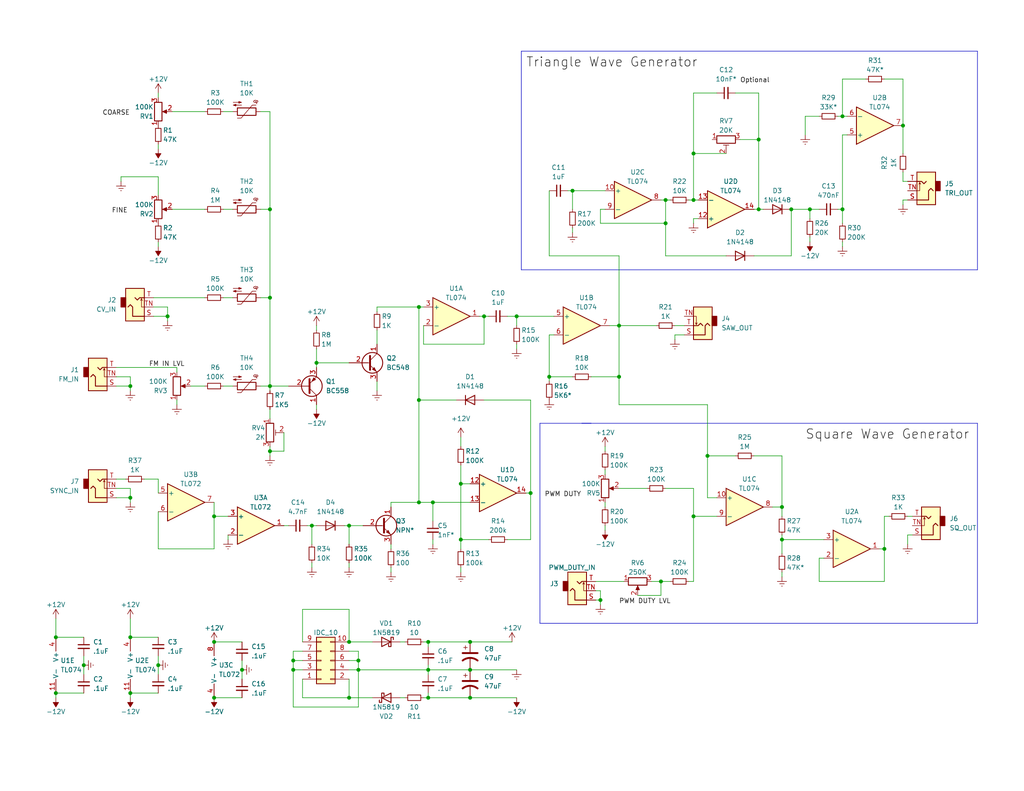
<source format=kicad_sch>
(kicad_sch (version 20230121) (generator eeschema)

  (uuid d890881c-526d-4dda-9f12-a86a28e63d51)

  (paper "USLetter")

  (title_block
    (title "Fireball VCO")
    (rev "1.1")
    (company "Synth Wizards")
    (comment 1 "Credit to: Moritz Klein (original core and Triangle); Luther's VCO (TL074 core)")
    (comment 2 "* C12 Only needed with fake TL0x4s")
    (comment 3 "* Resistors with * may need adjustment for 10Vpp output")
  )

  

  (junction (at 213.36 138.43) (diameter 0) (color 0 0 0 0)
    (uuid 02791532-952e-4f64-ac60-aee6b1080d67)
  )
  (junction (at 116.84 190.5) (diameter 0) (color 0 0 0 0)
    (uuid 075a1865-481e-4ce0-a076-531586e1bbbf)
  )
  (junction (at 246.38 34.29) (diameter 0) (color 0 0 0 0)
    (uuid 103e5f86-7af1-45e3-ae74-70984e5e98a6)
  )
  (junction (at 97.79 182.88) (diameter 0) (color 0 0 0 0)
    (uuid 172b0a46-2ad3-43b9-bf90-5ff436544738)
  )
  (junction (at 73.66 123.19) (diameter 0) (color 0 0 0 0)
    (uuid 17f80a51-960d-4578-99f8-f4d4af4bbfb2)
  )
  (junction (at 125.73 132.08) (diameter 0) (color 0 0 0 0)
    (uuid 206d4927-bae3-4738-951c-6a8cbc5d241c)
  )
  (junction (at 35.56 173.99) (diameter 0) (color 0 0 0 0)
    (uuid 2773ed9a-de76-49b5-9670-09e838ff13ec)
  )
  (junction (at 35.56 105.41) (diameter 0) (color 0 0 0 0)
    (uuid 28c2c3fd-e329-448b-b776-668bbff61ece)
  )
  (junction (at 220.98 57.15) (diameter 0) (color 0 0 0 0)
    (uuid 29c53297-fb9e-427b-a62a-3165e3ce3fa9)
  )
  (junction (at 43.18 181.61) (diameter 0) (color 0 0 0 0)
    (uuid 2bd35e70-97b8-430f-9ce6-02281ffc553f)
  )
  (junction (at 114.3 83.82) (diameter 0) (color 0 0 0 0)
    (uuid 2cbf939d-fb93-49cd-ae52-e3ecd46bea7c)
  )
  (junction (at 156.21 52.07) (diameter 0) (color 0 0 0 0)
    (uuid 32eb5fdc-f6f6-41f7-a4c5-13b36f7e494d)
  )
  (junction (at 15.24 189.23) (diameter 0) (color 0 0 0 0)
    (uuid 350c7eae-f694-4ca5-8e1d-763491c63eaa)
  )
  (junction (at 118.11 137.16) (diameter 0) (color 0 0 0 0)
    (uuid 38987838-e719-4ee5-af8b-0ac4074e7c84)
  )
  (junction (at 114.3 109.22) (diameter 0) (color 0 0 0 0)
    (uuid 39db5fd7-9e63-4892-84dd-f99cbdb45ef8)
  )
  (junction (at 144.78 134.62) (diameter 0) (color 0 0 0 0)
    (uuid 3a3dd555-0399-4ad6-9e2b-28fab74ee735)
  )
  (junction (at 95.25 190.5) (diameter 0) (color 0 0 0 0)
    (uuid 3cdfd602-b425-4f80-a48a-cfb0b28aa601)
  )
  (junction (at 168.91 88.9) (diameter 0) (color 0 0 0 0)
    (uuid 3de411cb-2dd8-48f5-bdd0-6b96c1831c7d)
  )
  (junction (at 149.86 102.87) (diameter 0) (color 0 0 0 0)
    (uuid 3ffe241d-23c5-47e9-90d8-561eeffb7ca0)
  )
  (junction (at 128.27 175.26) (diameter 0) (color 0 0 0 0)
    (uuid 40e8b243-31d0-4851-97e3-924a4ad21580)
  )
  (junction (at 189.23 41.91) (diameter 0) (color 0 0 0 0)
    (uuid 47a851d4-c2c3-4918-9d55-1034ff876fd1)
  )
  (junction (at 207.01 57.15) (diameter 0) (color 0 0 0 0)
    (uuid 4f6a614d-c05e-472a-a1f7-903082745473)
  )
  (junction (at 140.97 86.36) (diameter 0) (color 0 0 0 0)
    (uuid 5050665b-6f38-438f-b7de-4f2f0b3fea4c)
  )
  (junction (at 85.09 143.51) (diameter 0) (color 0 0 0 0)
    (uuid 556f3a09-f32f-4c21-bcdd-8738847a8360)
  )
  (junction (at 73.66 81.28) (diameter 0) (color 0 0 0 0)
    (uuid 55fdeb7b-b932-4e9a-a1bb-47c4bec8052a)
  )
  (junction (at 35.56 135.89) (diameter 0) (color 0 0 0 0)
    (uuid 56d09a4b-e16e-4d28-8b5a-a24c6712b7ee)
  )
  (junction (at 97.79 180.34) (diameter 0) (color 0 0 0 0)
    (uuid 6ce4eac4-fd32-4492-841f-4f81a8f19f3a)
  )
  (junction (at 95.25 143.51) (diameter 0) (color 0 0 0 0)
    (uuid 6e03066d-cf34-4f0a-bf67-afc1a553dbd5)
  )
  (junction (at 213.36 147.32) (diameter 0) (color 0 0 0 0)
    (uuid 751377e0-4734-4811-acc1-ba503383a30b)
  )
  (junction (at 168.91 102.87) (diameter 0) (color 0 0 0 0)
    (uuid 752ba224-e31d-47db-aa87-98e5ef275d38)
  )
  (junction (at 189.23 54.61) (diameter 0) (color 0 0 0 0)
    (uuid 778d43a7-2325-440c-a03f-c7daf9a898b8)
  )
  (junction (at 80.01 180.34) (diameter 0) (color 0 0 0 0)
    (uuid 84f82164-c0b1-4d04-a1ea-5828c3d1efe0)
  )
  (junction (at 181.61 54.61) (diameter 0) (color 0 0 0 0)
    (uuid 86985718-9e50-4350-b4fe-73fe3f71fe54)
  )
  (junction (at 80.01 182.88) (diameter 0) (color 0 0 0 0)
    (uuid 8734b47e-1009-47c7-9022-fc73c5b9494c)
  )
  (junction (at 229.87 31.75) (diameter 0) (color 0 0 0 0)
    (uuid 954a9f6d-95b8-4784-97cf-7d05cac92fce)
  )
  (junction (at 58.42 190.5) (diameter 0) (color 0 0 0 0)
    (uuid 96d32497-6ef1-4c10-92d8-73553a5a68d9)
  )
  (junction (at 15.24 173.99) (diameter 0) (color 0 0 0 0)
    (uuid 983e50c9-d416-4582-99f4-668e2e8bf740)
  )
  (junction (at 58.42 140.97) (diameter 0) (color 0 0 0 0)
    (uuid a11d5f95-76b6-4e39-b875-d5dfea076814)
  )
  (junction (at 128.27 182.88) (diameter 0) (color 0 0 0 0)
    (uuid a86fef97-384d-4073-b0c4-fdc6d101ff07)
  )
  (junction (at 58.42 175.26) (diameter 0) (color 0 0 0 0)
    (uuid a95f9d30-a62c-4004-b20c-ef3c7bf05746)
  )
  (junction (at 229.87 57.15) (diameter 0) (color 0 0 0 0)
    (uuid a9e64417-3c8d-473c-b8fc-dbe37370719f)
  )
  (junction (at 193.04 124.46) (diameter 0) (color 0 0 0 0)
    (uuid aad654f5-3d4e-4d4a-aeaf-b0969e78cf4f)
  )
  (junction (at 116.84 175.26) (diameter 0) (color 0 0 0 0)
    (uuid ac5c1669-c550-4f77-86ab-885ba3b17d72)
  )
  (junction (at 95.25 175.26) (diameter 0) (color 0 0 0 0)
    (uuid b07235e1-feb3-4ff0-a8d6-a42b2841ec15)
  )
  (junction (at 35.56 189.23) (diameter 0) (color 0 0 0 0)
    (uuid b2ee4998-d217-48c5-bcab-3c3ec17359f4)
  )
  (junction (at 66.04 182.88) (diameter 0) (color 0 0 0 0)
    (uuid c0c94de9-b363-4573-a4b0-e707e9818bfb)
  )
  (junction (at 114.3 137.16) (diameter 0) (color 0 0 0 0)
    (uuid c6b6f66f-610f-4b32-8ecf-0ff20f4643ca)
  )
  (junction (at 86.36 99.06) (diameter 0) (color 0 0 0 0)
    (uuid ca0cb80a-16c0-415a-bc06-74ee569224bb)
  )
  (junction (at 73.66 57.15) (diameter 0) (color 0 0 0 0)
    (uuid ca3bf30a-f008-470b-8ed6-50e02b5d6493)
  )
  (junction (at 180.34 158.75) (diameter 0) (color 0 0 0 0)
    (uuid ccab7792-8d72-49a0-927f-4a019db2600d)
  )
  (junction (at 207.01 38.1) (diameter 0) (color 0 0 0 0)
    (uuid cd3d2091-08d1-4947-835c-d127c7892a9d)
  )
  (junction (at 128.27 190.5) (diameter 0) (color 0 0 0 0)
    (uuid d415c345-b77d-46b3-91cf-ee7c3bc3ed8c)
  )
  (junction (at 125.73 147.32) (diameter 0) (color 0 0 0 0)
    (uuid d648a591-ab8b-4854-8164-e9c66da237bc)
  )
  (junction (at 215.9 57.15) (diameter 0) (color 0 0 0 0)
    (uuid d85b1e8b-d28c-4475-be61-87ae5d0c1f67)
  )
  (junction (at 181.61 60.96) (diameter 0) (color 0 0 0 0)
    (uuid dcf34ecd-faa5-4f95-9566-8ee646bcd6ef)
  )
  (junction (at 163.83 163.83) (diameter 0) (color 0 0 0 0)
    (uuid e9e39d25-fa55-44e3-bc08-fbe8925e01ee)
  )
  (junction (at 73.66 105.41) (diameter 0) (color 0 0 0 0)
    (uuid eb0b78f8-dfa9-4f4f-abf7-fa2f4e80babd)
  )
  (junction (at 45.72 86.36) (diameter 0) (color 0 0 0 0)
    (uuid f2892d9d-74cc-4074-8f2d-6083e35b19e0)
  )
  (junction (at 189.23 140.97) (diameter 0) (color 0 0 0 0)
    (uuid f2f45cf8-8e44-4dba-a5e1-f636ff0ff4b1)
  )
  (junction (at 241.3 149.86) (diameter 0) (color 0 0 0 0)
    (uuid f4b25ff4-2acd-4462-ac92-4e46b999b14c)
  )
  (junction (at 132.08 86.36) (diameter 0) (color 0 0 0 0)
    (uuid f7c0ebfd-b03b-4481-b119-a952632debd0)
  )
  (junction (at 22.86 181.61) (diameter 0) (color 0 0 0 0)
    (uuid f89803fe-3120-42e0-bc8c-70407f642c38)
  )
  (junction (at 116.84 182.88) (diameter 0) (color 0 0 0 0)
    (uuid fc4f40a1-90a5-407f-a4b3-48be9ee7dad3)
  )

  (wire (pts (xy 213.36 157.48) (xy 213.36 156.21))
    (stroke (width 0) (type default))
    (uuid 002c1938-850f-498c-a7af-2a3b94ca92fd)
  )
  (wire (pts (xy 132.08 109.22) (xy 144.78 109.22))
    (stroke (width 0) (type default))
    (uuid 00ee7565-1764-4930-8054-70883141bd07)
  )
  (wire (pts (xy 71.12 81.28) (xy 73.66 81.28))
    (stroke (width 0) (type default))
    (uuid 011f81a1-0311-4ec7-9b6d-d7b2203caadb)
  )
  (wire (pts (xy 22.86 181.61) (xy 22.86 184.15))
    (stroke (width 0) (type default))
    (uuid 012bbe54-4624-4668-b7c4-4242663ebf45)
  )
  (wire (pts (xy 149.86 102.87) (xy 149.86 104.14))
    (stroke (width 0) (type default))
    (uuid 030d0411-8be8-42de-ade1-446a81e8f704)
  )
  (wire (pts (xy 138.43 86.36) (xy 140.97 86.36))
    (stroke (width 0) (type default))
    (uuid 045dfa05-79fc-47c8-ba68-21dedc5b6157)
  )
  (wire (pts (xy 223.52 152.4) (xy 224.79 152.4))
    (stroke (width 0) (type default))
    (uuid 04d2b7b3-a0bb-4c5d-b49b-3bdb99172456)
  )
  (wire (pts (xy 184.15 88.9) (xy 186.69 88.9))
    (stroke (width 0) (type default))
    (uuid 04fa77bd-96fd-4d51-be1a-ee442f124ff7)
  )
  (wire (pts (xy 180.34 162.56) (xy 180.34 158.75))
    (stroke (width 0) (type default))
    (uuid 07b738e4-d738-41bc-a562-786737d01e67)
  )
  (wire (pts (xy 210.82 138.43) (xy 213.36 138.43))
    (stroke (width 0) (type default))
    (uuid 08145eaf-e14c-412e-b70e-951d3ed45ef7)
  )
  (wire (pts (xy 195.58 25.4) (xy 189.23 25.4))
    (stroke (width 0) (type default))
    (uuid 08d97d60-b423-4d39-a2f5-2a41fbeb08ce)
  )
  (wire (pts (xy 95.25 180.34) (xy 97.79 180.34))
    (stroke (width 0) (type default))
    (uuid 08e22539-d037-44c9-974f-f0285476464e)
  )
  (wire (pts (xy 97.79 180.34) (xy 97.79 182.88))
    (stroke (width 0) (type default))
    (uuid 098937ed-90ac-4c2a-87e9-44c634026a96)
  )
  (wire (pts (xy 73.66 105.41) (xy 71.12 105.41))
    (stroke (width 0) (type default))
    (uuid 09f8d815-d6e5-44c4-ad0b-1a8b2bb97280)
  )
  (wire (pts (xy 58.42 190.5) (xy 66.04 190.5))
    (stroke (width 0) (type default))
    (uuid 0ad9557d-6375-44e2-b9fe-ee913105a54a)
  )
  (wire (pts (xy 241.3 149.86) (xy 241.3 158.75))
    (stroke (width 0) (type default))
    (uuid 0b1fad50-6cc0-4fc4-8e50-2b1e46cf9662)
  )
  (wire (pts (xy 140.97 95.25) (xy 140.97 93.98))
    (stroke (width 0) (type default))
    (uuid 0b258217-cf44-4ec5-99e2-ecd89ddac5c8)
  )
  (wire (pts (xy 31.75 102.87) (xy 35.56 102.87))
    (stroke (width 0) (type default))
    (uuid 0fc04f8d-8ca8-48a9-963c-203085787e96)
  )
  (wire (pts (xy 128.27 190.5) (xy 140.97 190.5))
    (stroke (width 0) (type default))
    (uuid 1041a423-2100-494e-8ae7-9ce13df21b70)
  )
  (wire (pts (xy 163.83 163.83) (xy 163.83 165.1))
    (stroke (width 0) (type default))
    (uuid 10e5db43-b3be-491a-9f18-668651330443)
  )
  (wire (pts (xy 168.91 102.87) (xy 168.91 110.49))
    (stroke (width 0) (type default))
    (uuid 11b52105-489d-47a4-b2d5-21e851244b8f)
  )
  (wire (pts (xy 116.84 182.88) (xy 116.84 184.15))
    (stroke (width 0) (type default))
    (uuid 12a8d320-8b4b-41e7-9b61-52ef907e7852)
  )
  (wire (pts (xy 246.38 34.29) (xy 246.38 41.91))
    (stroke (width 0) (type default))
    (uuid 13255ffb-544a-4849-8f36-26543cfd76bb)
  )
  (wire (pts (xy 223.52 158.75) (xy 241.3 158.75))
    (stroke (width 0) (type default))
    (uuid 134ee044-c9bb-4c33-b121-2f3154f2a9a5)
  )
  (wire (pts (xy 207.01 57.15) (xy 208.28 57.15))
    (stroke (width 0) (type default))
    (uuid 146d90ca-f9be-4d88-b489-b2df14c0cc22)
  )
  (wire (pts (xy 80.01 193.04) (xy 97.79 193.04))
    (stroke (width 0) (type default))
    (uuid 14bae766-cdf3-4115-9a1c-8e7793c5df7e)
  )
  (wire (pts (xy 86.36 99.06) (xy 86.36 100.33))
    (stroke (width 0) (type default))
    (uuid 14d600b4-1f04-45dd-a69b-600474737a00)
  )
  (wire (pts (xy 189.23 54.61) (xy 190.5 54.61))
    (stroke (width 0) (type default))
    (uuid 163942a2-8665-4c7d-846a-d786bef2d1d6)
  )
  (wire (pts (xy 45.72 83.82) (xy 45.72 86.36))
    (stroke (width 0) (type default))
    (uuid 16700e14-9066-4739-8192-ea1202f25d46)
  )
  (wire (pts (xy 205.74 124.46) (xy 213.36 124.46))
    (stroke (width 0) (type default))
    (uuid 18acf7aa-e7eb-445c-bb3c-47242488be90)
  )
  (wire (pts (xy 220.98 57.15) (xy 223.52 57.15))
    (stroke (width 0) (type default))
    (uuid 1965008a-8e38-41cc-b8a1-e5fc8c2e4c40)
  )
  (wire (pts (xy 168.91 88.9) (xy 179.07 88.9))
    (stroke (width 0) (type default))
    (uuid 196fcae1-b81c-4ba1-8f7c-c1768f8ca5eb)
  )
  (wire (pts (xy 236.22 21.59) (xy 229.87 21.59))
    (stroke (width 0) (type default))
    (uuid 1a002cf0-afc6-4fc8-b446-6cdb88bb7ca5)
  )
  (wire (pts (xy 86.36 95.25) (xy 86.36 99.06))
    (stroke (width 0) (type default))
    (uuid 1b2baf6e-d4d8-4546-8491-6946321689f1)
  )
  (wire (pts (xy 114.3 109.22) (xy 114.3 137.16))
    (stroke (width 0) (type default))
    (uuid 1c9a3366-41d0-4d3e-a1d4-ebde0a05260b)
  )
  (wire (pts (xy 118.11 147.32) (xy 118.11 148.59))
    (stroke (width 0) (type default))
    (uuid 1d794bea-b78e-4905-b136-60feb12d30e8)
  )
  (wire (pts (xy 193.04 124.46) (xy 193.04 135.89))
    (stroke (width 0) (type default))
    (uuid 1ef14b51-9015-4ea9-a43a-f57ffaf101c7)
  )
  (wire (pts (xy 93.98 143.51) (xy 95.25 143.51))
    (stroke (width 0) (type default))
    (uuid 1fc60a75-47b3-443a-a1ec-116efd547bc4)
  )
  (wire (pts (xy 241.3 140.97) (xy 242.57 140.97))
    (stroke (width 0) (type default))
    (uuid 204f755f-4a48-4219-925e-73302b9c7969)
  )
  (wire (pts (xy 106.68 137.16) (xy 114.3 137.16))
    (stroke (width 0) (type default))
    (uuid 220c4862-a0c1-454d-a040-cc150af4e384)
  )
  (wire (pts (xy 229.87 21.59) (xy 229.87 31.75))
    (stroke (width 0) (type default))
    (uuid 259fbfb8-a159-4e67-a275-e2e46fcd7918)
  )
  (wire (pts (xy 229.87 31.75) (xy 228.6 31.75))
    (stroke (width 0) (type default))
    (uuid 25c556de-46df-4fce-a59d-d9ea07f322d7)
  )
  (wire (pts (xy 207.01 57.15) (xy 207.01 38.1))
    (stroke (width 0) (type default))
    (uuid 25c6ad95-f0c8-49e9-81fc-fb7a701099ec)
  )
  (wire (pts (xy 73.66 30.48) (xy 73.66 57.15))
    (stroke (width 0) (type default))
    (uuid 25f59034-7f3d-40c8-b683-f1aa36f7e057)
  )
  (wire (pts (xy 82.55 180.34) (xy 80.01 180.34))
    (stroke (width 0) (type default))
    (uuid 2701523c-e6b5-4540-aeeb-9201868c036f)
  )
  (wire (pts (xy 97.79 182.88) (xy 95.25 182.88))
    (stroke (width 0) (type default))
    (uuid 289f3380-e32f-4a3d-bbfb-63c5b7fd0408)
  )
  (wire (pts (xy 77.47 118.11) (xy 77.47 123.19))
    (stroke (width 0) (type default))
    (uuid 295f0add-eade-45af-975e-6bfabeece927)
  )
  (wire (pts (xy 200.66 25.4) (xy 207.01 25.4))
    (stroke (width 0) (type default))
    (uuid 2c084311-3748-4603-807b-158a5645d552)
  )
  (wire (pts (xy 116.84 175.26) (xy 128.27 175.26))
    (stroke (width 0) (type default))
    (uuid 2de0c9ac-e100-4fd5-95d2-9b1179091582)
  )
  (wire (pts (xy 116.84 175.26) (xy 116.84 176.53))
    (stroke (width 0) (type default))
    (uuid 2e6dddd0-d5ef-43a5-be0d-2142b9682e15)
  )
  (wire (pts (xy 33.02 48.26) (xy 33.02 49.53))
    (stroke (width 0) (type default))
    (uuid 335b73b9-9e10-448b-a1d2-7b98a7210c06)
  )
  (wire (pts (xy 60.96 105.41) (xy 63.5 105.41))
    (stroke (width 0) (type default))
    (uuid 33a00978-c343-44a7-a6e5-b3497815d021)
  )
  (wire (pts (xy 115.57 93.98) (xy 132.08 93.98))
    (stroke (width 0) (type default))
    (uuid 34546126-e5aa-4369-ad55-08d5b068ccdd)
  )
  (wire (pts (xy 73.66 123.19) (xy 73.66 121.92))
    (stroke (width 0) (type default))
    (uuid 347cc022-021c-4c03-b902-fe37dc57109d)
  )
  (wire (pts (xy 15.24 168.91) (xy 15.24 173.99))
    (stroke (width 0) (type default))
    (uuid 34f7e17e-8022-406b-97d3-dc5a2ef7cb3d)
  )
  (wire (pts (xy 66.04 182.88) (xy 66.04 185.42))
    (stroke (width 0) (type default))
    (uuid 363f76f1-2d4c-4900-8756-de05c138d3f9)
  )
  (polyline (pts (xy 147.32 170.18) (xy 147.32 115.57))
    (stroke (width 0) (type default))
    (uuid 3669ce97-5079-4570-8411-d18144ea2c72)
  )

  (wire (pts (xy 58.42 149.86) (xy 58.42 140.97))
    (stroke (width 0) (type default))
    (uuid 367e26b9-4c64-4450-bb43-387b4eeef2d1)
  )
  (wire (pts (xy 116.84 182.88) (xy 128.27 182.88))
    (stroke (width 0) (type default))
    (uuid 3708aabd-1df3-4175-b0ce-e7a71c9c3df0)
  )
  (wire (pts (xy 85.09 143.51) (xy 86.36 143.51))
    (stroke (width 0) (type default))
    (uuid 371a0c61-0cae-4ad5-a539-1630d9b2e841)
  )
  (wire (pts (xy 102.87 90.17) (xy 102.87 93.98))
    (stroke (width 0) (type default))
    (uuid 37345856-0e9f-4094-8d0e-9067acad28f7)
  )
  (wire (pts (xy 161.29 102.87) (xy 168.91 102.87))
    (stroke (width 0) (type default))
    (uuid 3834a0a2-9db5-4e4f-88d1-06e07e14426b)
  )
  (wire (pts (xy 35.56 102.87) (xy 35.56 105.41))
    (stroke (width 0) (type default))
    (uuid 39be6e31-2b99-464b-afa3-8dbe917fb467)
  )
  (wire (pts (xy 35.56 105.41) (xy 35.56 106.68))
    (stroke (width 0) (type default))
    (uuid 3a103a57-e2ab-48e3-8968-ae49db55c7b5)
  )
  (wire (pts (xy 60.96 81.28) (xy 63.5 81.28))
    (stroke (width 0) (type default))
    (uuid 3c7bacda-9703-4bbc-876f-bdaa46017caa)
  )
  (wire (pts (xy 115.57 88.9) (xy 115.57 93.98))
    (stroke (width 0) (type default))
    (uuid 3c888aa6-a9b9-43b4-bf68-31840e6fbfcc)
  )
  (wire (pts (xy 149.86 102.87) (xy 156.21 102.87))
    (stroke (width 0) (type default))
    (uuid 3d113e8e-616f-408b-a33d-6fa11010d1f8)
  )
  (wire (pts (xy 143.51 134.62) (xy 144.78 134.62))
    (stroke (width 0) (type default))
    (uuid 3d4202c8-e44d-4416-8835-244ae1b4f51f)
  )
  (wire (pts (xy 180.34 158.75) (xy 177.8 158.75))
    (stroke (width 0) (type default))
    (uuid 3dceea52-1747-4072-9f88-a478468ca42f)
  )
  (wire (pts (xy 31.75 135.89) (xy 35.56 135.89))
    (stroke (width 0) (type default))
    (uuid 40d2c445-8b82-437b-965a-da8ba7dc4686)
  )
  (wire (pts (xy 181.61 54.61) (xy 180.34 54.61))
    (stroke (width 0) (type default))
    (uuid 4186b7e1-6910-4c37-92b7-3e5d5b4bf7d8)
  )
  (wire (pts (xy 165.1 128.27) (xy 165.1 129.54))
    (stroke (width 0) (type default))
    (uuid 426702e6-6702-4c94-a12f-cfbb4627cabb)
  )
  (wire (pts (xy 58.42 140.97) (xy 62.23 140.97))
    (stroke (width 0) (type default))
    (uuid 447cf90d-e302-402f-a40d-5ba7c65e210c)
  )
  (wire (pts (xy 83.82 143.51) (xy 85.09 143.51))
    (stroke (width 0) (type default))
    (uuid 455a40bf-616a-44c4-944a-59a8ef7f389a)
  )
  (wire (pts (xy 73.66 111.76) (xy 73.66 114.3))
    (stroke (width 0) (type default))
    (uuid 45723b2a-c59f-41bc-b33b-b65f964b79ed)
  )
  (wire (pts (xy 207.01 57.15) (xy 205.74 57.15))
    (stroke (width 0) (type default))
    (uuid 483f8fd1-5d67-4f16-b6ff-2446c375dca2)
  )
  (wire (pts (xy 187.96 54.61) (xy 189.23 54.61))
    (stroke (width 0) (type default))
    (uuid 4902f87b-cd92-4961-a019-6bd55f1ad533)
  )
  (wire (pts (xy 118.11 142.24) (xy 118.11 137.16))
    (stroke (width 0) (type default))
    (uuid 49f9ccd6-ca41-4d14-850b-43d5c6d39eca)
  )
  (wire (pts (xy 95.25 175.26) (xy 101.6 175.26))
    (stroke (width 0) (type default))
    (uuid 4b3079b5-3fd6-4f7d-91f0-c2f7c230b5ac)
  )
  (wire (pts (xy 140.97 86.36) (xy 151.13 86.36))
    (stroke (width 0) (type default))
    (uuid 4d620c43-fde3-4a36-a9af-49e93d7a2682)
  )
  (wire (pts (xy 132.08 86.36) (xy 130.81 86.36))
    (stroke (width 0) (type default))
    (uuid 4e22571e-c532-4541-9146-d6c0ba17d529)
  )
  (wire (pts (xy 125.73 119.38) (xy 125.73 121.92))
    (stroke (width 0) (type default))
    (uuid 4e9d12ca-592c-4c0d-aa3c-ade1647da242)
  )
  (wire (pts (xy 144.78 134.62) (xy 144.78 147.32))
    (stroke (width 0) (type default))
    (uuid 5013c7b0-8c51-42cc-83e7-f71968aad6d8)
  )
  (wire (pts (xy 229.87 66.04) (xy 229.87 67.31))
    (stroke (width 0) (type default))
    (uuid 50a72d08-30fe-4ad4-b1e3-7584fe251d6e)
  )
  (wire (pts (xy 73.66 57.15) (xy 71.12 57.15))
    (stroke (width 0) (type default))
    (uuid 50dcb38f-1866-4212-86ea-87f436a5d1cb)
  )
  (polyline (pts (xy 266.7 170.18) (xy 147.32 170.18))
    (stroke (width 0) (type default))
    (uuid 51449ff3-ca6f-426f-98c4-b6646e7151de)
  )

  (wire (pts (xy 193.04 110.49) (xy 193.04 124.46))
    (stroke (width 0) (type default))
    (uuid 529857ef-e476-4092-9c4b-918ea58148f1)
  )
  (wire (pts (xy 116.84 181.61) (xy 116.84 182.88))
    (stroke (width 0) (type default))
    (uuid 546b73c3-66bd-4478-8dbf-47421172213d)
  )
  (wire (pts (xy 77.47 143.51) (xy 78.74 143.51))
    (stroke (width 0) (type default))
    (uuid 547f9bb3-0fb5-45ef-a30e-bff8d4e60f7c)
  )
  (wire (pts (xy 95.25 177.8) (xy 97.79 177.8))
    (stroke (width 0) (type default))
    (uuid 54b840c8-8a60-410e-a825-acf5831c5e9e)
  )
  (wire (pts (xy 162.56 158.75) (xy 170.18 158.75))
    (stroke (width 0) (type default))
    (uuid 567e0f82-ba96-4215-bf61-c8cb17bbdae2)
  )
  (wire (pts (xy 189.23 25.4) (xy 189.23 41.91))
    (stroke (width 0) (type default))
    (uuid 577bcebf-382e-4caa-9344-9973e7630894)
  )
  (wire (pts (xy 246.38 49.53) (xy 247.65 49.53))
    (stroke (width 0) (type default))
    (uuid 57869ebb-5332-4b60-8d7d-4a5c58d46e2a)
  )
  (wire (pts (xy 213.36 146.05) (xy 213.36 147.32))
    (stroke (width 0) (type default))
    (uuid 59871f82-a954-46af-80da-f5a5ef1d4d59)
  )
  (wire (pts (xy 215.9 69.85) (xy 215.9 57.15))
    (stroke (width 0) (type default))
    (uuid 59a7e7e7-b81d-4d68-a547-56f97220be4c)
  )
  (wire (pts (xy 213.36 147.32) (xy 224.79 147.32))
    (stroke (width 0) (type default))
    (uuid 59cef7e1-ce4b-4dd8-a5e2-66ca0fe9ca16)
  )
  (wire (pts (xy 116.84 190.5) (xy 116.84 189.23))
    (stroke (width 0) (type default))
    (uuid 59f448ea-2c03-44de-9c67-ed993ff79596)
  )
  (wire (pts (xy 86.36 111.76) (xy 86.36 110.49))
    (stroke (width 0) (type default))
    (uuid 5a8f0a11-4734-4680-a5c5-1b31df74096b)
  )
  (wire (pts (xy 156.21 63.5) (xy 156.21 62.23))
    (stroke (width 0) (type default))
    (uuid 5acaecee-5ec2-4db8-9a52-e48cb7cfd786)
  )
  (wire (pts (xy 181.61 69.85) (xy 181.61 60.96))
    (stroke (width 0) (type default))
    (uuid 5c2af044-42c1-4be9-8d2d-cd440eb6729a)
  )
  (wire (pts (xy 181.61 54.61) (xy 181.61 60.96))
    (stroke (width 0) (type default))
    (uuid 5ccb24f1-2171-43dc-9c5b-47bab90a9791)
  )
  (wire (pts (xy 241.3 149.86) (xy 240.03 149.86))
    (stroke (width 0) (type default))
    (uuid 5ce95eab-4f60-4036-b861-27bbe6739a8a)
  )
  (wire (pts (xy 31.75 100.33) (xy 48.26 100.33))
    (stroke (width 0) (type default))
    (uuid 5f88b998-4022-457d-b69a-809840943cc5)
  )
  (wire (pts (xy 109.22 175.26) (xy 110.49 175.26))
    (stroke (width 0) (type default))
    (uuid 6075f7b3-42c3-4353-b49b-e17d549e8a5b)
  )
  (wire (pts (xy 97.79 177.8) (xy 97.79 180.34))
    (stroke (width 0) (type default))
    (uuid 608bdaed-51dc-4114-ad03-17fa0417725e)
  )
  (wire (pts (xy 43.18 139.7) (xy 43.18 149.86))
    (stroke (width 0) (type default))
    (uuid 6162fc7c-adf9-48d6-985b-b95b7ab20bb0)
  )
  (wire (pts (xy 189.23 59.69) (xy 189.23 60.96))
    (stroke (width 0) (type default))
    (uuid 61d4904e-ca20-4aa2-bc83-914bfb64d3ec)
  )
  (wire (pts (xy 213.36 140.97) (xy 213.36 138.43))
    (stroke (width 0) (type default))
    (uuid 61da3553-8431-487c-ad44-4a746e5e5797)
  )
  (wire (pts (xy 163.83 161.29) (xy 162.56 161.29))
    (stroke (width 0) (type default))
    (uuid 6219a00a-9fc6-41e2-9062-8d42f7fb6145)
  )
  (wire (pts (xy 166.37 88.9) (xy 168.91 88.9))
    (stroke (width 0) (type default))
    (uuid 631e24d0-dad7-40b8-901a-5dbacbe4c06b)
  )
  (wire (pts (xy 165.1 138.43) (xy 165.1 137.16))
    (stroke (width 0) (type default))
    (uuid 635435a1-45f2-44bc-beaa-991ea9e0d305)
  )
  (wire (pts (xy 213.36 147.32) (xy 213.36 151.13))
    (stroke (width 0) (type default))
    (uuid 63ac9ea8-e94a-41a1-8540-58b0e8f1fb31)
  )
  (wire (pts (xy 149.86 91.44) (xy 149.86 102.87))
    (stroke (width 0) (type default))
    (uuid 649abede-56fe-4072-8e8a-eaba024a81de)
  )
  (wire (pts (xy 115.57 175.26) (xy 116.84 175.26))
    (stroke (width 0) (type default))
    (uuid 65aed1ea-2704-487f-8c0d-589e6382acfa)
  )
  (wire (pts (xy 73.66 105.41) (xy 78.74 105.41))
    (stroke (width 0) (type default))
    (uuid 65d31c49-1a73-451a-b7b4-255fdf0f42e8)
  )
  (wire (pts (xy 43.18 181.61) (xy 43.18 184.15))
    (stroke (width 0) (type default))
    (uuid 6aa07b55-b052-43f5-8c27-5866263b9828)
  )
  (wire (pts (xy 128.27 182.88) (xy 140.97 182.88))
    (stroke (width 0) (type default))
    (uuid 6aa7911e-f18a-4bcb-9a68-f0821c6ef595)
  )
  (wire (pts (xy 58.42 137.16) (xy 58.42 140.97))
    (stroke (width 0) (type default))
    (uuid 6ee9fe64-3a42-4ee8-9b9a-351828443af3)
  )
  (wire (pts (xy 95.25 143.51) (xy 99.06 143.51))
    (stroke (width 0) (type default))
    (uuid 70b4b370-4e40-47bf-bf45-f1defc4e4350)
  )
  (wire (pts (xy 168.91 88.9) (xy 168.91 102.87))
    (stroke (width 0) (type default))
    (uuid 71d6a7fe-81b9-4f86-b03a-7437171108ff)
  )
  (wire (pts (xy 163.83 57.15) (xy 163.83 60.96))
    (stroke (width 0) (type default))
    (uuid 7232c599-b068-4867-98ec-6cc6b6eaeb47)
  )
  (wire (pts (xy 41.91 83.82) (xy 45.72 83.82))
    (stroke (width 0) (type default))
    (uuid 73af482d-61ce-405e-acb3-c5c3e365dc63)
  )
  (wire (pts (xy 187.96 158.75) (xy 189.23 158.75))
    (stroke (width 0) (type default))
    (uuid 74c82889-424e-4b68-91f6-bf39bcf30e7b)
  )
  (wire (pts (xy 35.56 135.89) (xy 35.56 137.16))
    (stroke (width 0) (type default))
    (uuid 75b1bcf3-ead7-4c35-a3dd-5c904919d526)
  )
  (wire (pts (xy 46.99 30.48) (xy 55.88 30.48))
    (stroke (width 0) (type default))
    (uuid 7635b094-2c39-43ad-9664-a4d37a31e5f2)
  )
  (wire (pts (xy 168.91 69.85) (xy 168.91 88.9))
    (stroke (width 0) (type default))
    (uuid 7640029e-dd9c-4f34-b026-0b1f6403398c)
  )
  (wire (pts (xy 144.78 109.22) (xy 144.78 134.62))
    (stroke (width 0) (type default))
    (uuid 78bd3d5e-aeee-4967-a3b5-8bb8028fc03b)
  )
  (wire (pts (xy 106.68 149.86) (xy 106.68 148.59))
    (stroke (width 0) (type default))
    (uuid 7b1d418d-530a-4ce3-8b64-68b37f20b8e6)
  )
  (wire (pts (xy 229.87 36.83) (xy 229.87 57.15))
    (stroke (width 0) (type default))
    (uuid 7f293836-7284-4165-9a5e-6c0f11e5036c)
  )
  (wire (pts (xy 198.12 69.85) (xy 181.61 69.85))
    (stroke (width 0) (type default))
    (uuid 7f7a8709-02e3-4a4c-b018-ad881cdfaaf9)
  )
  (wire (pts (xy 213.36 124.46) (xy 213.36 138.43))
    (stroke (width 0) (type default))
    (uuid 7f9c39cf-8658-46e8-95ff-e118c04dd6b3)
  )
  (wire (pts (xy 116.84 190.5) (xy 128.27 190.5))
    (stroke (width 0) (type default))
    (uuid 80a79dd5-9761-4f24-9f5d-3944299855c7)
  )
  (wire (pts (xy 95.25 153.67) (xy 95.25 154.94))
    (stroke (width 0) (type default))
    (uuid 81834102-3973-4d43-9646-9385c8ff4feb)
  )
  (wire (pts (xy 181.61 133.35) (xy 189.23 133.35))
    (stroke (width 0) (type default))
    (uuid 83350356-f972-42ca-9e1c-0e7cff7c878d)
  )
  (wire (pts (xy 73.66 57.15) (xy 73.66 81.28))
    (stroke (width 0) (type default))
    (uuid 83bd4d95-2b1e-4c4d-8da2-3cd32c7123ee)
  )
  (wire (pts (xy 138.43 147.32) (xy 144.78 147.32))
    (stroke (width 0) (type default))
    (uuid 83c83e37-be75-4d3f-8cce-59aa5d6e4a1d)
  )
  (wire (pts (xy 62.23 146.05) (xy 62.23 147.32))
    (stroke (width 0) (type default))
    (uuid 83dcd1ce-fbd0-44af-94f9-9b94a4f20215)
  )
  (wire (pts (xy 219.71 31.75) (xy 219.71 36.83))
    (stroke (width 0) (type default))
    (uuid 856ff727-57d3-4aff-b724-5a7e7a4992f2)
  )
  (wire (pts (xy 31.75 105.41) (xy 35.56 105.41))
    (stroke (width 0) (type default))
    (uuid 868890b2-35c8-4de5-bc71-870b05ff69ca)
  )
  (wire (pts (xy 189.23 140.97) (xy 195.58 140.97))
    (stroke (width 0) (type default))
    (uuid 87e316e0-963b-44d6-ad67-fc678b573160)
  )
  (wire (pts (xy 246.38 21.59) (xy 241.3 21.59))
    (stroke (width 0) (type default))
    (uuid 89288a3d-99b2-41c3-bdd9-2025d7d7985c)
  )
  (wire (pts (xy 189.23 133.35) (xy 189.23 140.97))
    (stroke (width 0) (type default))
    (uuid 8930be09-3955-4980-9f12-321d514a97a0)
  )
  (wire (pts (xy 132.08 86.36) (xy 133.35 86.36))
    (stroke (width 0) (type default))
    (uuid 8ab8a1a5-08d2-4059-9e01-de258f7f1e6f)
  )
  (polyline (pts (xy 158.75 115.57) (xy 266.7 115.57))
    (stroke (width 0) (type default))
    (uuid 8b87e1ec-6c91-4e32-8ad2-fa2ed79b33e0)
  )

  (wire (pts (xy 35.56 189.23) (xy 35.56 190.5))
    (stroke (width 0) (type default))
    (uuid 8bed05d0-5ab5-4783-89c5-166c138e95fc)
  )
  (wire (pts (xy 118.11 137.16) (xy 128.27 137.16))
    (stroke (width 0) (type default))
    (uuid 8c593cfe-83e4-4388-89e6-932b6164b21b)
  )
  (wire (pts (xy 48.26 100.33) (xy 48.26 101.6))
    (stroke (width 0) (type default))
    (uuid 8cdf6a76-ff89-4e5b-bdf5-3e8fb2c46f9d)
  )
  (wire (pts (xy 168.91 110.49) (xy 193.04 110.49))
    (stroke (width 0) (type default))
    (uuid 8e0c840a-378d-4b3a-a98a-ad981e7483ca)
  )
  (wire (pts (xy 73.66 30.48) (xy 71.12 30.48))
    (stroke (width 0) (type default))
    (uuid 8e643bdd-0fa5-49b8-bc39-a28fd3bcdec1)
  )
  (wire (pts (xy 193.04 135.89) (xy 195.58 135.89))
    (stroke (width 0) (type default))
    (uuid 8effd010-5427-44f6-a3bd-42a21fd66407)
  )
  (wire (pts (xy 35.56 133.35) (xy 35.56 135.89))
    (stroke (width 0) (type default))
    (uuid 8f7b07f3-a84b-4847-84c5-85ae6ee7f154)
  )
  (wire (pts (xy 165.1 144.78) (xy 165.1 143.51))
    (stroke (width 0) (type default))
    (uuid 930dc647-cfc0-489d-be9c-ed9bba08f24c)
  )
  (wire (pts (xy 246.38 49.53) (xy 246.38 46.99))
    (stroke (width 0) (type default))
    (uuid 9335b4ed-70ce-497f-8b3c-379037286df0)
  )
  (wire (pts (xy 247.65 148.59) (xy 247.65 146.05))
    (stroke (width 0) (type default))
    (uuid 93914fe1-8cee-4a39-9794-69ccdbef1150)
  )
  (wire (pts (xy 43.18 25.4) (xy 43.18 26.67))
    (stroke (width 0) (type default))
    (uuid 940ee603-15a6-44f4-99d9-61be23d4fd29)
  )
  (wire (pts (xy 43.18 67.31) (xy 43.18 66.04))
    (stroke (width 0) (type default))
    (uuid 94563ccb-262b-4370-8e20-56f9df84e72c)
  )
  (wire (pts (xy 220.98 66.04) (xy 220.98 64.77))
    (stroke (width 0) (type default))
    (uuid 947aa754-66eb-41b1-83b1-8078a9a77853)
  )
  (wire (pts (xy 201.93 38.1) (xy 207.01 38.1))
    (stroke (width 0) (type default))
    (uuid 94b80a15-4ed3-478c-ae9b-e6e2488567d5)
  )
  (wire (pts (xy 45.72 86.36) (xy 45.72 87.63))
    (stroke (width 0) (type default))
    (uuid 95e0db78-5a49-4cfb-b3b7-0eae587a94a7)
  )
  (wire (pts (xy 229.87 57.15) (xy 228.6 57.15))
    (stroke (width 0) (type default))
    (uuid 966f52c5-340a-40d8-9a02-23355ca462db)
  )
  (wire (pts (xy 189.23 59.69) (xy 190.5 59.69))
    (stroke (width 0) (type default))
    (uuid 9966245b-4cd9-4926-a41e-f57a2a25dfa8)
  )
  (wire (pts (xy 82.55 185.42) (xy 82.55 190.5))
    (stroke (width 0) (type default))
    (uuid 99d3832e-bfc0-4be8-b45f-3a46eb22891e)
  )
  (wire (pts (xy 73.66 105.41) (xy 73.66 106.68))
    (stroke (width 0) (type default))
    (uuid 99d3f8c0-7078-4064-8601-2d29fb9ca632)
  )
  (wire (pts (xy 82.55 190.5) (xy 95.25 190.5))
    (stroke (width 0) (type default))
    (uuid 9b4f04b4-bccf-4a4d-97ea-7ee47e5e4e7b)
  )
  (polyline (pts (xy 142.24 73.66) (xy 266.7 73.66))
    (stroke (width 0) (type default))
    (uuid 9c5656ce-2806-4720-adc3-21804b246bbf)
  )

  (wire (pts (xy 184.15 92.71) (xy 184.15 91.44))
    (stroke (width 0) (type default))
    (uuid 9ec28832-b961-42c0-96bc-c86f1d2420fd)
  )
  (wire (pts (xy 189.23 41.91) (xy 189.23 54.61))
    (stroke (width 0) (type default))
    (uuid 9fc905e5-be4e-4dba-9205-286886cf936c)
  )
  (wire (pts (xy 247.65 146.05) (xy 248.92 146.05))
    (stroke (width 0) (type default))
    (uuid a08a956e-07c4-488d-a98b-1c1e98f89b64)
  )
  (wire (pts (xy 154.94 52.07) (xy 156.21 52.07))
    (stroke (width 0) (type default))
    (uuid a0acc936-4421-46ca-91c4-c75c80c6be5c)
  )
  (wire (pts (xy 85.09 153.67) (xy 85.09 154.94))
    (stroke (width 0) (type default))
    (uuid a0db10ca-54a2-482a-b837-97a8a560f37f)
  )
  (wire (pts (xy 95.25 166.37) (xy 95.25 175.26))
    (stroke (width 0) (type default))
    (uuid a21f19f1-dba8-4480-819e-daf8bfa11687)
  )
  (wire (pts (xy 97.79 193.04) (xy 97.79 182.88))
    (stroke (width 0) (type default))
    (uuid a31a1adc-a3bd-4964-bd9b-b9bd10009368)
  )
  (wire (pts (xy 125.73 147.32) (xy 133.35 147.32))
    (stroke (width 0) (type default))
    (uuid a5cc7907-8d7e-4af6-8741-cc0f14921c0e)
  )
  (wire (pts (xy 66.04 180.34) (xy 66.04 182.88))
    (stroke (width 0) (type default))
    (uuid a63d61c8-2977-4b61-9996-1acc2974b0e9)
  )
  (wire (pts (xy 114.3 137.16) (xy 118.11 137.16))
    (stroke (width 0) (type default))
    (uuid a6b52eb8-10e3-47e6-aec0-8a7ac822df9d)
  )
  (wire (pts (xy 114.3 83.82) (xy 115.57 83.82))
    (stroke (width 0) (type default))
    (uuid a78d5f79-ea61-4266-9e8d-fd63e072ca59)
  )
  (wire (pts (xy 149.86 52.07) (xy 149.86 69.85))
    (stroke (width 0) (type default))
    (uuid a7bf4714-0114-456b-b78a-67c1e6dd9802)
  )
  (wire (pts (xy 52.07 105.41) (xy 55.88 105.41))
    (stroke (width 0) (type default))
    (uuid a83485cc-7ab4-45e8-97c5-47ddd21c8c8c)
  )
  (wire (pts (xy 241.3 140.97) (xy 241.3 149.86))
    (stroke (width 0) (type default))
    (uuid a967c382-f359-459d-8372-4d92eb42b58b)
  )
  (polyline (pts (xy 266.7 73.66) (xy 266.7 13.97))
    (stroke (width 0) (type default))
    (uuid a9836a8b-5a1f-40b8-9f4c-412f45dfdcaa)
  )

  (wire (pts (xy 184.15 91.44) (xy 186.69 91.44))
    (stroke (width 0) (type default))
    (uuid ab5f86a2-7e2a-4ffe-b40a-20795775506c)
  )
  (wire (pts (xy 43.18 179.07) (xy 43.18 181.61))
    (stroke (width 0) (type default))
    (uuid ac145d24-8080-4e7e-aa70-b3e56fcdd91f)
  )
  (wire (pts (xy 124.46 109.22) (xy 114.3 109.22))
    (stroke (width 0) (type default))
    (uuid ad62248c-406e-440c-b5d6-0016a1b9076d)
  )
  (wire (pts (xy 163.83 161.29) (xy 163.83 163.83))
    (stroke (width 0) (type default))
    (uuid adfed4f9-8eb8-421c-ab8f-aea75a187fef)
  )
  (wire (pts (xy 15.24 173.99) (xy 22.86 173.99))
    (stroke (width 0) (type default))
    (uuid ae2b5875-1677-4f6a-87d4-1b67672fca30)
  )
  (wire (pts (xy 223.52 31.75) (xy 219.71 31.75))
    (stroke (width 0) (type default))
    (uuid afe4e8c1-60b3-4968-b551-93cd0d1aa719)
  )
  (wire (pts (xy 189.23 140.97) (xy 189.23 158.75))
    (stroke (width 0) (type default))
    (uuid b0040ed6-eb20-4694-966c-db191a071756)
  )
  (polyline (pts (xy 266.7 115.57) (xy 266.7 170.18))
    (stroke (width 0) (type default))
    (uuid b0a5eb1f-ea9d-4007-9365-396c515ccf4c)
  )

  (wire (pts (xy 82.55 175.26) (xy 82.55 166.37))
    (stroke (width 0) (type default))
    (uuid b10f46eb-6232-4db8-8771-756ed85dd9d2)
  )
  (wire (pts (xy 31.75 133.35) (xy 35.56 133.35))
    (stroke (width 0) (type default))
    (uuid b1cb0ca4-8b25-49d7-8083-0cae18a61033)
  )
  (wire (pts (xy 115.57 190.5) (xy 116.84 190.5))
    (stroke (width 0) (type default))
    (uuid b1ed980c-0c6e-4927-b46d-11412478ad19)
  )
  (wire (pts (xy 41.91 81.28) (xy 55.88 81.28))
    (stroke (width 0) (type default))
    (uuid b21aa8dc-5681-4a20-aefb-dc676f666ac1)
  )
  (wire (pts (xy 41.91 86.36) (xy 45.72 86.36))
    (stroke (width 0) (type default))
    (uuid b2a4a507-887b-4816-8414-e2ee7926f9eb)
  )
  (wire (pts (xy 106.68 154.94) (xy 106.68 156.21))
    (stroke (width 0) (type default))
    (uuid b41bae91-b397-4256-a08c-8b7fff39f076)
  )
  (wire (pts (xy 205.74 69.85) (xy 215.9 69.85))
    (stroke (width 0) (type default))
    (uuid b4282345-4cbd-46bd-b037-5f7db06007e9)
  )
  (wire (pts (xy 207.01 25.4) (xy 207.01 38.1))
    (stroke (width 0) (type default))
    (uuid b4aa5d5b-63ec-4fa1-8929-33da75669e6e)
  )
  (wire (pts (xy 180.34 158.75) (xy 182.88 158.75))
    (stroke (width 0) (type default))
    (uuid b5359843-44d9-49a3-8769-f27d5d8b5ecd)
  )
  (wire (pts (xy 149.86 69.85) (xy 168.91 69.85))
    (stroke (width 0) (type default))
    (uuid b59550cf-b4b0-4a91-bc92-8f158b01c8d1)
  )
  (wire (pts (xy 35.56 173.99) (xy 43.18 173.99))
    (stroke (width 0) (type default))
    (uuid b5e214d6-e94c-49ff-99a8-389e58ca1513)
  )
  (wire (pts (xy 165.1 121.92) (xy 165.1 123.19))
    (stroke (width 0) (type default))
    (uuid b92284cc-17a1-44d3-8d05-690d978bd913)
  )
  (wire (pts (xy 220.98 59.69) (xy 220.98 57.15))
    (stroke (width 0) (type default))
    (uuid b92a598b-244b-4c3d-a94b-f283ab9b0361)
  )
  (wire (pts (xy 22.86 179.07) (xy 22.86 181.61))
    (stroke (width 0) (type default))
    (uuid b9a54ad3-db51-4803-a66a-337d01a5df93)
  )
  (wire (pts (xy 58.42 175.26) (xy 66.04 175.26))
    (stroke (width 0) (type default))
    (uuid b9cdda5f-d64c-4c08-872b-c9bd0fbeb058)
  )
  (wire (pts (xy 229.87 36.83) (xy 231.14 36.83))
    (stroke (width 0) (type default))
    (uuid ba2ca693-3d6a-4857-b423-ad7655029126)
  )
  (wire (pts (xy 33.02 48.26) (xy 43.18 48.26))
    (stroke (width 0) (type default))
    (uuid ba2f3055-b58d-4632-b92e-9de9c82dc722)
  )
  (wire (pts (xy 125.73 149.86) (xy 125.73 147.32))
    (stroke (width 0) (type default))
    (uuid bc20b5b6-b7ee-4be5-aefc-9b1d79654fd7)
  )
  (wire (pts (xy 46.99 57.15) (xy 55.88 57.15))
    (stroke (width 0) (type default))
    (uuid bcbdb842-1869-491d-a954-d6eb889c4d7e)
  )
  (wire (pts (xy 128.27 175.26) (xy 139.7 175.26))
    (stroke (width 0) (type default))
    (uuid be54e926-36db-4fc1-8ddc-e6a2d29a6231)
  )
  (polyline (pts (xy 266.7 13.97) (xy 142.24 13.97))
    (stroke (width 0) (type default))
    (uuid c0921da7-e42e-416e-a5a8-f91aa06c064a)
  )
  (polyline (pts (xy 142.24 13.97) (xy 142.24 73.66))
    (stroke (width 0) (type default))
    (uuid c3910904-1027-48fc-bc17-79f575acfa4d)
  )

  (wire (pts (xy 95.25 185.42) (xy 95.25 190.5))
    (stroke (width 0) (type default))
    (uuid c3bbd709-fd2e-444a-a677-44a5783921fc)
  )
  (wire (pts (xy 102.87 106.68) (xy 102.87 104.14))
    (stroke (width 0) (type default))
    (uuid c5afa27e-c7ec-4964-b60f-ef595f8e7cdf)
  )
  (wire (pts (xy 35.56 168.91) (xy 35.56 173.99))
    (stroke (width 0) (type default))
    (uuid c5c9ad98-79c7-4d83-a0d3-aeaa0e491a01)
  )
  (wire (pts (xy 125.73 132.08) (xy 125.73 147.32))
    (stroke (width 0) (type default))
    (uuid c6122377-fd10-40e3-b086-85ffa238d497)
  )
  (wire (pts (xy 43.18 149.86) (xy 58.42 149.86))
    (stroke (width 0) (type default))
    (uuid c6aba858-31b4-4d4b-ad92-fcd6e2899955)
  )
  (wire (pts (xy 82.55 182.88) (xy 80.01 182.88))
    (stroke (width 0) (type default))
    (uuid c782fde7-a3c5-454c-9c8f-138d9c254433)
  )
  (wire (pts (xy 97.79 182.88) (xy 116.84 182.88))
    (stroke (width 0) (type default))
    (uuid c91990e8-df72-42c4-8db5-c591f21e3332)
  )
  (wire (pts (xy 156.21 52.07) (xy 156.21 57.15))
    (stroke (width 0) (type default))
    (uuid caa44abb-828f-4cd6-a885-9f29929cb572)
  )
  (wire (pts (xy 163.83 57.15) (xy 165.1 57.15))
    (stroke (width 0) (type default))
    (uuid cab38b6e-411b-466c-9c4c-1294848285aa)
  )
  (wire (pts (xy 60.96 57.15) (xy 63.5 57.15))
    (stroke (width 0) (type default))
    (uuid cab79a82-1a75-41ca-b784-c19bf761b130)
  )
  (wire (pts (xy 86.36 88.9) (xy 86.36 90.17))
    (stroke (width 0) (type default))
    (uuid cbbac9fe-b919-498f-8d36-60229113a318)
  )
  (wire (pts (xy 149.86 91.44) (xy 151.13 91.44))
    (stroke (width 0) (type default))
    (uuid cc7ea8c8-8666-40dc-9809-3f6b957c243d)
  )
  (wire (pts (xy 102.87 83.82) (xy 102.87 85.09))
    (stroke (width 0) (type default))
    (uuid cd6f1868-b68f-470e-be9c-fde2aa04e518)
  )
  (wire (pts (xy 163.83 60.96) (xy 181.61 60.96))
    (stroke (width 0) (type default))
    (uuid cef4860a-a3bf-497b-83a7-9b079fe5b5ee)
  )
  (wire (pts (xy 109.22 190.5) (xy 110.49 190.5))
    (stroke (width 0) (type default))
    (uuid cfe9d014-b4e8-4e10-a9cd-1df9beeeeb56)
  )
  (wire (pts (xy 223.52 152.4) (xy 223.52 158.75))
    (stroke (width 0) (type default))
    (uuid d0ac0f16-d9eb-4b81-9361-a26e5577207a)
  )
  (wire (pts (xy 80.01 182.88) (xy 80.01 193.04))
    (stroke (width 0) (type default))
    (uuid d30c4643-e4e4-4ca7-9b60-8e90aa28d712)
  )
  (wire (pts (xy 85.09 148.59) (xy 85.09 143.51))
    (stroke (width 0) (type default))
    (uuid d337ce63-2442-436d-bcb8-cc7314c175a2)
  )
  (wire (pts (xy 39.37 130.81) (xy 43.18 130.81))
    (stroke (width 0) (type default))
    (uuid d3459edf-d0c7-4cfc-89eb-a4a1e196b526)
  )
  (wire (pts (xy 80.01 177.8) (xy 80.01 180.34))
    (stroke (width 0) (type default))
    (uuid d3a17dd5-57a4-4c8f-a561-daf9d51bb1ef)
  )
  (wire (pts (xy 162.56 163.83) (xy 163.83 163.83))
    (stroke (width 0) (type default))
    (uuid d46bdce2-4c9a-4015-87ec-f51b057964e6)
  )
  (wire (pts (xy 140.97 86.36) (xy 140.97 88.9))
    (stroke (width 0) (type default))
    (uuid d4b1bf3b-17be-40de-b54d-8b8fdbaab00c)
  )
  (wire (pts (xy 80.01 180.34) (xy 80.01 182.88))
    (stroke (width 0) (type default))
    (uuid d532f10d-4c35-4827-a7e8-ba04a671567d)
  )
  (wire (pts (xy 106.68 137.16) (xy 106.68 138.43))
    (stroke (width 0) (type default))
    (uuid d714a1c2-e5a1-41b7-9a50-7a9f7b4ceaf5)
  )
  (wire (pts (xy 132.08 86.36) (xy 132.08 93.98))
    (stroke (width 0) (type default))
    (uuid d7e14670-5b2e-4e6e-9d86-2803dbee6d5a)
  )
  (wire (pts (xy 60.96 30.48) (xy 63.5 30.48))
    (stroke (width 0) (type default))
    (uuid d82f5154-cce6-4f05-a3aa-707296ae3208)
  )
  (polyline (pts (xy 147.32 115.57) (xy 161.29 115.57))
    (stroke (width 0) (type default))
    (uuid d8a4f9f3-6bcf-44d8-b697-bb1ecfaf5d9b)
  )

  (wire (pts (xy 15.24 189.23) (xy 15.24 190.5))
    (stroke (width 0) (type default))
    (uuid d9c04c69-53a1-4584-8d02-710a7c598c7f)
  )
  (wire (pts (xy 189.23 41.91) (xy 198.12 41.91))
    (stroke (width 0) (type default))
    (uuid dac2eef8-e6ed-41df-a360-0fb1dc145013)
  )
  (wire (pts (xy 82.55 166.37) (xy 95.25 166.37))
    (stroke (width 0) (type default))
    (uuid dd28c3e1-f058-4387-af84-c6b3f57e024b)
  )
  (wire (pts (xy 125.73 154.94) (xy 125.73 156.21))
    (stroke (width 0) (type default))
    (uuid dd396011-7978-4eed-bae7-f4c50fba9876)
  )
  (wire (pts (xy 43.18 40.64) (xy 43.18 39.37))
    (stroke (width 0) (type default))
    (uuid dd6a7bdf-4d1b-4563-9916-985731d1fc3c)
  )
  (wire (pts (xy 246.38 55.88) (xy 246.38 54.61))
    (stroke (width 0) (type default))
    (uuid ddcc571c-4e5b-4fbb-97ff-73f0133cc2e3)
  )
  (wire (pts (xy 231.14 31.75) (xy 229.87 31.75))
    (stroke (width 0) (type default))
    (uuid e051c490-15ba-44aa-a97e-307f6937a393)
  )
  (wire (pts (xy 125.73 127) (xy 125.73 132.08))
    (stroke (width 0) (type default))
    (uuid e19dd326-6ad2-4a98-9e21-53856ef9e030)
  )
  (wire (pts (xy 43.18 48.26) (xy 43.18 53.34))
    (stroke (width 0) (type default))
    (uuid e2afd5c7-2196-4ad1-8308-27dac722dbfe)
  )
  (wire (pts (xy 168.91 133.35) (xy 176.53 133.35))
    (stroke (width 0) (type default))
    (uuid e3804794-9bbb-4c1f-b850-5c97c0c7eab0)
  )
  (wire (pts (xy 48.26 110.49) (xy 48.26 109.22))
    (stroke (width 0) (type default))
    (uuid e3cc5abf-acba-46dc-89d9-fade3bfed4cf)
  )
  (wire (pts (xy 156.21 52.07) (xy 165.1 52.07))
    (stroke (width 0) (type default))
    (uuid e40e2ec8-c585-423c-9177-856c98536f5d)
  )
  (wire (pts (xy 95.25 143.51) (xy 95.25 148.59))
    (stroke (width 0) (type default))
    (uuid e438dbcb-639d-4291-b06a-1629fb119863)
  )
  (wire (pts (xy 128.27 132.08) (xy 125.73 132.08))
    (stroke (width 0) (type default))
    (uuid e97187da-4ca0-45fd-a9c8-7745120ef532)
  )
  (wire (pts (xy 95.25 190.5) (xy 101.6 190.5))
    (stroke (width 0) (type default))
    (uuid e9e05df7-61a8-4f3a-9a93-e1cd3c2a2cb3)
  )
  (wire (pts (xy 31.75 130.81) (xy 34.29 130.81))
    (stroke (width 0) (type default))
    (uuid ea8899fa-79cb-4c8b-8666-4d60d6b44cc6)
  )
  (wire (pts (xy 193.04 124.46) (xy 200.66 124.46))
    (stroke (width 0) (type default))
    (uuid ec346114-70bb-4eef-9488-6cc90cb79291)
  )
  (wire (pts (xy 246.38 54.61) (xy 247.65 54.61))
    (stroke (width 0) (type default))
    (uuid ecdb4778-505d-4f53-90fb-24695917bf4a)
  )
  (wire (pts (xy 215.9 57.15) (xy 220.98 57.15))
    (stroke (width 0) (type default))
    (uuid ed043657-164a-4064-9fca-8063e8264536)
  )
  (wire (pts (xy 247.65 140.97) (xy 248.92 140.97))
    (stroke (width 0) (type default))
    (uuid ed7dc458-c4c6-4f81-b249-6502bf0fd917)
  )
  (wire (pts (xy 86.36 99.06) (xy 95.25 99.06))
    (stroke (width 0) (type default))
    (uuid f086f43d-f465-498e-a31e-c030bf7339b1)
  )
  (wire (pts (xy 15.24 189.23) (xy 22.86 189.23))
    (stroke (width 0) (type default))
    (uuid f174ec4a-b95b-422e-a561-c6f4e8d658f1)
  )
  (wire (pts (xy 114.3 109.22) (xy 114.3 83.82))
    (stroke (width 0) (type default))
    (uuid f232c282-28bc-4431-8ee5-b35b5e7bf0e2)
  )
  (wire (pts (xy 73.66 81.28) (xy 73.66 105.41))
    (stroke (width 0) (type default))
    (uuid f393e68a-62c4-4107-b895-1dce4c37b3ae)
  )
  (wire (pts (xy 73.66 123.19) (xy 77.47 123.19))
    (stroke (width 0) (type default))
    (uuid f3db270f-165b-4789-8050-98583e7d5aad)
  )
  (wire (pts (xy 173.99 162.56) (xy 180.34 162.56))
    (stroke (width 0) (type default))
    (uuid f40760bf-e320-40e3-90f6-1d7630785149)
  )
  (wire (pts (xy 82.55 177.8) (xy 80.01 177.8))
    (stroke (width 0) (type default))
    (uuid f4b0a2a0-b140-45fe-94ad-91fffb7f8855)
  )
  (wire (pts (xy 43.18 130.81) (xy 43.18 134.62))
    (stroke (width 0) (type default))
    (uuid f55f87a8-2f49-4467-98b4-34408bc2171e)
  )
  (wire (pts (xy 229.87 60.96) (xy 229.87 57.15))
    (stroke (width 0) (type default))
    (uuid f57a7e7f-8c9a-44b3-9d7d-5b1404e03110)
  )
  (wire (pts (xy 35.56 189.23) (xy 43.18 189.23))
    (stroke (width 0) (type default))
    (uuid f583c147-71e8-49f5-9018-0248efb6ad15)
  )
  (wire (pts (xy 73.66 123.19) (xy 73.66 124.46))
    (stroke (width 0) (type default))
    (uuid f5c4657d-261c-4e97-bc57-749014e11193)
  )
  (wire (pts (xy 246.38 34.29) (xy 246.38 21.59))
    (stroke (width 0) (type default))
    (uuid f7e79ef9-39a1-4fd3-815a-16a29e1433e9)
  )
  (wire (pts (xy 181.61 54.61) (xy 182.88 54.61))
    (stroke (width 0) (type default))
    (uuid f8bfdd23-3f0f-4ad2-a021-66c1489356ae)
  )
  (wire (pts (xy 114.3 83.82) (xy 102.87 83.82))
    (stroke (width 0) (type default))
    (uuid fc24c40b-40df-4a9a-8136-43aad168cb15)
  )

  (label "COARSE" (at 27.94 31.75 0) (fields_autoplaced)
    (effects (font (size 1.27 1.27)) (justify left bottom))
    (uuid 2f095e82-8933-46a4-ad73-b2ec383f5767)
  )
  (label "Triangle Wave Generator" (at 143.51 19.05 0) (fields_autoplaced)
    (effects (font (size 2.54 2.54)) (justify left bottom))
    (uuid 38b2e2f1-2398-4996-8786-f2cbdbd9def8)
  )
  (label "FINE" (at 30.48 58.42 0) (fields_autoplaced)
    (effects (font (size 1.27 1.27)) (justify left bottom))
    (uuid 8d49cf1b-ae6c-4d85-a9f3-87a6a2d9f4cb)
  )
  (label "FM IN LVL" (at 40.64 100.33 0) (fields_autoplaced)
    (effects (font (size 1.27 1.27)) (justify left bottom))
    (uuid a6825f00-7311-480a-942c-74425b319dbd)
  )
  (label "Square Wave Generator" (at 219.71 120.65 0) (fields_autoplaced)
    (effects (font (size 2.54 2.54)) (justify left bottom))
    (uuid cc11cf42-9607-4fee-b11c-3a8013c64860)
  )
  (label "PWM DUTY" (at 148.59 135.89 0) (fields_autoplaced)
    (effects (font (size 1.27 1.27)) (justify left bottom))
    (uuid e3dd2e0c-5b01-43f9-be55-ff283c14c1c1)
  )
  (label "Optional" (at 201.93 22.86 0) (fields_autoplaced)
    (effects (font (size 1.27 1.27)) (justify left bottom))
    (uuid e59da8e5-f508-4561-b49a-a5e1cb4a0ebf)
  )
  (label "PWM DUTY LVL" (at 168.91 165.1 0) (fields_autoplaced)
    (effects (font (size 1.27 1.27)) (justify left bottom))
    (uuid e8620e8b-bf5f-4bc0-a7e8-e1eaa541ebba)
  )

  (symbol (lib_id "power:GNDREF") (at 125.73 156.21 0) (unit 1)
    (in_bom yes) (on_board yes) (dnp no) (fields_autoplaced)
    (uuid 023fc0b2-1de2-47ec-9a86-0c5177717081)
    (property "Reference" "#PWR020" (at 125.73 162.56 0)
      (effects (font (size 1.27 1.27)) hide)
    )
    (property "Value" "GNDREF" (at 125.73 161.29 0)
      (effects (font (size 1.27 1.27)) hide)
    )
    (property "Footprint" "" (at 125.73 156.21 0)
      (effects (font (size 1.27 1.27)) hide)
    )
    (property "Datasheet" "" (at 125.73 156.21 0)
      (effects (font (size 1.27 1.27)) hide)
    )
    (pin "1" (uuid 0918f4fe-5d20-4540-a319-9f688dfb6a13))
    (instances
      (project "Fireball"
        (path "/d890881c-526d-4dda-9f12-a86a28e63d51"
          (reference "#PWR020") (unit 1)
        )
      )
    )
  )

  (symbol (lib_id "power:+12V") (at 35.56 168.91 0) (unit 1)
    (in_bom yes) (on_board yes) (dnp no)
    (uuid 02430cc5-a3ca-4991-ab44-92b6b905952c)
    (property "Reference" "#PWR06" (at 35.56 172.72 0)
      (effects (font (size 1.27 1.27)) hide)
    )
    (property "Value" "+12V" (at 35.56 165.1 0)
      (effects (font (size 1.27 1.27)))
    )
    (property "Footprint" "" (at 35.56 168.91 0)
      (effects (font (size 1.27 1.27)) hide)
    )
    (property "Datasheet" "" (at 35.56 168.91 0)
      (effects (font (size 1.27 1.27)) hide)
    )
    (pin "1" (uuid 133a2fbd-08c3-4ae6-a0f1-8b875308ef8f))
    (instances
      (project "Fireball"
        (path "/d890881c-526d-4dda-9f12-a86a28e63d51"
          (reference "#PWR06") (unit 1)
        )
      )
    )
  )

  (symbol (lib_name "AudioJack2_SwitchT_1") (lib_id "Connector:AudioJack2_SwitchT") (at 254 143.51 180) (unit 1)
    (in_bom yes) (on_board yes) (dnp no) (fields_autoplaced)
    (uuid 0449179c-4b8b-4907-b000-447f961b9fc4)
    (property "Reference" "J6" (at 259.08 141.6049 0)
      (effects (font (size 1.27 1.27)) (justify right))
    )
    (property "Value" "SQ_OUT" (at 259.08 144.1449 0)
      (effects (font (size 1.27 1.27)) (justify right))
    )
    (property "Footprint" "SynthMages:Jack_3.5mm_QingPu_WQP-PJ398SM_Vertical_CircularHoles_Socket_Centered" (at 254 143.51 0)
      (effects (font (size 1.27 1.27)) hide)
    )
    (property "Datasheet" "~" (at 254 143.51 0)
      (effects (font (size 1.27 1.27)) hide)
    )
    (pin "S" (uuid b57b91d4-e0c9-4785-904e-11ad78f295d4))
    (pin "T" (uuid 6a2e1e19-334c-4b6c-8368-acecb55ba4b7))
    (pin "TN" (uuid 9b5420d8-3ab3-4a5b-8fa1-37dad730ef37))
    (instances
      (project "Fireball"
        (path "/d890881c-526d-4dda-9f12-a86a28e63d51"
          (reference "J6") (unit 1)
        )
      )
    )
  )

  (symbol (lib_id "Device:R_Potentiometer") (at 165.1 133.35 0) (mirror x) (unit 1)
    (in_bom yes) (on_board yes) (dnp no)
    (uuid 05a69210-bdd3-4b43-9397-212eac96b88f)
    (property "Reference" "RV5" (at 163.83 134.6201 0)
      (effects (font (size 1.27 1.27)) (justify right))
    )
    (property "Value" "100K" (at 163.83 132.0801 0)
      (effects (font (size 1.27 1.27)) (justify right))
    )
    (property "Footprint" "SynthMages:Potentiometer_Alpha_RD901F-40-00D_Single_Vertical_CircularHoles_Shaft_Centered" (at 165.1 133.35 0)
      (effects (font (size 1.27 1.27)) hide)
    )
    (property "Datasheet" "~" (at 165.1 133.35 0)
      (effects (font (size 1.27 1.27)) hide)
    )
    (pin "1" (uuid 540b5ac9-623b-4063-b9cb-916ab8090b3b))
    (pin "2" (uuid d9120667-0e4f-49d4-9ea4-380dc00e9da0))
    (pin "3" (uuid 490bb431-ebf5-4d7a-9c69-438492cd62b2))
    (instances
      (project "Fireball"
        (path "/d890881c-526d-4dda-9f12-a86a28e63d51"
          (reference "RV5") (unit 1)
        )
      )
    )
  )

  (symbol (lib_id "Device:R_Small") (at 149.86 106.68 0) (unit 1)
    (in_bom yes) (on_board yes) (dnp no)
    (uuid 05c328b1-d2a5-4182-86c5-782d9ead3def)
    (property "Reference" "R16" (at 151.13 105.41 0)
      (effects (font (size 1.27 1.27)) (justify left))
    )
    (property "Value" "5K6*" (at 151.13 107.95 0)
      (effects (font (size 1.27 1.27)) (justify left))
    )
    (property "Footprint" "Resistor_THT:R_Axial_DIN0207_L6.3mm_D2.5mm_P10.16mm_Horizontal" (at 149.86 106.68 0)
      (effects (font (size 1.27 1.27)) hide)
    )
    (property "Datasheet" "~" (at 149.86 106.68 0)
      (effects (font (size 1.27 1.27)) hide)
    )
    (pin "1" (uuid ef637984-0040-460d-9424-df7bfea46a5f))
    (pin "2" (uuid 3d5625a8-6c68-4d9b-9205-c52ad51f2913))
    (instances
      (project "Fireball"
        (path "/d890881c-526d-4dda-9f12-a86a28e63d51"
          (reference "R16") (unit 1)
        )
      )
    )
  )

  (symbol (lib_id "Device:R_Small") (at 36.83 130.81 270) (unit 1)
    (in_bom yes) (on_board yes) (dnp no)
    (uuid 089e9e41-d7d2-4c99-9a27-34d0405b524a)
    (property "Reference" "R37" (at 36.83 125.73 90)
      (effects (font (size 1.27 1.27)))
    )
    (property "Value" "1K" (at 36.83 128.27 90)
      (effects (font (size 1.27 1.27)))
    )
    (property "Footprint" "Resistor_THT:R_Axial_DIN0207_L6.3mm_D2.5mm_P10.16mm_Horizontal" (at 36.83 130.81 0)
      (effects (font (size 1.27 1.27)) hide)
    )
    (property "Datasheet" "~" (at 36.83 130.81 0)
      (effects (font (size 1.27 1.27)) hide)
    )
    (pin "1" (uuid 811e0059-f63e-401b-b54e-914f8fd9e84d))
    (pin "2" (uuid 5984debe-8160-42a6-b4f0-326da95e2a64))
    (instances
      (project "Fireball"
        (path "/d890881c-526d-4dda-9f12-a86a28e63d51"
          (reference "R37") (unit 1)
        )
      )
    )
  )

  (symbol (lib_id "power:+12V") (at 86.36 88.9 0) (unit 1)
    (in_bom yes) (on_board yes) (dnp no)
    (uuid 08f06680-1ad1-4f5d-99e4-e53c552beb3e)
    (property "Reference" "#PWR015" (at 86.36 92.71 0)
      (effects (font (size 1.27 1.27)) hide)
    )
    (property "Value" "+12V" (at 86.36 85.09 0)
      (effects (font (size 1.27 1.27)))
    )
    (property "Footprint" "" (at 86.36 88.9 0)
      (effects (font (size 1.27 1.27)) hide)
    )
    (property "Datasheet" "" (at 86.36 88.9 0)
      (effects (font (size 1.27 1.27)) hide)
    )
    (pin "1" (uuid 066b2fb0-f5ee-43e2-bbd5-0cc4206ce888))
    (instances
      (project "Fireball"
        (path "/d890881c-526d-4dda-9f12-a86a28e63d51"
          (reference "#PWR015") (unit 1)
        )
      )
    )
  )

  (symbol (lib_id "Device:R_Small") (at 179.07 133.35 270) (unit 1)
    (in_bom yes) (on_board yes) (dnp no)
    (uuid 0ed5b4a8-3b0d-4d72-a546-1a5b230ffc9a)
    (property "Reference" "R23" (at 179.07 128.27 90)
      (effects (font (size 1.27 1.27)))
    )
    (property "Value" "100K" (at 179.07 130.81 90)
      (effects (font (size 1.27 1.27)))
    )
    (property "Footprint" "Resistor_THT:R_Axial_DIN0207_L6.3mm_D2.5mm_P10.16mm_Horizontal" (at 179.07 133.35 0)
      (effects (font (size 1.27 1.27)) hide)
    )
    (property "Datasheet" "~" (at 179.07 133.35 0)
      (effects (font (size 1.27 1.27)) hide)
    )
    (pin "1" (uuid 5ec7121d-b6a4-459c-8de9-c22b0b4454dc))
    (pin "2" (uuid 4167f905-b1df-4c8f-ba92-5f5726bcc054))
    (instances
      (project "Fireball"
        (path "/d890881c-526d-4dda-9f12-a86a28e63d51"
          (reference "R23") (unit 1)
        )
      )
    )
  )

  (symbol (lib_id "Amplifier_Operational:TL074") (at 198.12 57.15 0) (mirror x) (unit 4)
    (in_bom yes) (on_board yes) (dnp no)
    (uuid 10523169-b72f-4f21-947c-f5a24213ab4a)
    (property "Reference" "U2" (at 199.39 49.53 0)
      (effects (font (size 1.27 1.27)))
    )
    (property "Value" "TL074" (at 199.39 52.07 0)
      (effects (font (size 1.27 1.27)))
    )
    (property "Footprint" "Package_DIP:DIP-14_W7.62mm" (at 196.85 59.69 0)
      (effects (font (size 1.27 1.27)) hide)
    )
    (property "Datasheet" "http://www.ti.com/lit/ds/symlink/tl071.pdf" (at 199.39 62.23 0)
      (effects (font (size 1.27 1.27)) hide)
    )
    (pin "1" (uuid 8d74582e-9d0a-48e2-8665-286b0c95950c))
    (pin "2" (uuid 0fc6cd65-6316-4c2c-8273-c6e743b273ab))
    (pin "3" (uuid ae841bb7-043c-419e-bb9e-de412201bd32))
    (pin "5" (uuid 84ef4f07-cac1-4f00-af3c-01b5e591e2ec))
    (pin "6" (uuid 5197c4cd-6721-42e5-a21f-6659b228b081))
    (pin "7" (uuid 9165c298-81a0-4026-b4ae-a1ebf6269a09))
    (pin "10" (uuid fdceb8b4-4945-4dcb-9408-de7891ebabb9))
    (pin "8" (uuid 50f2dfa6-7f8b-4d57-9a4b-5aeee9ee21f5))
    (pin "9" (uuid 0405fe43-5c9a-4747-8b45-16ca09c03e68))
    (pin "12" (uuid b28f9c8c-20cd-43f7-b336-e3703cfd3f8c))
    (pin "13" (uuid 0aa2fc2b-5d9b-4226-8824-6e582814a679))
    (pin "14" (uuid 6abd3871-8d81-41e9-8b19-164a61a285bb))
    (pin "11" (uuid da43c725-7b3f-4271-bdb6-cc3157e68e1a))
    (pin "4" (uuid 4ee2ad5a-cc09-4228-8bae-7778db4c7f08))
    (instances
      (project "Fireball"
        (path "/d890881c-526d-4dda-9f12-a86a28e63d51"
          (reference "U2") (unit 4)
        )
      )
    )
  )

  (symbol (lib_id "Amplifier_Operational:TL074") (at 232.41 149.86 0) (unit 1)
    (in_bom yes) (on_board yes) (dnp no) (fields_autoplaced)
    (uuid 113eed0d-3910-4969-8f4e-1c197b849966)
    (property "Reference" "U2" (at 232.41 139.7 0)
      (effects (font (size 1.27 1.27)))
    )
    (property "Value" "TL074" (at 232.41 142.24 0)
      (effects (font (size 1.27 1.27)))
    )
    (property "Footprint" "Package_DIP:DIP-14_W7.62mm" (at 231.14 147.32 0)
      (effects (font (size 1.27 1.27)) hide)
    )
    (property "Datasheet" "http://www.ti.com/lit/ds/symlink/tl071.pdf" (at 233.68 144.78 0)
      (effects (font (size 1.27 1.27)) hide)
    )
    (pin "1" (uuid 0d384de3-c705-41e2-bcf2-f7912e187107))
    (pin "2" (uuid 717c3d9f-0b79-4890-aba7-ca0a01b83790))
    (pin "3" (uuid 4a3fcd83-34b3-4a07-b2b9-e69ff6190697))
    (pin "5" (uuid 87c5918c-5e95-4e67-80c0-92a1cb866c04))
    (pin "6" (uuid 7b3e26d5-6321-448a-9885-8b35be3b93b5))
    (pin "7" (uuid bb090f94-9706-4795-993b-8f881b55c559))
    (pin "10" (uuid ea1707b9-f19f-4927-94b4-fd3f3dad4bd3))
    (pin "8" (uuid 1329f946-dac2-4341-ad5c-29160b0156f8))
    (pin "9" (uuid 520537ca-6a17-4571-a239-f551c91e3440))
    (pin "12" (uuid 314c30be-e9f2-4e5c-8cf1-d6a0b2da3b85))
    (pin "13" (uuid ef6ccdc9-5a70-46a7-afe9-20a532b60dda))
    (pin "14" (uuid c9a8d49d-867a-4e8e-bf3d-d0c82028f061))
    (pin "11" (uuid 70b75456-383f-4af4-968b-89029598aa3a))
    (pin "4" (uuid 4bfe4bf9-221a-4761-9c2a-8857f53710ed))
    (instances
      (project "Fireball"
        (path "/d890881c-526d-4dda-9f12-a86a28e63d51"
          (reference "U2") (unit 1)
        )
      )
    )
  )

  (symbol (lib_id "Device:R_Small") (at 238.76 21.59 270) (unit 1)
    (in_bom yes) (on_board yes) (dnp no)
    (uuid 127eee70-cbb2-410e-a920-2b1a89f46479)
    (property "Reference" "R31" (at 238.76 16.51 90)
      (effects (font (size 1.27 1.27)))
    )
    (property "Value" "47K*" (at 238.76 19.05 90)
      (effects (font (size 1.27 1.27)))
    )
    (property "Footprint" "Resistor_THT:R_Axial_DIN0207_L6.3mm_D2.5mm_P10.16mm_Horizontal" (at 238.76 21.59 0)
      (effects (font (size 1.27 1.27)) hide)
    )
    (property "Datasheet" "~" (at 238.76 21.59 0)
      (effects (font (size 1.27 1.27)) hide)
    )
    (pin "1" (uuid 9715ed33-fd72-494f-b40d-2c3515466bc3))
    (pin "2" (uuid e2f9b7ce-0f0d-4cf4-9f87-b8e9cc383d6c))
    (instances
      (project "Fireball"
        (path "/d890881c-526d-4dda-9f12-a86a28e63d51"
          (reference "R31") (unit 1)
        )
      )
    )
  )

  (symbol (lib_id "Amplifier_Operational:TL074") (at 238.76 34.29 0) (mirror x) (unit 2)
    (in_bom yes) (on_board yes) (dnp no)
    (uuid 128b50d5-78cb-4c76-bff8-424a847d9bc9)
    (property "Reference" "U2" (at 240.03 26.67 0)
      (effects (font (size 1.27 1.27)))
    )
    (property "Value" "TL074" (at 240.03 29.21 0)
      (effects (font (size 1.27 1.27)))
    )
    (property "Footprint" "Package_DIP:DIP-14_W7.62mm" (at 237.49 36.83 0)
      (effects (font (size 1.27 1.27)) hide)
    )
    (property "Datasheet" "http://www.ti.com/lit/ds/symlink/tl071.pdf" (at 240.03 39.37 0)
      (effects (font (size 1.27 1.27)) hide)
    )
    (pin "1" (uuid 401ca011-8d9e-4c10-8a82-008670b80b0e))
    (pin "2" (uuid 43e850be-aa1d-49f2-9291-93691e0773ff))
    (pin "3" (uuid 33ed3c6d-5b39-492f-ae16-18432db165a2))
    (pin "5" (uuid be733a11-61de-4f17-b672-0be3d62438e6))
    (pin "6" (uuid 3c22919e-5dbf-4634-8c33-4691fa65a1c4))
    (pin "7" (uuid d7ccadc6-e428-4f28-a7a5-13c716a7826d))
    (pin "10" (uuid 77600124-17c3-43ea-9801-c8695db246ec))
    (pin "8" (uuid 85876408-5b94-42b5-80f9-f53f5b413689))
    (pin "9" (uuid 595f4fd0-be49-4ff2-add1-6e3eaa74b27c))
    (pin "12" (uuid a1e342ee-b74b-430f-a4dc-a5d8b1c55145))
    (pin "13" (uuid a5ec4947-2b45-4b88-b637-f5d0741f9a5a))
    (pin "14" (uuid b7b1f211-5738-4c50-8448-bbffc65fe64a))
    (pin "11" (uuid 173556c6-ba09-497b-b412-d0469a41c571))
    (pin "4" (uuid b830ff13-edab-414a-a74c-f08bb5fb8a8c))
    (instances
      (project "Fireball"
        (path "/d890881c-526d-4dda-9f12-a86a28e63d51"
          (reference "U2") (unit 2)
        )
      )
    )
  )

  (symbol (lib_id "Amplifier_Operational:TL074") (at 158.75 88.9 0) (unit 2)
    (in_bom yes) (on_board yes) (dnp no)
    (uuid 163b5008-f36c-4336-a0fe-4605f4c951a0)
    (property "Reference" "U1" (at 160.02 81.28 0)
      (effects (font (size 1.27 1.27)))
    )
    (property "Value" "TL074" (at 160.02 83.82 0)
      (effects (font (size 1.27 1.27)))
    )
    (property "Footprint" "Package_DIP:DIP-14_W7.62mm" (at 157.48 86.36 0)
      (effects (font (size 1.27 1.27)) hide)
    )
    (property "Datasheet" "http://www.ti.com/lit/ds/symlink/tl071.pdf" (at 160.02 83.82 0)
      (effects (font (size 1.27 1.27)) hide)
    )
    (pin "1" (uuid 742dad98-a4dd-4b12-8b2b-bc0bdd9b2ae5))
    (pin "2" (uuid d61d5762-09b4-4857-80fa-d1782319ef48))
    (pin "3" (uuid 2c304295-3eac-43bc-b60b-d22a615cc434))
    (pin "5" (uuid c40ce193-be93-4e24-b456-4a4bdf6f9ac9))
    (pin "6" (uuid 0e1ae85d-d45d-4f1c-9709-d4ad4e65c9d0))
    (pin "7" (uuid d9b96127-3b51-427f-8f4c-d44aec7c7be3))
    (pin "10" (uuid edbdb263-9f08-4acc-9cfe-ffda527af13a))
    (pin "8" (uuid 1036f832-d2ba-42de-9feb-c10387291b89))
    (pin "9" (uuid 135f172c-3aa2-4cf1-831e-ab225662d37b))
    (pin "12" (uuid ec0ce5ce-987c-4295-b31c-9a5b451201fc))
    (pin "13" (uuid 39b367cd-8a57-4f59-996e-7edad972cb85))
    (pin "14" (uuid 84be3351-afc8-462d-bf40-ed20dd09479f))
    (pin "11" (uuid 20c57ba8-b588-438e-9b91-58b602e36fb5))
    (pin "4" (uuid d12c8ce2-4c4a-4308-9ff2-5d57d5cc291f))
    (instances
      (project "Fireball"
        (path "/d890881c-526d-4dda-9f12-a86a28e63d51"
          (reference "U1") (unit 2)
        )
      )
    )
  )

  (symbol (lib_id "power:GNDREF") (at 247.65 148.59 0) (unit 1)
    (in_bom yes) (on_board yes) (dnp no) (fields_autoplaced)
    (uuid 168026c3-88b1-4838-9f01-b507399840e0)
    (property "Reference" "#PWR037" (at 247.65 154.94 0)
      (effects (font (size 1.27 1.27)) hide)
    )
    (property "Value" "GNDREF" (at 247.65 153.67 0)
      (effects (font (size 1.27 1.27)) hide)
    )
    (property "Footprint" "" (at 247.65 148.59 0)
      (effects (font (size 1.27 1.27)) hide)
    )
    (property "Datasheet" "" (at 247.65 148.59 0)
      (effects (font (size 1.27 1.27)) hide)
    )
    (pin "1" (uuid d8dc1e91-07cc-4a1d-b7c9-32632473e63a))
    (instances
      (project "Fireball"
        (path "/d890881c-526d-4dda-9f12-a86a28e63d51"
          (reference "#PWR037") (unit 1)
        )
      )
    )
  )

  (symbol (lib_id "Device:R_Small") (at 95.25 151.13 0) (unit 1)
    (in_bom yes) (on_board yes) (dnp no)
    (uuid 1827756f-7ff2-46f2-bbdd-22a1ae5c00b8)
    (property "Reference" "R35" (at 96.52 149.86 0)
      (effects (font (size 1.27 1.27)) (justify left))
    )
    (property "Value" "100K" (at 96.52 152.4 0)
      (effects (font (size 1.27 1.27)) (justify left))
    )
    (property "Footprint" "Resistor_THT:R_Axial_DIN0207_L6.3mm_D2.5mm_P10.16mm_Horizontal" (at 95.25 151.13 0)
      (effects (font (size 1.27 1.27)) hide)
    )
    (property "Datasheet" "~" (at 95.25 151.13 0)
      (effects (font (size 1.27 1.27)) hide)
    )
    (pin "1" (uuid f35c8f5e-21a4-480b-ba1b-1002ea2cc42b))
    (pin "2" (uuid 37fef7ee-f7e1-41c7-a691-e871d477e507))
    (instances
      (project "Fireball"
        (path "/d890881c-526d-4dda-9f12-a86a28e63d51"
          (reference "R35") (unit 1)
        )
      )
    )
  )

  (symbol (lib_id "Device:C_Small") (at 116.84 179.07 0) (unit 1)
    (in_bom yes) (on_board yes) (dnp no) (fields_autoplaced)
    (uuid 19f04210-d881-47d2-a78a-019985ff0681)
    (property "Reference" "C6" (at 119.38 177.8062 0)
      (effects (font (size 1.27 1.27)) (justify left))
    )
    (property "Value" ".1uF" (at 119.38 180.3462 0)
      (effects (font (size 1.27 1.27)) (justify left))
    )
    (property "Footprint" "Capacitor_THT:C_Rect_L10.3mm_W5.0mm_P7.50mm_MKS4" (at 116.84 179.07 0)
      (effects (font (size 1.27 1.27)) hide)
    )
    (property "Datasheet" "~" (at 116.84 179.07 0)
      (effects (font (size 1.27 1.27)) hide)
    )
    (pin "1" (uuid f1ce3e39-7979-43a0-8e3a-4472c7e3eece))
    (pin "2" (uuid f3fd84f0-dace-443f-9318-0d88d97fa9da))
    (instances
      (project "Fireball"
        (path "/d890881c-526d-4dda-9f12-a86a28e63d51"
          (reference "C6") (unit 1)
        )
      )
    )
  )

  (symbol (lib_id "Device:C_Small") (at 43.18 186.69 0) (unit 1)
    (in_bom yes) (on_board yes) (dnp no) (fields_autoplaced)
    (uuid 1a250a36-f5de-4042-9d30-567ead176c50)
    (property "Reference" "C4" (at 45.72 185.4262 0)
      (effects (font (size 1.27 1.27)) (justify left))
    )
    (property "Value" ".1uF" (at 45.72 187.9662 0)
      (effects (font (size 1.27 1.27)) (justify left))
    )
    (property "Footprint" "Capacitor_THT:C_Disc_D5.0mm_W2.5mm_P2.50mm" (at 43.18 186.69 0)
      (effects (font (size 1.27 1.27)) hide)
    )
    (property "Datasheet" "~" (at 43.18 186.69 0)
      (effects (font (size 1.27 1.27)) hide)
    )
    (pin "1" (uuid 18b284ee-b77a-4af8-8c98-50b494852cf0))
    (pin "2" (uuid 61e57176-2f59-4b35-8553-070cefd06d0e))
    (instances
      (project "Fireball"
        (path "/d890881c-526d-4dda-9f12-a86a28e63d51"
          (reference "C4") (unit 1)
        )
      )
    )
  )

  (symbol (lib_id "Amplifier_Operational:TL074") (at 172.72 54.61 0) (unit 3)
    (in_bom yes) (on_board yes) (dnp no)
    (uuid 1d645a10-4870-4dfb-a8f4-247220368257)
    (property "Reference" "U2" (at 173.99 46.99 0)
      (effects (font (size 1.27 1.27)))
    )
    (property "Value" "TL074" (at 173.99 49.53 0)
      (effects (font (size 1.27 1.27)))
    )
    (property "Footprint" "Package_DIP:DIP-14_W7.62mm" (at 171.45 52.07 0)
      (effects (font (size 1.27 1.27)) hide)
    )
    (property "Datasheet" "http://www.ti.com/lit/ds/symlink/tl071.pdf" (at 173.99 49.53 0)
      (effects (font (size 1.27 1.27)) hide)
    )
    (pin "1" (uuid 736d3d44-59da-43f6-b212-03398f37f4c8))
    (pin "2" (uuid a370024e-1bed-4901-a272-3c5df75d1939))
    (pin "3" (uuid e76028d9-e17d-4a86-b08c-2d9d135ef6e4))
    (pin "5" (uuid b21d4ad6-3d3a-4887-aa12-a2bfc8ae60e1))
    (pin "6" (uuid 711657ec-b468-4634-81b4-880ce3139876))
    (pin "7" (uuid 165b3dbc-eb65-43b9-8717-418c5eb6b36e))
    (pin "10" (uuid 0307e6b2-776a-4180-8a7b-0baa4715f238))
    (pin "8" (uuid 93a9110c-1cfe-47c2-9443-9cf7701ed555))
    (pin "9" (uuid caa9a16b-58a0-4d87-bd53-37b655a02eda))
    (pin "12" (uuid ad8ae88d-dd67-4b84-a1fa-c399bf65edab))
    (pin "13" (uuid 538a8c3f-44b9-4c25-bce9-13d101fd9fa0))
    (pin "14" (uuid c74bffa9-d1ca-431b-9000-e31ab1c23941))
    (pin "11" (uuid 76ad74ff-1526-4bf4-af7c-4d47822b5e21))
    (pin "4" (uuid 86263b78-64b0-42dc-974d-95fa0516a72f))
    (instances
      (project "Fireball"
        (path "/d890881c-526d-4dda-9f12-a86a28e63d51"
          (reference "U2") (unit 3)
        )
      )
    )
  )

  (symbol (lib_id "power:GNDREF") (at 163.83 165.1 0) (unit 1)
    (in_bom yes) (on_board yes) (dnp no) (fields_autoplaced)
    (uuid 1dfd0361-7d05-48a0-9580-eaae6c161741)
    (property "Reference" "#PWR027" (at 163.83 171.45 0)
      (effects (font (size 1.27 1.27)) hide)
    )
    (property "Value" "GNDREF" (at 163.83 170.18 0)
      (effects (font (size 1.27 1.27)) hide)
    )
    (property "Footprint" "" (at 163.83 165.1 0)
      (effects (font (size 1.27 1.27)) hide)
    )
    (property "Datasheet" "" (at 163.83 165.1 0)
      (effects (font (size 1.27 1.27)) hide)
    )
    (pin "1" (uuid 2ff36834-9aa9-478c-ad79-08de2b7ed8ad))
    (instances
      (project "Fireball"
        (path "/d890881c-526d-4dda-9f12-a86a28e63d51"
          (reference "#PWR027") (unit 1)
        )
      )
    )
  )

  (symbol (lib_id "power:GNDREF") (at 35.56 137.16 0) (unit 1)
    (in_bom yes) (on_board yes) (dnp no) (fields_autoplaced)
    (uuid 1ec47428-7d92-4b37-8c9d-6184740b9600)
    (property "Reference" "#PWR038" (at 35.56 143.51 0)
      (effects (font (size 1.27 1.27)) hide)
    )
    (property "Value" "GNDREF" (at 35.56 142.24 0)
      (effects (font (size 1.27 1.27)) hide)
    )
    (property "Footprint" "" (at 35.56 137.16 0)
      (effects (font (size 1.27 1.27)) hide)
    )
    (property "Datasheet" "" (at 35.56 137.16 0)
      (effects (font (size 1.27 1.27)) hide)
    )
    (pin "1" (uuid 5eb52973-e001-4d60-b3f5-f2f030c15d24))
    (instances
      (project "Fireball"
        (path "/d890881c-526d-4dda-9f12-a86a28e63d51"
          (reference "#PWR038") (unit 1)
        )
      )
    )
  )

  (symbol (lib_id "Diode:1N4148") (at 90.17 143.51 180) (unit 1)
    (in_bom yes) (on_board yes) (dnp no) (fields_autoplaced)
    (uuid 20042917-94e3-46e6-b59d-8308e1585666)
    (property "Reference" "D4" (at 90.17 137.16 0)
      (effects (font (size 1.27 1.27)))
    )
    (property "Value" "1N4148" (at 90.17 139.7 0)
      (effects (font (size 1.27 1.27)))
    )
    (property "Footprint" "Diode_THT:D_T-1_P5.08mm_Horizontal" (at 90.17 139.065 0)
      (effects (font (size 1.27 1.27)) hide)
    )
    (property "Datasheet" "https://assets.nexperia.com/documents/data-sheet/1N4148_1N4448.pdf" (at 90.17 143.51 0)
      (effects (font (size 1.27 1.27)) hide)
    )
    (pin "1" (uuid e931931d-042f-4d32-926d-511795165cd0))
    (pin "2" (uuid 9bd04244-fa73-49b9-939d-51dffda59f4b))
    (instances
      (project "Fireball"
        (path "/d890881c-526d-4dda-9f12-a86a28e63d51"
          (reference "D4") (unit 1)
        )
      )
    )
  )

  (symbol (lib_id "Device:R_Small") (at 73.66 109.22 0) (unit 1)
    (in_bom yes) (on_board yes) (dnp no)
    (uuid 201f0370-ce38-4e7f-9e38-2b5d7d0ef2b5)
    (property "Reference" "R7" (at 74.93 107.95 0)
      (effects (font (size 1.27 1.27)) (justify left))
    )
    (property "Value" "1K5" (at 74.93 110.49 0)
      (effects (font (size 1.27 1.27)) (justify left))
    )
    (property "Footprint" "Resistor_THT:R_Axial_DIN0207_L6.3mm_D2.5mm_P10.16mm_Horizontal" (at 73.66 109.22 0)
      (effects (font (size 1.27 1.27)) hide)
    )
    (property "Datasheet" "~" (at 73.66 109.22 0)
      (effects (font (size 1.27 1.27)) hide)
    )
    (pin "1" (uuid ffddc072-62fd-494a-87f7-66342ab01269))
    (pin "2" (uuid 1dac0585-75ef-47ed-8103-6fe7a3868adb))
    (instances
      (project "Fireball"
        (path "/d890881c-526d-4dda-9f12-a86a28e63d51"
          (reference "R7") (unit 1)
        )
      )
    )
  )

  (symbol (lib_id "power:GNDREF") (at 35.56 106.68 0) (unit 1)
    (in_bom yes) (on_board yes) (dnp no) (fields_autoplaced)
    (uuid 24b27897-3006-45a4-8a49-35ed3e8de761)
    (property "Reference" "#PWR05" (at 35.56 113.03 0)
      (effects (font (size 1.27 1.27)) hide)
    )
    (property "Value" "GNDREF" (at 35.56 111.76 0)
      (effects (font (size 1.27 1.27)) hide)
    )
    (property "Footprint" "" (at 35.56 106.68 0)
      (effects (font (size 1.27 1.27)) hide)
    )
    (property "Datasheet" "" (at 35.56 106.68 0)
      (effects (font (size 1.27 1.27)) hide)
    )
    (pin "1" (uuid 15466290-4e9b-436e-81cb-14508ba78a9b))
    (instances
      (project "Fireball"
        (path "/d890881c-526d-4dda-9f12-a86a28e63d51"
          (reference "#PWR05") (unit 1)
        )
      )
    )
  )

  (symbol (lib_id "power:GNDREF") (at 22.86 181.61 90) (unit 1)
    (in_bom yes) (on_board yes) (dnp no) (fields_autoplaced)
    (uuid 272c1d04-98c3-4e3b-b822-4bc575015e0e)
    (property "Reference" "#PWR03" (at 29.21 181.61 0)
      (effects (font (size 1.27 1.27)) hide)
    )
    (property "Value" "GNDREF" (at 27.94 181.61 0)
      (effects (font (size 1.27 1.27)) hide)
    )
    (property "Footprint" "" (at 22.86 181.61 0)
      (effects (font (size 1.27 1.27)) hide)
    )
    (property "Datasheet" "" (at 22.86 181.61 0)
      (effects (font (size 1.27 1.27)) hide)
    )
    (pin "1" (uuid 3d69d100-157f-496c-9996-59c25d67cdd6))
    (instances
      (project "Fireball"
        (path "/d890881c-526d-4dda-9f12-a86a28e63d51"
          (reference "#PWR03") (unit 1)
        )
      )
    )
  )

  (symbol (lib_id "Device:R_Potentiometer") (at 43.18 57.15 0) (mirror x) (unit 1)
    (in_bom yes) (on_board yes) (dnp no)
    (uuid 2888c230-cc65-4349-b0d4-dfd4d7e4274f)
    (property "Reference" "RV2" (at 41.91 58.42 0)
      (effects (font (size 1.27 1.27)) (justify right))
    )
    (property "Value" "100K" (at 41.91 55.88 0)
      (effects (font (size 1.27 1.27)) (justify right))
    )
    (property "Footprint" "SynthMages:Potentiometer_Alpha_RD901F-40-00D_Single_Vertical_CircularHoles_Shaft_Centered" (at 43.18 57.15 0)
      (effects (font (size 1.27 1.27)) hide)
    )
    (property "Datasheet" "~" (at 43.18 57.15 0)
      (effects (font (size 1.27 1.27)) hide)
    )
    (pin "1" (uuid 84e7b42f-743d-42aa-aff6-7bc66ac1dabd))
    (pin "2" (uuid 3641cc06-374f-49f3-a3be-9706d812ae65))
    (pin "3" (uuid 0eea5709-3f44-4060-b436-29cfca86cab9))
    (instances
      (project "Fireball"
        (path "/d890881c-526d-4dda-9f12-a86a28e63d51"
          (reference "RV2") (unit 1)
        )
      )
    )
  )

  (symbol (lib_id "Device:R_Potentiometer_Trim") (at 198.12 38.1 90) (mirror x) (unit 1)
    (in_bom yes) (on_board yes) (dnp no)
    (uuid 29221eea-0ae6-49b2-a8c1-1aa9570840a1)
    (property "Reference" "RV7" (at 198.12 33.02 90)
      (effects (font (size 1.27 1.27)))
    )
    (property "Value" "20K" (at 198.12 35.56 90)
      (effects (font (size 1.27 1.27)))
    )
    (property "Footprint" "Potentiometer_THT:Potentiometer_Bourns_3386C_Horizontal" (at 198.12 38.1 0)
      (effects (font (size 1.27 1.27)) hide)
    )
    (property "Datasheet" "~" (at 198.12 38.1 0)
      (effects (font (size 1.27 1.27)) hide)
    )
    (pin "1" (uuid 7470a605-ec5b-4f26-8e56-649bf12224ed))
    (pin "2" (uuid 6a1eb913-5f12-452e-9066-e5a261f27619))
    (pin "3" (uuid 7b8cff52-995a-4cb3-b2dc-ddb3750a9676))
    (instances
      (project "Fireball"
        (path "/d890881c-526d-4dda-9f12-a86a28e63d51"
          (reference "RV7") (unit 1)
        )
      )
    )
  )

  (symbol (lib_id "Amplifier_Operational:TL074") (at 135.89 134.62 0) (unit 4)
    (in_bom yes) (on_board yes) (dnp no)
    (uuid 2bdd60f2-d7f5-4905-9334-6072cc30f2e3)
    (property "Reference" "U1" (at 138.43 128.27 0)
      (effects (font (size 1.27 1.27)))
    )
    (property "Value" "TL074" (at 138.43 130.81 0)
      (effects (font (size 1.27 1.27)))
    )
    (property "Footprint" "Package_DIP:DIP-14_W7.62mm" (at 134.62 132.08 0)
      (effects (font (size 1.27 1.27)) hide)
    )
    (property "Datasheet" "http://www.ti.com/lit/ds/symlink/tl071.pdf" (at 137.16 129.54 0)
      (effects (font (size 1.27 1.27)) hide)
    )
    (pin "1" (uuid 445c5dc7-4468-4a73-9e61-cfe340f8ae74))
    (pin "2" (uuid 163e6632-8e7f-49b5-8ee9-2f8ad339a381))
    (pin "3" (uuid 79dc6f01-8874-4951-9b0f-76f4fd96afb1))
    (pin "5" (uuid 3ea60056-6217-4086-b811-15d7b80f0508))
    (pin "6" (uuid 1ce81fda-88d7-4bda-aba4-bb7158e6012e))
    (pin "7" (uuid 39c2787a-4a1f-4ea4-9c84-bd42b1b3f19c))
    (pin "10" (uuid 8eaefc2a-10c3-46b7-a70e-5d9300975dcb))
    (pin "8" (uuid 8645d95b-7312-4713-b2f7-cbfc7393225c))
    (pin "9" (uuid 1b03ebdd-59c4-4584-97a6-5ffad38b0f52))
    (pin "12" (uuid e41d2fa2-e1f5-48e4-b48d-9c1f0daf316e))
    (pin "13" (uuid c57b1c75-5cde-49d5-9678-22b2c62671f1))
    (pin "14" (uuid 2ac5bcd4-98d7-432a-b7ca-79b7a0c34ef5))
    (pin "11" (uuid f6ddc0c7-5118-461b-9c76-41e37b3fb8ce))
    (pin "4" (uuid 0161686d-b445-47c5-96e1-63b2313db267))
    (instances
      (project "Fireball"
        (path "/d890881c-526d-4dda-9f12-a86a28e63d51"
          (reference "U1") (unit 4)
        )
      )
    )
  )

  (symbol (lib_id "Device:R_Small") (at 113.03 190.5 270) (mirror x) (unit 1)
    (in_bom yes) (on_board yes) (dnp no)
    (uuid 2eb13314-ab5e-400e-b601-c6a0e6c223f4)
    (property "Reference" "R11" (at 113.03 195.58 90)
      (effects (font (size 1.27 1.27)))
    )
    (property "Value" "10" (at 113.03 193.04 90)
      (effects (font (size 1.27 1.27)))
    )
    (property "Footprint" "Resistor_THT:R_Axial_DIN0207_L6.3mm_D2.5mm_P10.16mm_Horizontal" (at 113.03 190.5 0)
      (effects (font (size 1.27 1.27)) hide)
    )
    (property "Datasheet" "~" (at 113.03 190.5 0)
      (effects (font (size 1.27 1.27)) hide)
    )
    (pin "1" (uuid 0a6f8c75-fdbe-4ce9-8a11-898d9a9fd9bd))
    (pin "2" (uuid 9350c48d-b439-4dc4-ac0c-7b48b153695f))
    (instances
      (project "Fireball"
        (path "/d890881c-526d-4dda-9f12-a86a28e63d51"
          (reference "R11") (unit 1)
        )
      )
    )
  )

  (symbol (lib_id "Device:C_Small") (at 43.18 176.53 0) (unit 1)
    (in_bom yes) (on_board yes) (dnp no) (fields_autoplaced)
    (uuid 3016c27b-8d50-49e7-bd06-4f93bdf92b3b)
    (property "Reference" "C3" (at 45.72 175.2662 0)
      (effects (font (size 1.27 1.27)) (justify left))
    )
    (property "Value" ".1uF" (at 45.72 177.8062 0)
      (effects (font (size 1.27 1.27)) (justify left))
    )
    (property "Footprint" "Capacitor_THT:C_Disc_D5.0mm_W2.5mm_P2.50mm" (at 43.18 176.53 0)
      (effects (font (size 1.27 1.27)) hide)
    )
    (property "Datasheet" "~" (at 43.18 176.53 0)
      (effects (font (size 1.27 1.27)) hide)
    )
    (pin "1" (uuid ff4cb088-628a-44b2-af60-8c84e6c33891))
    (pin "2" (uuid 1ae99819-29a5-4f1b-9d27-f2e1e2afc392))
    (instances
      (project "Fireball"
        (path "/d890881c-526d-4dda-9f12-a86a28e63d51"
          (reference "C3") (unit 1)
        )
      )
    )
  )

  (symbol (lib_id "Diode:1N4148") (at 201.93 69.85 0) (mirror y) (unit 1)
    (in_bom yes) (on_board yes) (dnp no) (fields_autoplaced)
    (uuid 34f89165-7ab4-416d-aef9-c49468062b63)
    (property "Reference" "D2" (at 201.93 63.5 0)
      (effects (font (size 1.27 1.27)))
    )
    (property "Value" "1N4148" (at 201.93 66.04 0)
      (effects (font (size 1.27 1.27)))
    )
    (property "Footprint" "Diode_THT:D_T-1_P5.08mm_Horizontal" (at 201.93 74.295 0)
      (effects (font (size 1.27 1.27)) hide)
    )
    (property "Datasheet" "https://assets.nexperia.com/documents/data-sheet/1N4148_1N4448.pdf" (at 201.93 69.85 0)
      (effects (font (size 1.27 1.27)) hide)
    )
    (pin "1" (uuid cb0ceb24-49cd-4a3a-93e9-174feeb4ee47))
    (pin "2" (uuid 7eac9e05-3709-486e-aeba-23e47be1f5ea))
    (instances
      (project "Fireball"
        (path "/d890881c-526d-4dda-9f12-a86a28e63d51"
          (reference "D2") (unit 1)
        )
      )
    )
  )

  (symbol (lib_id "Device:R_Small") (at 220.98 62.23 0) (unit 1)
    (in_bom yes) (on_board yes) (dnp no)
    (uuid 35caf4d1-813b-4ed0-8fbd-28b08103bdda)
    (property "Reference" "R26" (at 222.25 60.96 0)
      (effects (font (size 1.27 1.27)) (justify left))
    )
    (property "Value" "20K" (at 222.25 63.5 0)
      (effects (font (size 1.27 1.27)) (justify left))
    )
    (property "Footprint" "Resistor_THT:R_Axial_DIN0207_L6.3mm_D2.5mm_P10.16mm_Horizontal" (at 220.98 62.23 0)
      (effects (font (size 1.27 1.27)) hide)
    )
    (property "Datasheet" "~" (at 220.98 62.23 0)
      (effects (font (size 1.27 1.27)) hide)
    )
    (pin "1" (uuid 5286ba52-a4b5-4097-b3d5-2e6c3d34c4e2))
    (pin "2" (uuid 5e1648b4-6082-4cb5-ac75-7cd1e103503a))
    (instances
      (project "Fireball"
        (path "/d890881c-526d-4dda-9f12-a86a28e63d51"
          (reference "R26") (unit 1)
        )
      )
    )
  )

  (symbol (lib_id "power:GNDREF") (at 140.97 95.25 0) (unit 1)
    (in_bom yes) (on_board yes) (dnp no) (fields_autoplaced)
    (uuid 3b2d9c93-45e0-473c-8f1f-5c72021962db)
    (property "Reference" "#PWR022" (at 140.97 101.6 0)
      (effects (font (size 1.27 1.27)) hide)
    )
    (property "Value" "GNDREF" (at 140.97 100.33 0)
      (effects (font (size 1.27 1.27)) hide)
    )
    (property "Footprint" "" (at 140.97 95.25 0)
      (effects (font (size 1.27 1.27)) hide)
    )
    (property "Datasheet" "" (at 140.97 95.25 0)
      (effects (font (size 1.27 1.27)) hide)
    )
    (pin "1" (uuid 169894bd-cd9f-4a3b-9403-04ef25991e4b))
    (instances
      (project "Fireball"
        (path "/d890881c-526d-4dda-9f12-a86a28e63d51"
          (reference "#PWR022") (unit 1)
        )
      )
    )
  )

  (symbol (lib_id "Connector_Generic:Conn_02x05_Odd_Even") (at 87.63 180.34 0) (mirror x) (unit 1)
    (in_bom yes) (on_board yes) (dnp no)
    (uuid 3c23d95e-4d4a-4623-a482-03719377953d)
    (property "Reference" "XP1" (at 88.9 168.91 0)
      (effects (font (size 1.27 1.27)) hide)
    )
    (property "Value" "IDC_10" (at 88.9 172.72 0)
      (effects (font (size 1.27 1.27)))
    )
    (property "Footprint" "SynthMages:IDC-Header_2x05_P2.54mm_Vertical_Fixed_Ground_Fill" (at 87.63 180.34 0)
      (effects (font (size 1.27 1.27)) hide)
    )
    (property "Datasheet" "~" (at 87.63 180.34 0)
      (effects (font (size 1.27 1.27)) hide)
    )
    (pin "1" (uuid bf529dc0-3176-4386-a851-e3d17ba6f0bd))
    (pin "10" (uuid cc5c313c-8d25-4311-9a6d-6af3421376e0))
    (pin "2" (uuid a46fbd2a-9673-4fd7-a709-f0a7e0c90132))
    (pin "3" (uuid f4048f41-9218-4d4f-9546-d440dfc8e451))
    (pin "4" (uuid b692b75e-38ee-41eb-89d9-38339ec4aced))
    (pin "5" (uuid d2542290-1ae9-4871-8a74-008caa8daebd))
    (pin "6" (uuid a69c0202-3b89-4966-a507-feef9e985461))
    (pin "7" (uuid 719dcc4b-a5d2-4894-bdd4-b5027728c4f6))
    (pin "8" (uuid c6fd7127-a3c4-4dc3-9bdc-8532735bf0ed))
    (pin "9" (uuid 863dbab7-0331-4418-876c-fc0c670c629a))
    (instances
      (project "Fireball"
        (path "/d890881c-526d-4dda-9f12-a86a28e63d51"
          (reference "XP1") (unit 1)
        )
      )
    )
  )

  (symbol (lib_name "AudioJack2_SwitchT_1") (lib_id "Connector:AudioJack2_SwitchT") (at 36.83 83.82 0) (mirror x) (unit 1)
    (in_bom yes) (on_board yes) (dnp no) (fields_autoplaced)
    (uuid 40927805-ddd9-4832-9cfa-124d7beeaa55)
    (property "Reference" "J2" (at 31.75 81.9149 0)
      (effects (font (size 1.27 1.27)) (justify right))
    )
    (property "Value" "CV_IN" (at 31.75 84.4549 0)
      (effects (font (size 1.27 1.27)) (justify right))
    )
    (property "Footprint" "SynthMages:Jack_3.5mm_QingPu_WQP-PJ398SM_Vertical_CircularHoles_Socket_Centered" (at 36.83 83.82 0)
      (effects (font (size 1.27 1.27)) hide)
    )
    (property "Datasheet" "~" (at 36.83 83.82 0)
      (effects (font (size 1.27 1.27)) hide)
    )
    (pin "S" (uuid bda27411-efc6-40a0-b70a-44a5946c9bed))
    (pin "T" (uuid dc83aaef-7d9a-45c3-b952-e2057e71b273))
    (pin "TN" (uuid b992bb9e-2096-425b-a71e-56e6e7eb339d))
    (instances
      (project "Fireball"
        (path "/d890881c-526d-4dda-9f12-a86a28e63d51"
          (reference "J2") (unit 1)
        )
      )
    )
  )

  (symbol (lib_id "Device:C_Small") (at 22.86 176.53 0) (unit 1)
    (in_bom yes) (on_board yes) (dnp no) (fields_autoplaced)
    (uuid 42095387-7b5f-4fc7-b561-de75877450ec)
    (property "Reference" "C1" (at 25.4 175.2662 0)
      (effects (font (size 1.27 1.27)) (justify left))
    )
    (property "Value" ".1uF" (at 25.4 177.8062 0)
      (effects (font (size 1.27 1.27)) (justify left))
    )
    (property "Footprint" "Capacitor_THT:C_Disc_D5.0mm_W2.5mm_P2.50mm" (at 22.86 176.53 0)
      (effects (font (size 1.27 1.27)) hide)
    )
    (property "Datasheet" "~" (at 22.86 176.53 0)
      (effects (font (size 1.27 1.27)) hide)
    )
    (pin "1" (uuid 09c0cd73-a756-4470-aa7b-455bb785d00d))
    (pin "2" (uuid 2497fdc8-0b4f-4dea-8b43-c8bf84f2b901))
    (instances
      (project "Fireball"
        (path "/d890881c-526d-4dda-9f12-a86a28e63d51"
          (reference "C1") (unit 1)
        )
      )
    )
  )

  (symbol (lib_id "Device:Thermistor_NTC") (at 67.31 81.28 270) (unit 1)
    (in_bom yes) (on_board yes) (dnp no)
    (uuid 430d76bd-4f18-4d1d-b273-a1679dd725d5)
    (property "Reference" "TH3" (at 67.31 73.66 90)
      (effects (font (size 1.27 1.27)))
    )
    (property "Value" "10K" (at 67.31 76.2 90)
      (effects (font (size 1.27 1.27)))
    )
    (property "Footprint" "Resistor_THT:R_Axial_DIN0204_L3.6mm_D1.6mm_P7.62mm_Horizontal" (at 68.58 81.28 0)
      (effects (font (size 1.27 1.27)) hide)
    )
    (property "Datasheet" "~" (at 68.58 81.28 0)
      (effects (font (size 1.27 1.27)) hide)
    )
    (pin "1" (uuid 9c79e299-c52d-4c57-ad6b-ccb398f869c4))
    (pin "2" (uuid 5d65ccaf-7ab4-4457-9c99-74d1fd27b21b))
    (instances
      (project "Fireball"
        (path "/d890881c-526d-4dda-9f12-a86a28e63d51"
          (reference "TH3") (unit 1)
        )
      )
    )
  )

  (symbol (lib_id "Device:R_Small") (at 58.42 105.41 270) (unit 1)
    (in_bom yes) (on_board yes) (dnp no)
    (uuid 4315d178-8cdf-4d30-945c-c3156914c4c8)
    (property "Reference" "R6" (at 58.7375 100.33 90)
      (effects (font (size 1.27 1.27)))
    )
    (property "Value" "100K" (at 58.7375 102.87 90)
      (effects (font (size 1.27 1.27)))
    )
    (property "Footprint" "Resistor_THT:R_Axial_DIN0207_L6.3mm_D2.5mm_P10.16mm_Horizontal" (at 58.42 105.41 0)
      (effects (font (size 1.27 1.27)) hide)
    )
    (property "Datasheet" "~" (at 58.42 105.41 0)
      (effects (font (size 1.27 1.27)) hide)
    )
    (pin "1" (uuid fb11045b-4837-493f-bf0e-12539826a27b))
    (pin "2" (uuid 440f4263-d33a-4576-8694-d663e8f39b9c))
    (instances
      (project "Fireball"
        (path "/d890881c-526d-4dda-9f12-a86a28e63d51"
          (reference "R6") (unit 1)
        )
      )
    )
  )

  (symbol (lib_id "Device:C_Small") (at 22.86 186.69 0) (unit 1)
    (in_bom yes) (on_board yes) (dnp no) (fields_autoplaced)
    (uuid 44041d77-07c9-4f35-9928-42cdc1158972)
    (property "Reference" "C2" (at 25.4 185.4262 0)
      (effects (font (size 1.27 1.27)) (justify left))
    )
    (property "Value" ".1uF" (at 25.4 187.9662 0)
      (effects (font (size 1.27 1.27)) (justify left))
    )
    (property "Footprint" "Capacitor_THT:C_Disc_D5.0mm_W2.5mm_P2.50mm" (at 22.86 186.69 0)
      (effects (font (size 1.27 1.27)) hide)
    )
    (property "Datasheet" "~" (at 22.86 186.69 0)
      (effects (font (size 1.27 1.27)) hide)
    )
    (pin "1" (uuid 0604fa2e-cdc1-4086-898b-5034321d0761))
    (pin "2" (uuid dfff9952-3739-4a03-901f-14c9454777c9))
    (instances
      (project "Fireball"
        (path "/d890881c-526d-4dda-9f12-a86a28e63d51"
          (reference "C2") (unit 1)
        )
      )
    )
  )

  (symbol (lib_id "Device:R_Small") (at 58.42 81.28 270) (unit 1)
    (in_bom yes) (on_board yes) (dnp no)
    (uuid 46339fab-3b3c-4adb-a4dd-4e63a77c8447)
    (property "Reference" "R5" (at 58.7375 76.2 90)
      (effects (font (size 1.27 1.27)))
    )
    (property "Value" "100K" (at 58.7375 78.74 90)
      (effects (font (size 1.27 1.27)))
    )
    (property "Footprint" "Resistor_THT:R_Axial_DIN0207_L6.3mm_D2.5mm_P10.16mm_Horizontal" (at 58.42 81.28 0)
      (effects (font (size 1.27 1.27)) hide)
    )
    (property "Datasheet" "~" (at 58.42 81.28 0)
      (effects (font (size 1.27 1.27)) hide)
    )
    (pin "1" (uuid 4c809c71-6b90-4a6f-b51b-b4f06303a54b))
    (pin "2" (uuid ce6bf728-1428-4b24-9b5c-66cb0486196d))
    (instances
      (project "Fireball"
        (path "/d890881c-526d-4dda-9f12-a86a28e63d51"
          (reference "R5") (unit 1)
        )
      )
    )
  )

  (symbol (lib_id "power:GNDREF") (at 48.26 110.49 0) (unit 1)
    (in_bom yes) (on_board yes) (dnp no) (fields_autoplaced)
    (uuid 4f297bc7-226b-47a7-936f-18df3ff4fd1e)
    (property "Reference" "#PWR013" (at 48.26 116.84 0)
      (effects (font (size 1.27 1.27)) hide)
    )
    (property "Value" "GNDREF" (at 48.26 115.57 0)
      (effects (font (size 1.27 1.27)) hide)
    )
    (property "Footprint" "" (at 48.26 110.49 0)
      (effects (font (size 1.27 1.27)) hide)
    )
    (property "Datasheet" "" (at 48.26 110.49 0)
      (effects (font (size 1.27 1.27)) hide)
    )
    (pin "1" (uuid 4177c7bd-18a8-40e4-9c34-e60b391843fa))
    (instances
      (project "Fireball"
        (path "/d890881c-526d-4dda-9f12-a86a28e63d51"
          (reference "#PWR013") (unit 1)
        )
      )
    )
  )

  (symbol (lib_id "Device:R_Small") (at 135.89 147.32 270) (unit 1)
    (in_bom yes) (on_board yes) (dnp no)
    (uuid 5053762d-595d-4786-a0a2-113524060ce2)
    (property "Reference" "R14" (at 135.89 142.24 90)
      (effects (font (size 1.27 1.27)))
    )
    (property "Value" "200k" (at 135.89 144.78 90)
      (effects (font (size 1.27 1.27)))
    )
    (property "Footprint" "Resistor_THT:R_Axial_DIN0207_L6.3mm_D2.5mm_P10.16mm_Horizontal" (at 135.89 147.32 0)
      (effects (font (size 1.27 1.27)) hide)
    )
    (property "Datasheet" "~" (at 135.89 147.32 0)
      (effects (font (size 1.27 1.27)) hide)
    )
    (pin "1" (uuid 5b4b2a59-3d5e-4b9c-bd3c-7a85029955b6))
    (pin "2" (uuid a09ef04f-5d1d-4dd3-b20d-b17ea09464c4))
    (instances
      (project "Fireball"
        (path "/d890881c-526d-4dda-9f12-a86a28e63d51"
          (reference "R14") (unit 1)
        )
      )
    )
  )

  (symbol (lib_id "Device:R_Small") (at 125.73 124.46 0) (unit 1)
    (in_bom yes) (on_board yes) (dnp no)
    (uuid 515aae10-aab2-4227-ab18-3be09190d2b3)
    (property "Reference" "R12" (at 127 123.19 0)
      (effects (font (size 1.27 1.27)) (justify left))
    )
    (property "Value" "100K" (at 127 125.73 0)
      (effects (font (size 1.27 1.27)) (justify left))
    )
    (property "Footprint" "Resistor_THT:R_Axial_DIN0207_L6.3mm_D2.5mm_P10.16mm_Horizontal" (at 125.73 124.46 0)
      (effects (font (size 1.27 1.27)) hide)
    )
    (property "Datasheet" "~" (at 125.73 124.46 0)
      (effects (font (size 1.27 1.27)) hide)
    )
    (pin "1" (uuid a98967b6-2831-4e54-a901-b7ba6df9e524))
    (pin "2" (uuid 69f4f13e-d1cc-496c-8d7a-6b81d4283067))
    (instances
      (project "Fireball"
        (path "/d890881c-526d-4dda-9f12-a86a28e63d51"
          (reference "R12") (unit 1)
        )
      )
    )
  )

  (symbol (lib_id "Device:R_Small") (at 165.1 140.97 0) (unit 1)
    (in_bom yes) (on_board yes) (dnp no)
    (uuid 52dde8a6-ae82-45b7-81d1-29e9e9bcb45e)
    (property "Reference" "R20" (at 166.37 139.7 0)
      (effects (font (size 1.27 1.27)) (justify left))
    )
    (property "Value" "100K" (at 166.37 142.24 0)
      (effects (font (size 1.27 1.27)) (justify left))
    )
    (property "Footprint" "Resistor_THT:R_Axial_DIN0207_L6.3mm_D2.5mm_P10.16mm_Horizontal" (at 165.1 140.97 0)
      (effects (font (size 1.27 1.27)) hide)
    )
    (property "Datasheet" "~" (at 165.1 140.97 0)
      (effects (font (size 1.27 1.27)) hide)
    )
    (pin "1" (uuid 6ae279b8-2be2-463d-aaad-018915c57933))
    (pin "2" (uuid f0c44938-4097-47c0-bbb6-10b5c4a6672a))
    (instances
      (project "Fireball"
        (path "/d890881c-526d-4dda-9f12-a86a28e63d51"
          (reference "R20") (unit 1)
        )
      )
    )
  )

  (symbol (lib_id "Diode:1N4148") (at 212.09 57.15 0) (mirror y) (unit 1)
    (in_bom yes) (on_board yes) (dnp no)
    (uuid 52e2960e-4f2d-4503-bee6-968a4851223d)
    (property "Reference" "D3" (at 212.09 52.07 0)
      (effects (font (size 1.27 1.27)))
    )
    (property "Value" "1N4148" (at 212.09 54.61 0)
      (effects (font (size 1.27 1.27)))
    )
    (property "Footprint" "Diode_THT:D_T-1_P5.08mm_Horizontal" (at 212.09 61.595 0)
      (effects (font (size 1.27 1.27)) hide)
    )
    (property "Datasheet" "https://assets.nexperia.com/documents/data-sheet/1N4148_1N4448.pdf" (at 212.09 57.15 0)
      (effects (font (size 1.27 1.27)) hide)
    )
    (pin "1" (uuid 58ad2d5e-b8f5-4763-9b6f-d3ad5c146e15))
    (pin "2" (uuid 9199274f-0384-4ef6-91be-76a8aa01991b))
    (instances
      (project "Fireball"
        (path "/d890881c-526d-4dda-9f12-a86a28e63d51"
          (reference "D3") (unit 1)
        )
      )
    )
  )

  (symbol (lib_id "Device:R_Small") (at 58.42 30.48 270) (unit 1)
    (in_bom yes) (on_board yes) (dnp no)
    (uuid 53c006ac-0948-46e4-b719-1a4a2eb20268)
    (property "Reference" "R3" (at 58.7375 25.4 90)
      (effects (font (size 1.27 1.27)))
    )
    (property "Value" "100K" (at 58.7375 27.94 90)
      (effects (font (size 1.27 1.27)))
    )
    (property "Footprint" "Resistor_THT:R_Axial_DIN0207_L6.3mm_D2.5mm_P10.16mm_Horizontal" (at 58.42 30.48 0)
      (effects (font (size 1.27 1.27)) hide)
    )
    (property "Datasheet" "~" (at 58.42 30.48 0)
      (effects (font (size 1.27 1.27)) hide)
    )
    (pin "1" (uuid f6246ea9-f803-4f1e-9944-eb447f0b577f))
    (pin "2" (uuid 1a068370-8094-4a7e-a86f-6e6ed76e69f5))
    (instances
      (project "Fireball"
        (path "/d890881c-526d-4dda-9f12-a86a28e63d51"
          (reference "R3") (unit 1)
        )
      )
    )
  )

  (symbol (lib_id "Device:C_Small") (at 116.84 186.69 0) (unit 1)
    (in_bom yes) (on_board yes) (dnp no) (fields_autoplaced)
    (uuid 561f6d92-ef52-4899-9536-9da04166570f)
    (property "Reference" "C7" (at 119.38 185.4262 0)
      (effects (font (size 1.27 1.27)) (justify left))
    )
    (property "Value" ".1uF" (at 119.38 187.9662 0)
      (effects (font (size 1.27 1.27)) (justify left))
    )
    (property "Footprint" "Capacitor_THT:C_Rect_L10.3mm_W5.0mm_P7.50mm_MKS4" (at 116.84 186.69 0)
      (effects (font (size 1.27 1.27)) hide)
    )
    (property "Datasheet" "~" (at 116.84 186.69 0)
      (effects (font (size 1.27 1.27)) hide)
    )
    (pin "1" (uuid 8f8b830e-a94b-4551-96f0-b8ade7cedb45))
    (pin "2" (uuid 4318e982-5765-401e-bcff-a842ced52004))
    (instances
      (project "Fireball"
        (path "/d890881c-526d-4dda-9f12-a86a28e63d51"
          (reference "C7") (unit 1)
        )
      )
    )
  )

  (symbol (lib_id "Device:C_Small") (at 66.04 187.96 0) (unit 1)
    (in_bom yes) (on_board yes) (dnp no)
    (uuid 5cec58a4-ff2f-4d89-ac51-f7259223375b)
    (property "Reference" "C16" (at 68.58 186.6962 0)
      (effects (font (size 1.27 1.27)) (justify left))
    )
    (property "Value" ".1uF" (at 68.58 189.2362 0)
      (effects (font (size 1.27 1.27)) (justify left))
    )
    (property "Footprint" "Capacitor_THT:C_Disc_D5.0mm_W2.5mm_P2.50mm" (at 66.04 187.96 0)
      (effects (font (size 1.27 1.27)) hide)
    )
    (property "Datasheet" "~" (at 66.04 187.96 0)
      (effects (font (size 1.27 1.27)) hide)
    )
    (pin "1" (uuid 577028fd-ae91-4144-b7bb-eac23ba0b5f0))
    (pin "2" (uuid 20648701-56f1-4949-9f28-2ebdf771e468))
    (instances
      (project "Fireball"
        (path "/d890881c-526d-4dda-9f12-a86a28e63d51"
          (reference "C16") (unit 1)
        )
      )
    )
  )

  (symbol (lib_name "AudioJack2_SwitchT_1") (lib_id "Connector:AudioJack2_SwitchT") (at 252.73 52.07 180) (unit 1)
    (in_bom yes) (on_board yes) (dnp no) (fields_autoplaced)
    (uuid 5f2c94f3-ecb7-40d2-a6f9-77ae795f082a)
    (property "Reference" "J5" (at 257.81 50.1649 0)
      (effects (font (size 1.27 1.27)) (justify right))
    )
    (property "Value" "TRI_OUT" (at 257.81 52.7049 0)
      (effects (font (size 1.27 1.27)) (justify right))
    )
    (property "Footprint" "SynthMages:Jack_3.5mm_QingPu_WQP-PJ398SM_Vertical_CircularHoles_Socket_Centered" (at 252.73 52.07 0)
      (effects (font (size 1.27 1.27)) hide)
    )
    (property "Datasheet" "~" (at 252.73 52.07 0)
      (effects (font (size 1.27 1.27)) hide)
    )
    (pin "S" (uuid 1f32c9ca-a0b5-4e14-9f60-baed0a85ab97))
    (pin "T" (uuid 73d4ff7c-ba50-461d-92ce-a5c2e73c0fd8))
    (pin "TN" (uuid 7958b062-1acf-4309-a4f8-4a31c1d2bffc))
    (instances
      (project "Fireball"
        (path "/d890881c-526d-4dda-9f12-a86a28e63d51"
          (reference "J5") (unit 1)
        )
      )
    )
  )

  (symbol (lib_id "Device:R_Small") (at 106.68 152.4 0) (unit 1)
    (in_bom yes) (on_board yes) (dnp no)
    (uuid 6277a9b8-86c0-4f6a-8ceb-afb42af0ac18)
    (property "Reference" "R36" (at 107.95 151.13 0)
      (effects (font (size 1.27 1.27)) (justify left))
    )
    (property "Value" "100" (at 107.95 153.67 0)
      (effects (font (size 1.27 1.27)) (justify left))
    )
    (property "Footprint" "Resistor_THT:R_Axial_DIN0207_L6.3mm_D2.5mm_P10.16mm_Horizontal" (at 106.68 152.4 0)
      (effects (font (size 1.27 1.27)) hide)
    )
    (property "Datasheet" "~" (at 106.68 152.4 0)
      (effects (font (size 1.27 1.27)) hide)
    )
    (pin "1" (uuid 6ac85664-c2e4-41e5-8d02-efd03af9b45c))
    (pin "2" (uuid 1398d19b-6574-49c3-a55a-0e350b7a1049))
    (instances
      (project "Fireball"
        (path "/d890881c-526d-4dda-9f12-a86a28e63d51"
          (reference "R36") (unit 1)
        )
      )
    )
  )

  (symbol (lib_id "Amplifier_Operational:TL072") (at 69.85 143.51 0) (unit 1)
    (in_bom yes) (on_board yes) (dnp no)
    (uuid 63e7997d-86a0-4ab0-804a-4142424cc9f5)
    (property "Reference" "U3" (at 71.12 135.89 0)
      (effects (font (size 1.27 1.27)))
    )
    (property "Value" "TL072" (at 71.12 138.43 0)
      (effects (font (size 1.27 1.27)))
    )
    (property "Footprint" "Package_DIP:DIP-8_W7.62mm" (at 69.85 143.51 0)
      (effects (font (size 1.27 1.27)) hide)
    )
    (property "Datasheet" "http://www.ti.com/lit/ds/symlink/tl071.pdf" (at 69.85 143.51 0)
      (effects (font (size 1.27 1.27)) hide)
    )
    (pin "1" (uuid 320985c8-662f-40e5-b442-7a8277e63173))
    (pin "2" (uuid 3815c153-0263-4512-be86-3745ec5e590d))
    (pin "3" (uuid b5bba2be-6faf-4c40-ac27-ba4f9e13af83))
    (pin "5" (uuid b89fee2e-44ce-454a-a178-b290010d5452))
    (pin "6" (uuid 5bd98255-3f35-4661-9506-57938795fc13))
    (pin "7" (uuid adf9abbc-c089-4748-b7d0-e4b123c94989))
    (pin "4" (uuid 6deff407-2fcb-42bf-b349-b52517662741))
    (pin "8" (uuid 4e95e12d-4301-4944-b5d3-14119397ced3))
    (instances
      (project "Fireball"
        (path "/d890881c-526d-4dda-9f12-a86a28e63d51"
          (reference "U3") (unit 1)
        )
      )
    )
  )

  (symbol (lib_id "Device:R_Potentiometer") (at 173.99 158.75 90) (mirror x) (unit 1)
    (in_bom yes) (on_board yes) (dnp no)
    (uuid 664980ec-659b-4d47-b5f6-7678bdb85a1f)
    (property "Reference" "RV6" (at 173.99 153.67 90)
      (effects (font (size 1.27 1.27)))
    )
    (property "Value" "250K" (at 173.99 156.21 90)
      (effects (font (size 1.27 1.27)))
    )
    (property "Footprint" "SynthMages:Potentiometer_Alpha_RD901F-40-00D_Single_Vertical_CircularHoles_Shaft_Centered" (at 173.99 158.75 0)
      (effects (font (size 1.27 1.27)) hide)
    )
    (property "Datasheet" "~" (at 173.99 158.75 0)
      (effects (font (size 1.27 1.27)) hide)
    )
    (pin "1" (uuid c95786ce-a4c3-4bba-ae5a-8b42e5f5f120))
    (pin "2" (uuid 524f72f2-4116-445c-8e61-0e3157e87ba2))
    (pin "3" (uuid 3bed2933-9a1a-458f-8bbd-e0e6c5f7272e))
    (instances
      (project "Fireball"
        (path "/d890881c-526d-4dda-9f12-a86a28e63d51"
          (reference "RV6") (unit 1)
        )
      )
    )
  )

  (symbol (lib_id "Device:R_Small") (at 165.1 125.73 0) (unit 1)
    (in_bom yes) (on_board yes) (dnp no)
    (uuid 66be33fa-335a-4444-9eb9-aa52ea4477de)
    (property "Reference" "R19" (at 166.37 124.46 0)
      (effects (font (size 1.27 1.27)) (justify left))
    )
    (property "Value" "100K" (at 166.37 127 0)
      (effects (font (size 1.27 1.27)) (justify left))
    )
    (property "Footprint" "Resistor_THT:R_Axial_DIN0207_L6.3mm_D2.5mm_P10.16mm_Horizontal" (at 165.1 125.73 0)
      (effects (font (size 1.27 1.27)) hide)
    )
    (property "Datasheet" "~" (at 165.1 125.73 0)
      (effects (font (size 1.27 1.27)) hide)
    )
    (pin "1" (uuid 427e494c-ba2f-47d3-bf06-5181c43919f7))
    (pin "2" (uuid 29ee9d8e-3835-4fdf-92a1-9814be5431b4))
    (instances
      (project "Fireball"
        (path "/d890881c-526d-4dda-9f12-a86a28e63d51"
          (reference "R19") (unit 1)
        )
      )
    )
  )

  (symbol (lib_id "Device:R_Small") (at 185.42 54.61 270) (unit 1)
    (in_bom yes) (on_board yes) (dnp no)
    (uuid 67042882-28b0-43e2-bc7c-aca17614c507)
    (property "Reference" "R22" (at 185.42 49.53 90)
      (effects (font (size 1.27 1.27)))
    )
    (property "Value" "10K" (at 185.42 52.07 90)
      (effects (font (size 1.27 1.27)))
    )
    (property "Footprint" "Resistor_THT:R_Axial_DIN0207_L6.3mm_D2.5mm_P10.16mm_Horizontal" (at 185.42 54.61 0)
      (effects (font (size 1.27 1.27)) hide)
    )
    (property "Datasheet" "~" (at 185.42 54.61 0)
      (effects (font (size 1.27 1.27)) hide)
    )
    (pin "1" (uuid c29a79d8-2669-45fb-aa14-3bc2601fb5d4))
    (pin "2" (uuid 40a0e5ce-6611-45ab-82b8-f17af5c1b1e4))
    (instances
      (project "Fireball"
        (path "/d890881c-526d-4dda-9f12-a86a28e63d51"
          (reference "R22") (unit 1)
        )
      )
    )
  )

  (symbol (lib_id "Amplifier_Operational:TL072") (at 50.8 137.16 0) (unit 2)
    (in_bom yes) (on_board yes) (dnp no)
    (uuid 67073cda-1a68-429e-8bfa-7979a9f2f6b3)
    (property "Reference" "U3" (at 52.07 129.54 0)
      (effects (font (size 1.27 1.27)))
    )
    (property "Value" "TL072" (at 52.07 132.08 0)
      (effects (font (size 1.27 1.27)))
    )
    (property "Footprint" "Package_DIP:DIP-8_W7.62mm" (at 50.8 137.16 0)
      (effects (font (size 1.27 1.27)) hide)
    )
    (property "Datasheet" "http://www.ti.com/lit/ds/symlink/tl071.pdf" (at 50.8 137.16 0)
      (effects (font (size 1.27 1.27)) hide)
    )
    (pin "1" (uuid 74678267-9274-41c6-835d-a99c16a6f5c9))
    (pin "2" (uuid 68067c9f-1807-49e7-8df1-2ee76659efe8))
    (pin "3" (uuid 6642fff6-e88d-46b6-925a-a280082e84d7))
    (pin "5" (uuid 94407f69-9853-4eb4-a703-d0d8f188751b))
    (pin "6" (uuid 624391de-f093-4c35-bf20-ce7233c771f7))
    (pin "7" (uuid 525f1bd9-2e8f-4d95-a6f9-79cfed28688a))
    (pin "4" (uuid 32dd1330-2933-413b-bcfd-7b0467ba96a6))
    (pin "8" (uuid 4304b4b2-e4b4-4b3f-a365-bd2d22d4837b))
    (instances
      (project "Fireball"
        (path "/d890881c-526d-4dda-9f12-a86a28e63d51"
          (reference "U3") (unit 2)
        )
      )
    )
  )

  (symbol (lib_id "Device:C_Small") (at 152.4 52.07 90) (unit 1)
    (in_bom yes) (on_board yes) (dnp no) (fields_autoplaced)
    (uuid 68b25ead-85b7-44d1-9592-013a47714efa)
    (property "Reference" "C11" (at 152.4063 45.72 90)
      (effects (font (size 1.27 1.27)))
    )
    (property "Value" "1uF" (at 152.4063 48.26 90)
      (effects (font (size 1.27 1.27)))
    )
    (property "Footprint" "SynthMages:C_Rect_L22.0mm_W6.1mm_P20mm_MKT_BIG_RED_CAP" (at 152.4 52.07 0)
      (effects (font (size 1.27 1.27)) hide)
    )
    (property "Datasheet" "~" (at 152.4 52.07 0)
      (effects (font (size 1.27 1.27)) hide)
    )
    (pin "1" (uuid d38bb459-6df7-468e-8c6f-b2f39247368c))
    (pin "2" (uuid c7c5eab9-4043-4488-8593-47e03becd6fc))
    (instances
      (project "Fireball"
        (path "/d890881c-526d-4dda-9f12-a86a28e63d51"
          (reference "C11") (unit 1)
        )
      )
    )
  )

  (symbol (lib_id "Device:R_Small") (at 43.18 63.5 0) (unit 1)
    (in_bom yes) (on_board yes) (dnp no)
    (uuid 6a823c88-b116-4c03-b4ec-28be3d014d76)
    (property "Reference" "R2" (at 44.45 62.23 0)
      (effects (font (size 1.27 1.27)) (justify left))
    )
    (property "Value" "47K" (at 44.45 64.77 0)
      (effects (font (size 1.27 1.27)) (justify left))
    )
    (property "Footprint" "Resistor_THT:R_Axial_DIN0207_L6.3mm_D2.5mm_P10.16mm_Horizontal" (at 43.18 63.5 0)
      (effects (font (size 1.27 1.27)) hide)
    )
    (property "Datasheet" "~" (at 43.18 63.5 0)
      (effects (font (size 1.27 1.27)) hide)
    )
    (pin "1" (uuid 2a621009-3ece-456e-be1e-6fcfda10d3a9))
    (pin "2" (uuid a63304ea-3670-46e9-af04-7cb84cfb1ed3))
    (instances
      (project "Fireball"
        (path "/d890881c-526d-4dda-9f12-a86a28e63d51"
          (reference "R2") (unit 1)
        )
      )
    )
  )

  (symbol (lib_id "power:GNDREF") (at 73.66 124.46 0) (unit 1)
    (in_bom yes) (on_board yes) (dnp no) (fields_autoplaced)
    (uuid 6a9f69bb-dfb4-402c-bd0d-9b26743b82b7)
    (property "Reference" "#PWR014" (at 73.66 130.81 0)
      (effects (font (size 1.27 1.27)) hide)
    )
    (property "Value" "GNDREF" (at 73.66 129.54 0)
      (effects (font (size 1.27 1.27)) hide)
    )
    (property "Footprint" "" (at 73.66 124.46 0)
      (effects (font (size 1.27 1.27)) hide)
    )
    (property "Datasheet" "" (at 73.66 124.46 0)
      (effects (font (size 1.27 1.27)) hide)
    )
    (pin "1" (uuid 07e1a3c6-f98c-424a-a5c5-303cb01a8a22))
    (instances
      (project "Fireball"
        (path "/d890881c-526d-4dda-9f12-a86a28e63d51"
          (reference "#PWR014") (unit 1)
        )
      )
    )
  )

  (symbol (lib_id "power:-12V") (at 140.97 190.5 180) (unit 1)
    (in_bom yes) (on_board yes) (dnp no)
    (uuid 6cc64f59-9e79-492b-8af1-bb6dafb7e3a7)
    (property "Reference" "#PWR024" (at 140.97 193.04 0)
      (effects (font (size 1.27 1.27)) hide)
    )
    (property "Value" "-12V" (at 140.97 194.31 0)
      (effects (font (size 1.27 1.27)))
    )
    (property "Footprint" "" (at 140.97 190.5 0)
      (effects (font (size 1.27 1.27)) hide)
    )
    (property "Datasheet" "" (at 140.97 190.5 0)
      (effects (font (size 1.27 1.27)) hide)
    )
    (pin "1" (uuid 1eadb64b-a4b5-404e-8933-097b362ef56b))
    (instances
      (project "Fireball"
        (path "/d890881c-526d-4dda-9f12-a86a28e63d51"
          (reference "#PWR024") (unit 1)
        )
      )
    )
  )

  (symbol (lib_id "power:-12V") (at 15.24 190.5 180) (unit 1)
    (in_bom yes) (on_board yes) (dnp no)
    (uuid 6d1e72d2-1f0d-4c1e-8183-0f3641939e29)
    (property "Reference" "#PWR02" (at 15.24 193.04 0)
      (effects (font (size 1.27 1.27)) hide)
    )
    (property "Value" "-12V" (at 15.24 194.31 0)
      (effects (font (size 1.27 1.27)))
    )
    (property "Footprint" "" (at 15.24 190.5 0)
      (effects (font (size 1.27 1.27)) hide)
    )
    (property "Datasheet" "" (at 15.24 190.5 0)
      (effects (font (size 1.27 1.27)) hide)
    )
    (pin "1" (uuid dddd4d35-4d22-4285-a870-e7c38f8c2c64))
    (instances
      (project "Fireball"
        (path "/d890881c-526d-4dda-9f12-a86a28e63d51"
          (reference "#PWR02") (unit 1)
        )
      )
    )
  )

  (symbol (lib_id "Device:R_Small") (at 85.09 151.13 0) (unit 1)
    (in_bom yes) (on_board yes) (dnp no)
    (uuid 6eacb3dd-91e1-4862-bc98-9ffcccd0e997)
    (property "Reference" "R34" (at 86.36 149.86 0)
      (effects (font (size 1.27 1.27)) (justify left))
    )
    (property "Value" "10K" (at 86.36 152.4 0)
      (effects (font (size 1.27 1.27)) (justify left))
    )
    (property "Footprint" "Resistor_THT:R_Axial_DIN0207_L6.3mm_D2.5mm_P10.16mm_Horizontal" (at 85.09 151.13 0)
      (effects (font (size 1.27 1.27)) hide)
    )
    (property "Datasheet" "~" (at 85.09 151.13 0)
      (effects (font (size 1.27 1.27)) hide)
    )
    (pin "1" (uuid c7f28a1c-251f-431f-859d-818c8c103dc1))
    (pin "2" (uuid 667cf1d4-137e-4c7e-b79b-b29d43733e0a))
    (instances
      (project "Fireball"
        (path "/d890881c-526d-4dda-9f12-a86a28e63d51"
          (reference "R34") (unit 1)
        )
      )
    )
  )

  (symbol (lib_id "power:+12V") (at 165.1 121.92 0) (unit 1)
    (in_bom yes) (on_board yes) (dnp no)
    (uuid 711f30d1-20c6-4690-ab98-96846ef02da9)
    (property "Reference" "#PWR028" (at 165.1 125.73 0)
      (effects (font (size 1.27 1.27)) hide)
    )
    (property "Value" "+12V" (at 165.1 118.11 0)
      (effects (font (size 1.27 1.27)))
    )
    (property "Footprint" "" (at 165.1 121.92 0)
      (effects (font (size 1.27 1.27)) hide)
    )
    (property "Datasheet" "" (at 165.1 121.92 0)
      (effects (font (size 1.27 1.27)) hide)
    )
    (pin "1" (uuid 390e7dc1-92ab-4914-b87f-d39bccdfe5f2))
    (instances
      (project "Fireball"
        (path "/d890881c-526d-4dda-9f12-a86a28e63d51"
          (reference "#PWR028") (unit 1)
        )
      )
    )
  )

  (symbol (lib_id "power:-12V") (at 220.98 66.04 180) (unit 1)
    (in_bom yes) (on_board yes) (dnp no)
    (uuid 7406c246-de3e-468c-b617-216d3a3cd862)
    (property "Reference" "#PWR033" (at 220.98 68.58 0)
      (effects (font (size 1.27 1.27)) hide)
    )
    (property "Value" "-12V" (at 220.98 69.85 0)
      (effects (font (size 1.27 1.27)))
    )
    (property "Footprint" "" (at 220.98 66.04 0)
      (effects (font (size 1.27 1.27)) hide)
    )
    (property "Datasheet" "" (at 220.98 66.04 0)
      (effects (font (size 1.27 1.27)) hide)
    )
    (pin "1" (uuid fac95926-a1c9-4185-ad3a-b9531bbbc23e))
    (instances
      (project "Fireball"
        (path "/d890881c-526d-4dda-9f12-a86a28e63d51"
          (reference "#PWR033") (unit 1)
        )
      )
    )
  )

  (symbol (lib_id "Device:C_Polarized_US") (at 128.27 186.69 0) (unit 1)
    (in_bom yes) (on_board yes) (dnp no) (fields_autoplaced)
    (uuid 7704204b-13e7-43fc-953e-16f4e8e824d0)
    (property "Reference" "C9" (at 132.08 184.7849 0)
      (effects (font (size 1.27 1.27)) (justify left))
    )
    (property "Value" "47uF" (at 132.08 187.3249 0)
      (effects (font (size 1.27 1.27)) (justify left))
    )
    (property "Footprint" "Capacitor_THT:CP_Radial_D5.0mm_P2.50mm" (at 128.27 186.69 0)
      (effects (font (size 1.27 1.27)) hide)
    )
    (property "Datasheet" "~" (at 128.27 186.69 0)
      (effects (font (size 1.27 1.27)) hide)
    )
    (pin "1" (uuid 0ddecde3-1d5c-4866-a0ae-0e8a7e19259f))
    (pin "2" (uuid 076aa977-206e-4287-adc6-2081ce3061e9))
    (instances
      (project "Fireball"
        (path "/d890881c-526d-4dda-9f12-a86a28e63d51"
          (reference "C9") (unit 1)
        )
      )
    )
  )

  (symbol (lib_id "Amplifier_Operational:TL074") (at 203.2 138.43 0) (unit 3)
    (in_bom yes) (on_board yes) (dnp no)
    (uuid 7a62b070-7da0-41b1-9446-e81454a297a2)
    (property "Reference" "U1" (at 204.47 130.81 0)
      (effects (font (size 1.27 1.27)))
    )
    (property "Value" "TL074" (at 204.47 133.35 0)
      (effects (font (size 1.27 1.27)))
    )
    (property "Footprint" "Package_DIP:DIP-14_W7.62mm" (at 201.93 135.89 0)
      (effects (font (size 1.27 1.27)) hide)
    )
    (property "Datasheet" "http://www.ti.com/lit/ds/symlink/tl071.pdf" (at 204.47 133.35 0)
      (effects (font (size 1.27 1.27)) hide)
    )
    (pin "1" (uuid 96064ac5-ffbc-4b8b-9cb6-685174e1910c))
    (pin "2" (uuid 02118353-53b5-4fd5-87a6-ad52bdd29bf2))
    (pin "3" (uuid 707b1b9e-04d9-4ed7-bd78-e3fd86addc21))
    (pin "5" (uuid 49db29f4-4cf7-4eaf-aafc-e48936654f95))
    (pin "6" (uuid 9259035d-e0fa-429b-abd8-53c5ccbf5873))
    (pin "7" (uuid fb1fea86-f927-4cdc-bd1a-d58cb9f8a3e0))
    (pin "10" (uuid d9518322-3ee3-45c6-815c-84d68c150477))
    (pin "8" (uuid e7e57c8c-5ce0-478f-a455-89c81b790205))
    (pin "9" (uuid e728b736-4d2f-4b90-be18-b812f7529e5c))
    (pin "12" (uuid a293edf7-9c49-40b4-bc22-c42a73af44ab))
    (pin "13" (uuid c195b2fb-6c40-4ab4-9e12-7891fd6a13a2))
    (pin "14" (uuid 8971803f-a6ba-41c1-a778-414b949e54f2))
    (pin "11" (uuid 332605c6-04ef-4bd8-9d40-fa746634d5f8))
    (pin "4" (uuid 5739ff07-eb95-4471-8262-dcb28eb479d2))
    (instances
      (project "Fireball"
        (path "/d890881c-526d-4dda-9f12-a86a28e63d51"
          (reference "U1") (unit 3)
        )
      )
    )
  )

  (symbol (lib_id "power:-12V") (at 58.42 190.5 180) (unit 1)
    (in_bom yes) (on_board yes) (dnp no)
    (uuid 7b22c161-840a-4f5b-89f8-312c254621c3)
    (property "Reference" "#PWR0103" (at 58.42 193.04 0)
      (effects (font (size 1.27 1.27)) hide)
    )
    (property "Value" "-12V" (at 58.42 194.31 0)
      (effects (font (size 1.27 1.27)))
    )
    (property "Footprint" "" (at 58.42 190.5 0)
      (effects (font (size 1.27 1.27)) hide)
    )
    (property "Datasheet" "" (at 58.42 190.5 0)
      (effects (font (size 1.27 1.27)) hide)
    )
    (pin "1" (uuid 1b7f904f-244b-4a34-ac7d-ddcc51f5095f))
    (instances
      (project "Fireball"
        (path "/d890881c-526d-4dda-9f12-a86a28e63d51"
          (reference "#PWR0103") (unit 1)
        )
      )
    )
  )

  (symbol (lib_id "Device:R_Small") (at 102.87 87.63 0) (unit 1)
    (in_bom yes) (on_board yes) (dnp no)
    (uuid 7b3ac2e2-3fad-4e50-8e50-cbe4457942f0)
    (property "Reference" "R9" (at 104.14 86.36 0)
      (effects (font (size 1.27 1.27)) (justify left))
    )
    (property "Value" "1K" (at 104.14 88.9 0)
      (effects (font (size 1.27 1.27)) (justify left))
    )
    (property "Footprint" "Resistor_THT:R_Axial_DIN0207_L6.3mm_D2.5mm_P10.16mm_Horizontal" (at 102.87 87.63 0)
      (effects (font (size 1.27 1.27)) hide)
    )
    (property "Datasheet" "~" (at 102.87 87.63 0)
      (effects (font (size 1.27 1.27)) hide)
    )
    (pin "1" (uuid 25f0b89f-b091-4b95-a832-ec0f59b86063))
    (pin "2" (uuid 6496b112-f140-4a5d-b6d7-6930e645ef96))
    (instances
      (project "Fireball"
        (path "/d890881c-526d-4dda-9f12-a86a28e63d51"
          (reference "R9") (unit 1)
        )
      )
    )
  )

  (symbol (lib_id "power:GNDREF") (at 106.68 156.21 0) (unit 1)
    (in_bom yes) (on_board yes) (dnp no) (fields_autoplaced)
    (uuid 7c3ebc58-7f85-4b8c-be51-5ccd989dee71)
    (property "Reference" "#PWR042" (at 106.68 162.56 0)
      (effects (font (size 1.27 1.27)) hide)
    )
    (property "Value" "GNDREF" (at 106.68 161.29 0)
      (effects (font (size 1.27 1.27)) hide)
    )
    (property "Footprint" "" (at 106.68 156.21 0)
      (effects (font (size 1.27 1.27)) hide)
    )
    (property "Datasheet" "" (at 106.68 156.21 0)
      (effects (font (size 1.27 1.27)) hide)
    )
    (pin "1" (uuid 1170bdb3-f749-4bb5-b36d-3ab6928537c9))
    (instances
      (project "Fireball"
        (path "/d890881c-526d-4dda-9f12-a86a28e63d51"
          (reference "#PWR042") (unit 1)
        )
      )
    )
  )

  (symbol (lib_id "Device:R_Small") (at 245.11 140.97 270) (unit 1)
    (in_bom yes) (on_board yes) (dnp no)
    (uuid 7f86f1af-aa51-48df-b254-37b6556d9b08)
    (property "Reference" "R33" (at 245.11 135.89 90)
      (effects (font (size 1.27 1.27)))
    )
    (property "Value" "1K" (at 245.11 138.43 90)
      (effects (font (size 1.27 1.27)))
    )
    (property "Footprint" "Resistor_THT:R_Axial_DIN0207_L6.3mm_D2.5mm_P10.16mm_Horizontal" (at 245.11 140.97 0)
      (effects (font (size 1.27 1.27)) hide)
    )
    (property "Datasheet" "~" (at 245.11 140.97 0)
      (effects (font (size 1.27 1.27)) hide)
    )
    (pin "1" (uuid ebed764d-f299-4956-b97e-17e0557e9471))
    (pin "2" (uuid 748033b7-76f8-48e0-a460-96b59ee808dd))
    (instances
      (project "Fireball"
        (path "/d890881c-526d-4dda-9f12-a86a28e63d51"
          (reference "R33") (unit 1)
        )
      )
    )
  )

  (symbol (lib_id "Device:C_Small") (at 66.04 177.8 0) (unit 1)
    (in_bom yes) (on_board yes) (dnp no)
    (uuid 7fb3ceba-a964-4432-a72b-9aff5710a991)
    (property "Reference" "C15" (at 68.58 176.5362 0)
      (effects (font (size 1.27 1.27)) (justify left))
    )
    (property "Value" ".1uF" (at 68.58 179.0762 0)
      (effects (font (size 1.27 1.27)) (justify left))
    )
    (property "Footprint" "Capacitor_THT:C_Disc_D5.0mm_W2.5mm_P2.50mm" (at 66.04 177.8 0)
      (effects (font (size 1.27 1.27)) hide)
    )
    (property "Datasheet" "~" (at 66.04 177.8 0)
      (effects (font (size 1.27 1.27)) hide)
    )
    (pin "1" (uuid e801b918-9bf3-444c-bb43-46f078ea1180))
    (pin "2" (uuid 1ea09c87-3def-40dd-bc34-42044ee286ff))
    (instances
      (project "Fireball"
        (path "/d890881c-526d-4dda-9f12-a86a28e63d51"
          (reference "C15") (unit 1)
        )
      )
    )
  )

  (symbol (lib_id "Diode:1N4148") (at 128.27 109.22 0) (unit 1)
    (in_bom yes) (on_board yes) (dnp no) (fields_autoplaced)
    (uuid 80b0a6be-c24f-4565-9798-aeccaa4203ac)
    (property "Reference" "D1" (at 128.27 102.87 0)
      (effects (font (size 1.27 1.27)))
    )
    (property "Value" "1N4148" (at 128.27 105.41 0)
      (effects (font (size 1.27 1.27)))
    )
    (property "Footprint" "Diode_THT:D_T-1_P5.08mm_Horizontal" (at 128.27 113.665 0)
      (effects (font (size 1.27 1.27)) hide)
    )
    (property "Datasheet" "https://assets.nexperia.com/documents/data-sheet/1N4148_1N4448.pdf" (at 128.27 109.22 0)
      (effects (font (size 1.27 1.27)) hide)
    )
    (pin "1" (uuid a8a00131-4f6e-4edf-bbac-834be655d011))
    (pin "2" (uuid ab0110b3-2552-42fe-99e9-dbe10caae694))
    (instances
      (project "Fireball"
        (path "/d890881c-526d-4dda-9f12-a86a28e63d51"
          (reference "D1") (unit 1)
        )
      )
    )
  )

  (symbol (lib_id "Device:R_Small") (at 213.36 143.51 0) (unit 1)
    (in_bom yes) (on_board yes) (dnp no)
    (uuid 880cb7e1-fff6-421f-bd59-788a7c51a2c9)
    (property "Reference" "R27" (at 214.63 142.24 0)
      (effects (font (size 1.27 1.27)) (justify left))
    )
    (property "Value" "47K" (at 214.63 144.78 0)
      (effects (font (size 1.27 1.27)) (justify left))
    )
    (property "Footprint" "Resistor_THT:R_Axial_DIN0207_L6.3mm_D2.5mm_P10.16mm_Horizontal" (at 213.36 143.51 0)
      (effects (font (size 1.27 1.27)) hide)
    )
    (property "Datasheet" "~" (at 213.36 143.51 0)
      (effects (font (size 1.27 1.27)) hide)
    )
    (pin "1" (uuid a2b9d8c2-091e-49b6-9ed7-f81126dae588))
    (pin "2" (uuid 98ecf584-199a-4ba4-9067-ed29a373cdcc))
    (instances
      (project "Fireball"
        (path "/d890881c-526d-4dda-9f12-a86a28e63d51"
          (reference "R27") (unit 1)
        )
      )
    )
  )

  (symbol (lib_id "Device:R_Small") (at 140.97 91.44 0) (unit 1)
    (in_bom yes) (on_board yes) (dnp no)
    (uuid 8cccf5a0-cdb8-4fc8-b59a-35d7c9681368)
    (property "Reference" "R15" (at 142.24 90.17 0)
      (effects (font (size 1.27 1.27)) (justify left))
    )
    (property "Value" "100K" (at 142.24 92.71 0)
      (effects (font (size 1.27 1.27)) (justify left))
    )
    (property "Footprint" "Resistor_THT:R_Axial_DIN0207_L6.3mm_D2.5mm_P10.16mm_Horizontal" (at 140.97 91.44 0)
      (effects (font (size 1.27 1.27)) hide)
    )
    (property "Datasheet" "~" (at 140.97 91.44 0)
      (effects (font (size 1.27 1.27)) hide)
    )
    (pin "1" (uuid 14a1e08c-ef0d-413e-90a3-6d3d05e30393))
    (pin "2" (uuid fa186285-4002-45c7-90db-05f4863454ba))
    (instances
      (project "Fireball"
        (path "/d890881c-526d-4dda-9f12-a86a28e63d51"
          (reference "R15") (unit 1)
        )
      )
    )
  )

  (symbol (lib_id "Amplifier_Operational:TL074") (at 123.19 86.36 0) (unit 1)
    (in_bom yes) (on_board yes) (dnp no)
    (uuid 90f4da74-327d-4367-a52b-2dc9412d27f3)
    (property "Reference" "U1" (at 124.46 78.74 0)
      (effects (font (size 1.27 1.27)))
    )
    (property "Value" "TL074" (at 124.46 81.28 0)
      (effects (font (size 1.27 1.27)))
    )
    (property "Footprint" "Package_DIP:DIP-14_W7.62mm" (at 121.92 83.82 0)
      (effects (font (size 1.27 1.27)) hide)
    )
    (property "Datasheet" "http://www.ti.com/lit/ds/symlink/tl071.pdf" (at 124.46 81.28 0)
      (effects (font (size 1.27 1.27)) hide)
    )
    (pin "1" (uuid 45078e0d-89e9-424f-b548-0efd9e1e049a))
    (pin "2" (uuid a25bcb4a-b6c4-4ff5-a934-c90c4e034439))
    (pin "3" (uuid 1c5a7c76-922c-4fa0-a2e8-430de3815aa4))
    (pin "5" (uuid 524b419b-2dfc-42c3-a3b0-eeccbf05e003))
    (pin "6" (uuid 64523819-681f-4aab-b6ba-6554e347cd74))
    (pin "7" (uuid 9e67c023-80c9-4a97-a4e8-ea81c0b962b4))
    (pin "10" (uuid 14e32703-3663-43fb-98d1-ad6e7ecccb27))
    (pin "8" (uuid fd82abca-efbb-4a08-a5fb-59ef6d9cbadb))
    (pin "9" (uuid 92597c8e-8825-4063-8a29-a2d77a083c20))
    (pin "12" (uuid 32d74358-0964-415f-afab-2563fa9d6617))
    (pin "13" (uuid 5aab8739-4314-414d-80d4-9e517936615d))
    (pin "14" (uuid d1f7754d-ddb7-49a2-8251-da974cb13cf5))
    (pin "11" (uuid fa0d9026-e465-4ba7-b2c6-c67063830a8b))
    (pin "4" (uuid b37280c3-9002-41e3-b913-fedccfda0007))
    (instances
      (project "Fireball"
        (path "/d890881c-526d-4dda-9f12-a86a28e63d51"
          (reference "U1") (unit 1)
        )
      )
    )
  )

  (symbol (lib_id "power:GNDREF") (at 213.36 157.48 0) (unit 1)
    (in_bom yes) (on_board yes) (dnp no) (fields_autoplaced)
    (uuid 92a77edb-e660-49df-9dbe-34268615eece)
    (property "Reference" "#PWR034" (at 213.36 163.83 0)
      (effects (font (size 1.27 1.27)) hide)
    )
    (property "Value" "GNDREF" (at 213.36 162.56 0)
      (effects (font (size 1.27 1.27)) hide)
    )
    (property "Footprint" "" (at 213.36 157.48 0)
      (effects (font (size 1.27 1.27)) hide)
    )
    (property "Datasheet" "" (at 213.36 157.48 0)
      (effects (font (size 1.27 1.27)) hide)
    )
    (pin "1" (uuid 2af33a9c-007f-4486-bb36-1f68c73ba517))
    (instances
      (project "Fireball"
        (path "/d890881c-526d-4dda-9f12-a86a28e63d51"
          (reference "#PWR034") (unit 1)
        )
      )
    )
  )

  (symbol (lib_id "power:+12V") (at 15.24 168.91 0) (unit 1)
    (in_bom yes) (on_board yes) (dnp no)
    (uuid 93d00855-0208-46e2-9925-0da2c6acce9b)
    (property "Reference" "#PWR01" (at 15.24 172.72 0)
      (effects (font (size 1.27 1.27)) hide)
    )
    (property "Value" "+12V" (at 15.24 165.1 0)
      (effects (font (size 1.27 1.27)))
    )
    (property "Footprint" "" (at 15.24 168.91 0)
      (effects (font (size 1.27 1.27)) hide)
    )
    (property "Datasheet" "" (at 15.24 168.91 0)
      (effects (font (size 1.27 1.27)) hide)
    )
    (pin "1" (uuid a9e6482b-db53-4c5a-8afd-81c2e195d953))
    (instances
      (project "Fireball"
        (path "/d890881c-526d-4dda-9f12-a86a28e63d51"
          (reference "#PWR01") (unit 1)
        )
      )
    )
  )

  (symbol (lib_id "power:GNDREF") (at 102.87 106.68 0) (unit 1)
    (in_bom yes) (on_board yes) (dnp no) (fields_autoplaced)
    (uuid 9537e39f-c2b2-418e-89b8-f42b6a06efd1)
    (property "Reference" "#PWR017" (at 102.87 113.03 0)
      (effects (font (size 1.27 1.27)) hide)
    )
    (property "Value" "GNDREF" (at 102.87 111.76 0)
      (effects (font (size 1.27 1.27)) hide)
    )
    (property "Footprint" "" (at 102.87 106.68 0)
      (effects (font (size 1.27 1.27)) hide)
    )
    (property "Datasheet" "" (at 102.87 106.68 0)
      (effects (font (size 1.27 1.27)) hide)
    )
    (pin "1" (uuid 064c5e2d-0a6c-469e-b5bd-c6b532d521c1))
    (instances
      (project "Fireball"
        (path "/d890881c-526d-4dda-9f12-a86a28e63d51"
          (reference "#PWR017") (unit 1)
        )
      )
    )
  )

  (symbol (lib_id "Amplifier_Operational:TL074") (at 17.78 181.61 0) (unit 5)
    (in_bom yes) (on_board yes) (dnp no) (fields_autoplaced)
    (uuid 96c27e14-1c89-4cbb-9382-9b06bdb32c30)
    (property "Reference" "U1" (at 16.51 180.3399 0)
      (effects (font (size 1.27 1.27)) (justify left))
    )
    (property "Value" "TL074" (at 16.51 182.8799 0)
      (effects (font (size 1.27 1.27)) (justify left))
    )
    (property "Footprint" "Package_DIP:DIP-14_W7.62mm" (at 16.51 179.07 0)
      (effects (font (size 1.27 1.27)) hide)
    )
    (property "Datasheet" "http://www.ti.com/lit/ds/symlink/tl071.pdf" (at 19.05 176.53 0)
      (effects (font (size 1.27 1.27)) hide)
    )
    (pin "1" (uuid 2714a151-0d28-4abe-8b31-259d703f4541))
    (pin "2" (uuid bf3cc0f8-2331-45ff-808f-692a95ae219d))
    (pin "3" (uuid 4711a6a1-1a82-405e-b854-6759c6a2c43c))
    (pin "5" (uuid 93f02150-e546-4dfc-92da-df172372a935))
    (pin "6" (uuid 0ba99528-2f40-42df-9a71-bd0a005be435))
    (pin "7" (uuid 8c5d6de6-7e4f-4376-b765-8efac17b9b9e))
    (pin "10" (uuid 2c47336b-77c9-407f-9081-bcf0f41bddae))
    (pin "8" (uuid 0d0a0fc9-88d5-490d-ac10-0d88fa6ab6ba))
    (pin "9" (uuid 53ce691d-4d61-45dd-945a-f429ae8f725a))
    (pin "12" (uuid 9e27dd88-433f-42ef-b05d-d8617149e5aa))
    (pin "13" (uuid 6e9d85c8-a517-4574-b82c-b3412819a596))
    (pin "14" (uuid e4f0d9b4-ee8e-4b98-afd3-1445f510828e))
    (pin "11" (uuid 82a183f4-fc6a-4318-8ddd-bced42280a7e))
    (pin "4" (uuid 36bf4b99-ec9b-424d-826c-4f9bb2275133))
    (instances
      (project "Fireball"
        (path "/d890881c-526d-4dda-9f12-a86a28e63d51"
          (reference "U1") (unit 5)
        )
      )
    )
  )

  (symbol (lib_id "power:GNDREF") (at 43.18 181.61 90) (unit 1)
    (in_bom yes) (on_board yes) (dnp no) (fields_autoplaced)
    (uuid 99a695ef-debe-421e-9542-b9c4a33e954d)
    (property "Reference" "#PWR011" (at 49.53 181.61 0)
      (effects (font (size 1.27 1.27)) hide)
    )
    (property "Value" "GNDREF" (at 48.26 181.61 0)
      (effects (font (size 1.27 1.27)) hide)
    )
    (property "Footprint" "" (at 43.18 181.61 0)
      (effects (font (size 1.27 1.27)) hide)
    )
    (property "Datasheet" "" (at 43.18 181.61 0)
      (effects (font (size 1.27 1.27)) hide)
    )
    (pin "1" (uuid 87e3d5e9-6134-44e9-8714-cd09ac159317))
    (instances
      (project "Fireball"
        (path "/d890881c-526d-4dda-9f12-a86a28e63d51"
          (reference "#PWR011") (unit 1)
        )
      )
    )
  )

  (symbol (lib_id "Device:R_Small") (at 229.87 63.5 0) (unit 1)
    (in_bom yes) (on_board yes) (dnp no)
    (uuid 9a13e11d-8a81-4b9c-a73d-3a2c1a246ee0)
    (property "Reference" "R30" (at 231.14 62.23 0)
      (effects (font (size 1.27 1.27)) (justify left))
    )
    (property "Value" "200K" (at 231.14 64.77 0)
      (effects (font (size 1.27 1.27)) (justify left))
    )
    (property "Footprint" "Resistor_THT:R_Axial_DIN0207_L6.3mm_D2.5mm_P10.16mm_Horizontal" (at 229.87 63.5 0)
      (effects (font (size 1.27 1.27)) hide)
    )
    (property "Datasheet" "~" (at 229.87 63.5 0)
      (effects (font (size 1.27 1.27)) hide)
    )
    (pin "1" (uuid 1971761b-401f-49b1-a344-c58063a41858))
    (pin "2" (uuid 8c5e5789-77ca-4a55-8695-4d251c967d94))
    (instances
      (project "Fireball"
        (path "/d890881c-526d-4dda-9f12-a86a28e63d51"
          (reference "R30") (unit 1)
        )
      )
    )
  )

  (symbol (lib_id "Amplifier_Operational:TL074") (at 38.1 181.61 0) (unit 5)
    (in_bom yes) (on_board yes) (dnp no) (fields_autoplaced)
    (uuid 9e42bf79-6e11-43d7-8ea0-a63aae613bac)
    (property "Reference" "U2" (at 36.83 180.3399 0)
      (effects (font (size 1.27 1.27)) (justify left))
    )
    (property "Value" "TL074" (at 36.83 182.8799 0)
      (effects (font (size 1.27 1.27)) (justify left))
    )
    (property "Footprint" "Package_DIP:DIP-14_W7.62mm" (at 36.83 179.07 0)
      (effects (font (size 1.27 1.27)) hide)
    )
    (property "Datasheet" "http://www.ti.com/lit/ds/symlink/tl071.pdf" (at 39.37 176.53 0)
      (effects (font (size 1.27 1.27)) hide)
    )
    (pin "1" (uuid 4fb61dfb-f521-47dc-82c2-e6518f13274d))
    (pin "2" (uuid 1cdfa1c4-4530-4663-80c5-8fea04ec433c))
    (pin "3" (uuid 09a8e3d8-41ad-4052-9080-edcfcd1854c6))
    (pin "5" (uuid 62ca17f7-9f93-4e45-98c5-93135d4fab6f))
    (pin "6" (uuid fffaab6d-2d51-40b7-a947-1b4d513471c2))
    (pin "7" (uuid 31191df1-bae3-4be8-b7f7-62626e9a43c8))
    (pin "10" (uuid a40678dd-383c-4b46-a983-9218e74ae55c))
    (pin "8" (uuid 73a3e9a2-387c-43c7-b712-267e12c61680))
    (pin "9" (uuid e0ded3d0-57c6-4032-a2cd-e6557d89a0b5))
    (pin "12" (uuid c934f0c2-fff8-497a-a2e3-80987cf28280))
    (pin "13" (uuid abe8c400-df55-49e3-bd79-d9fe7e7d3a40))
    (pin "14" (uuid 359a082e-76c9-4056-9e22-22c5089fc46b))
    (pin "11" (uuid 42ce3e0d-4a99-42ea-b552-e4bd6f9af8ce))
    (pin "4" (uuid 7a467f02-48f9-48c4-82e0-c713bcaa353d))
    (instances
      (project "Fireball"
        (path "/d890881c-526d-4dda-9f12-a86a28e63d51"
          (reference "U2") (unit 5)
        )
      )
    )
  )

  (symbol (lib_id "power:GNDREF") (at 118.11 148.59 0) (unit 1)
    (in_bom yes) (on_board yes) (dnp no) (fields_autoplaced)
    (uuid a1d14c86-f783-4a81-ba45-78b540ef841e)
    (property "Reference" "#PWR018" (at 118.11 154.94 0)
      (effects (font (size 1.27 1.27)) hide)
    )
    (property "Value" "GNDREF" (at 118.11 153.67 0)
      (effects (font (size 1.27 1.27)) hide)
    )
    (property "Footprint" "" (at 118.11 148.59 0)
      (effects (font (size 1.27 1.27)) hide)
    )
    (property "Datasheet" "" (at 118.11 148.59 0)
      (effects (font (size 1.27 1.27)) hide)
    )
    (pin "1" (uuid b6daa366-956f-476c-a46f-2670762d2456))
    (instances
      (project "Fireball"
        (path "/d890881c-526d-4dda-9f12-a86a28e63d51"
          (reference "#PWR018") (unit 1)
        )
      )
    )
  )

  (symbol (lib_id "Device:R_Small") (at 125.73 152.4 0) (unit 1)
    (in_bom yes) (on_board yes) (dnp no)
    (uuid a41bb707-3991-4640-b536-537d7b137aa2)
    (property "Reference" "R13" (at 127 151.13 0)
      (effects (font (size 1.27 1.27)) (justify left))
    )
    (property "Value" "100k" (at 127 153.67 0)
      (effects (font (size 1.27 1.27)) (justify left))
    )
    (property "Footprint" "Resistor_THT:R_Axial_DIN0207_L6.3mm_D2.5mm_P10.16mm_Horizontal" (at 125.73 152.4 0)
      (effects (font (size 1.27 1.27)) hide)
    )
    (property "Datasheet" "~" (at 125.73 152.4 0)
      (effects (font (size 1.27 1.27)) hide)
    )
    (pin "1" (uuid 0b89fb8e-dd51-4700-a7b2-f6eeb11638e8))
    (pin "2" (uuid 18b46ca9-9f6d-49bc-98ef-30dd788e32f8))
    (instances
      (project "Fireball"
        (path "/d890881c-526d-4dda-9f12-a86a28e63d51"
          (reference "R13") (unit 1)
        )
      )
    )
  )

  (symbol (lib_id "Amplifier_Operational:TL072") (at 60.96 182.88 0) (unit 3)
    (in_bom yes) (on_board yes) (dnp no) (fields_autoplaced)
    (uuid a4488099-2f1e-44fa-a43b-a6ae9a1dcad6)
    (property "Reference" "U3" (at 59.69 181.6099 0)
      (effects (font (size 1.27 1.27)) (justify left))
    )
    (property "Value" "TL072" (at 59.69 184.1499 0)
      (effects (font (size 1.27 1.27)) (justify left))
    )
    (property "Footprint" "Package_DIP:DIP-8_W7.62mm" (at 60.96 182.88 0)
      (effects (font (size 1.27 1.27)) hide)
    )
    (property "Datasheet" "http://www.ti.com/lit/ds/symlink/tl071.pdf" (at 60.96 182.88 0)
      (effects (font (size 1.27 1.27)) hide)
    )
    (pin "1" (uuid e0064bb6-5586-4a9b-808e-2671492d8fab))
    (pin "2" (uuid 0b94aaac-43f7-4eca-87ac-8ef861cf3cee))
    (pin "3" (uuid 1971116f-3c43-4148-b5d3-aa880d3ccbf0))
    (pin "5" (uuid f5041b48-d79f-4248-a989-7fbba4b08f14))
    (pin "6" (uuid 6c74ef58-0926-4bb9-86d3-3d0fd30335e4))
    (pin "7" (uuid ab8d9748-8ae2-4ac9-8eb7-7b3a6c66b2d9))
    (pin "4" (uuid fff833b4-2a3d-4368-a8a3-04042aa1fb55))
    (pin "8" (uuid 772f7cc8-2e0c-4c47-9c63-65f51f17220a))
    (instances
      (project "Fireball"
        (path "/d890881c-526d-4dda-9f12-a86a28e63d51"
          (reference "U3") (unit 3)
        )
      )
    )
  )

  (symbol (lib_id "power:+12V") (at 139.7 175.26 0) (unit 1)
    (in_bom yes) (on_board yes) (dnp no)
    (uuid a6151ba9-d031-4a87-bc2a-216075ea8ee9)
    (property "Reference" "#PWR021" (at 139.7 179.07 0)
      (effects (font (size 1.27 1.27)) hide)
    )
    (property "Value" "+12V" (at 139.7 171.45 0)
      (effects (font (size 1.27 1.27)))
    )
    (property "Footprint" "" (at 139.7 175.26 0)
      (effects (font (size 1.27 1.27)) hide)
    )
    (property "Datasheet" "" (at 139.7 175.26 0)
      (effects (font (size 1.27 1.27)) hide)
    )
    (pin "1" (uuid 9556355c-d67e-4a9b-b4cd-00522f0b3665))
    (instances
      (project "Fireball"
        (path "/d890881c-526d-4dda-9f12-a86a28e63d51"
          (reference "#PWR021") (unit 1)
        )
      )
    )
  )

  (symbol (lib_id "power:-12V") (at 35.56 190.5 180) (unit 1)
    (in_bom yes) (on_board yes) (dnp no)
    (uuid a69fd0b8-353d-4609-b6a0-c50acfe3781a)
    (property "Reference" "#PWR07" (at 35.56 193.04 0)
      (effects (font (size 1.27 1.27)) hide)
    )
    (property "Value" "-12V" (at 35.56 194.31 0)
      (effects (font (size 1.27 1.27)))
    )
    (property "Footprint" "" (at 35.56 190.5 0)
      (effects (font (size 1.27 1.27)) hide)
    )
    (property "Datasheet" "" (at 35.56 190.5 0)
      (effects (font (size 1.27 1.27)) hide)
    )
    (pin "1" (uuid fbc55143-478f-4aeb-963b-1c201b061ab5))
    (instances
      (project "Fireball"
        (path "/d890881c-526d-4dda-9f12-a86a28e63d51"
          (reference "#PWR07") (unit 1)
        )
      )
    )
  )

  (symbol (lib_id "power:GNDREF") (at 66.04 182.88 90) (unit 1)
    (in_bom yes) (on_board yes) (dnp no) (fields_autoplaced)
    (uuid a8bee0c6-412e-48bd-ac7b-53efe8d3816e)
    (property "Reference" "#PWR0101" (at 72.39 182.88 0)
      (effects (font (size 1.27 1.27)) hide)
    )
    (property "Value" "GNDREF" (at 71.12 182.88 0)
      (effects (font (size 1.27 1.27)) hide)
    )
    (property "Footprint" "" (at 66.04 182.88 0)
      (effects (font (size 1.27 1.27)) hide)
    )
    (property "Datasheet" "" (at 66.04 182.88 0)
      (effects (font (size 1.27 1.27)) hide)
    )
    (pin "1" (uuid 5fc2ef52-476d-49e1-a592-d1509d6a992b))
    (instances
      (project "Fireball"
        (path "/d890881c-526d-4dda-9f12-a86a28e63d51"
          (reference "#PWR0101") (unit 1)
        )
      )
    )
  )

  (symbol (lib_id "power:GNDREF") (at 85.09 154.94 0) (unit 1)
    (in_bom yes) (on_board yes) (dnp no) (fields_autoplaced)
    (uuid ad66c412-c69a-4738-9226-259c32f04666)
    (property "Reference" "#PWR040" (at 85.09 161.29 0)
      (effects (font (size 1.27 1.27)) hide)
    )
    (property "Value" "GNDREF" (at 85.09 160.02 0)
      (effects (font (size 1.27 1.27)) hide)
    )
    (property "Footprint" "" (at 85.09 154.94 0)
      (effects (font (size 1.27 1.27)) hide)
    )
    (property "Datasheet" "" (at 85.09 154.94 0)
      (effects (font (size 1.27 1.27)) hide)
    )
    (pin "1" (uuid 973be358-abb2-4b8a-b973-a922f5867cdd))
    (instances
      (project "Fireball"
        (path "/d890881c-526d-4dda-9f12-a86a28e63d51"
          (reference "#PWR040") (unit 1)
        )
      )
    )
  )

  (symbol (lib_id "Device:R_Potentiometer") (at 48.26 105.41 0) (mirror x) (unit 1)
    (in_bom yes) (on_board yes) (dnp no)
    (uuid ae0d137f-993e-4304-b7e6-42edb9d64ef8)
    (property "Reference" "RV3" (at 45.72 106.6801 0)
      (effects (font (size 1.27 1.27)) (justify right))
    )
    (property "Value" "100K" (at 45.72 104.1401 0)
      (effects (font (size 1.27 1.27)) (justify right))
    )
    (property "Footprint" "SynthMages:Potentiometer_Alpha_RD901F-40-00D_Single_Vertical_CircularHoles_Shaft_Centered" (at 48.26 105.41 0)
      (effects (font (size 1.27 1.27)) hide)
    )
    (property "Datasheet" "~" (at 48.26 105.41 0)
      (effects (font (size 1.27 1.27)) hide)
    )
    (pin "1" (uuid 10714151-bd0d-4a14-ad38-06705e118a89))
    (pin "2" (uuid fbf7c5ce-3995-4619-8389-a18710d423f1))
    (pin "3" (uuid 18d43633-2235-4eb9-a899-2879e0bdb818))
    (instances
      (project "Fireball"
        (path "/d890881c-526d-4dda-9f12-a86a28e63d51"
          (reference "RV3") (unit 1)
        )
      )
    )
  )

  (symbol (lib_id "power:GNDREF") (at 156.21 63.5 0) (unit 1)
    (in_bom yes) (on_board yes) (dnp no) (fields_autoplaced)
    (uuid af537516-85ce-477b-8fdb-8649b37369e3)
    (property "Reference" "#PWR026" (at 156.21 69.85 0)
      (effects (font (size 1.27 1.27)) hide)
    )
    (property "Value" "GNDREF" (at 156.21 68.58 0)
      (effects (font (size 1.27 1.27)) hide)
    )
    (property "Footprint" "" (at 156.21 63.5 0)
      (effects (font (size 1.27 1.27)) hide)
    )
    (property "Datasheet" "" (at 156.21 63.5 0)
      (effects (font (size 1.27 1.27)) hide)
    )
    (pin "1" (uuid 4ad7e07d-c728-4231-a1a2-e57065880035))
    (instances
      (project "Fireball"
        (path "/d890881c-526d-4dda-9f12-a86a28e63d51"
          (reference "#PWR026") (unit 1)
        )
      )
    )
  )

  (symbol (lib_id "Device:R_Small") (at 226.06 31.75 270) (unit 1)
    (in_bom yes) (on_board yes) (dnp no)
    (uuid b2019e55-7428-42e3-9104-e54a773ca7c1)
    (property "Reference" "R29" (at 226.06 26.67 90)
      (effects (font (size 1.27 1.27)))
    )
    (property "Value" "33K*" (at 226.06 29.21 90)
      (effects (font (size 1.27 1.27)))
    )
    (property "Footprint" "Resistor_THT:R_Axial_DIN0207_L6.3mm_D2.5mm_P10.16mm_Horizontal" (at 226.06 31.75 0)
      (effects (font (size 1.27 1.27)) hide)
    )
    (property "Datasheet" "~" (at 226.06 31.75 0)
      (effects (font (size 1.27 1.27)) hide)
    )
    (pin "1" (uuid 8970a89b-dbd5-4e52-9801-f838317c270e))
    (pin "2" (uuid 94609458-2aa1-4a22-895d-bf757e9e29b9))
    (instances
      (project "Fireball"
        (path "/d890881c-526d-4dda-9f12-a86a28e63d51"
          (reference "R29") (unit 1)
        )
      )
    )
  )

  (symbol (lib_id "Device:D_Schottky") (at 105.41 175.26 0) (mirror y) (unit 1)
    (in_bom yes) (on_board yes) (dnp no)
    (uuid b3dd7f2d-1654-418e-a95b-48dc2b12cac5)
    (property "Reference" "VD1" (at 105.41 170.18 0)
      (effects (font (size 1.27 1.27)))
    )
    (property "Value" "1N5819" (at 105.41 172.72 0)
      (effects (font (size 1.27 1.27)))
    )
    (property "Footprint" "Diode_THT:D_A-405_P10.16mm_Horizontal" (at 105.41 175.26 0)
      (effects (font (size 1.27 1.27)) hide)
    )
    (property "Datasheet" "~" (at 105.41 175.26 0)
      (effects (font (size 1.27 1.27)) hide)
    )
    (pin "1" (uuid 90dcdf4f-791b-4a1c-a734-2b6d88d00fc2))
    (pin "2" (uuid 44d2dea5-d86d-4c6a-b7f5-a025f70cfd64))
    (instances
      (project "Fireball"
        (path "/d890881c-526d-4dda-9f12-a86a28e63d51"
          (reference "VD1") (unit 1)
        )
      )
    )
  )

  (symbol (lib_id "Device:R_Small") (at 58.42 57.15 270) (unit 1)
    (in_bom yes) (on_board yes) (dnp no)
    (uuid b45e2be7-1d6e-403a-9d96-ea282670bdcf)
    (property "Reference" "R4" (at 58.7375 52.07 90)
      (effects (font (size 1.27 1.27)))
    )
    (property "Value" "1M" (at 58.7375 54.61 90)
      (effects (font (size 1.27 1.27)))
    )
    (property "Footprint" "Resistor_THT:R_Axial_DIN0207_L6.3mm_D2.5mm_P10.16mm_Horizontal" (at 58.42 57.15 0)
      (effects (font (size 1.27 1.27)) hide)
    )
    (property "Datasheet" "~" (at 58.42 57.15 0)
      (effects (font (size 1.27 1.27)) hide)
    )
    (pin "1" (uuid a5ef46f0-390f-4137-a072-e4e8444fe1b2))
    (pin "2" (uuid 644bb144-55ed-41fa-8c57-9dd5cf1a54df))
    (instances
      (project "Fireball"
        (path "/d890881c-526d-4dda-9f12-a86a28e63d51"
          (reference "R4") (unit 1)
        )
      )
    )
  )

  (symbol (lib_id "Device:R_Small") (at 203.2 124.46 90) (unit 1)
    (in_bom yes) (on_board yes) (dnp no)
    (uuid b58a557c-5890-4779-be88-a40bfd257fcb)
    (property "Reference" "R25" (at 203.2 119.38 90)
      (effects (font (size 1.27 1.27)))
    )
    (property "Value" "1M" (at 203.2 121.92 90)
      (effects (font (size 1.27 1.27)))
    )
    (property "Footprint" "Resistor_THT:R_Axial_DIN0207_L6.3mm_D2.5mm_P10.16mm_Horizontal" (at 203.2 124.46 0)
      (effects (font (size 1.27 1.27)) hide)
    )
    (property "Datasheet" "~" (at 203.2 124.46 0)
      (effects (font (size 1.27 1.27)) hide)
    )
    (pin "1" (uuid b7ea5163-07ba-4dfa-b041-4cfa1cebae5b))
    (pin "2" (uuid bb7bf332-4d24-4f0a-93b7-0c127e71d5f5))
    (instances
      (project "Fireball"
        (path "/d890881c-526d-4dda-9f12-a86a28e63d51"
          (reference "R25") (unit 1)
        )
      )
    )
  )

  (symbol (lib_id "power:GNDREF") (at 45.72 87.63 0) (unit 1)
    (in_bom yes) (on_board yes) (dnp no) (fields_autoplaced)
    (uuid b5bc6a8b-98c7-491c-a71b-5ed5c9eea709)
    (property "Reference" "#PWR012" (at 45.72 93.98 0)
      (effects (font (size 1.27 1.27)) hide)
    )
    (property "Value" "GNDREF" (at 45.72 92.71 0)
      (effects (font (size 1.27 1.27)) hide)
    )
    (property "Footprint" "" (at 45.72 87.63 0)
      (effects (font (size 1.27 1.27)) hide)
    )
    (property "Datasheet" "" (at 45.72 87.63 0)
      (effects (font (size 1.27 1.27)) hide)
    )
    (pin "1" (uuid 39b6c4b9-9a77-45bc-b4c7-b4d3cbd20fac))
    (instances
      (project "Fireball"
        (path "/d890881c-526d-4dda-9f12-a86a28e63d51"
          (reference "#PWR012") (unit 1)
        )
      )
    )
  )

  (symbol (lib_id "Device:R_Small") (at 86.36 92.71 0) (unit 1)
    (in_bom yes) (on_board yes) (dnp no)
    (uuid b6846fec-9c0c-4ec7-865a-3de831406157)
    (property "Reference" "R8" (at 87.63 91.44 0)
      (effects (font (size 1.27 1.27)) (justify left))
    )
    (property "Value" "1M" (at 87.63 93.98 0)
      (effects (font (size 1.27 1.27)) (justify left))
    )
    (property "Footprint" "Resistor_THT:R_Axial_DIN0207_L6.3mm_D2.5mm_P10.16mm_Horizontal" (at 86.36 92.71 0)
      (effects (font (size 1.27 1.27)) hide)
    )
    (property "Datasheet" "~" (at 86.36 92.71 0)
      (effects (font (size 1.27 1.27)) hide)
    )
    (pin "1" (uuid 0f302464-9dd7-49f1-8e45-b76ad50fccad))
    (pin "2" (uuid f80b6a1b-a5a7-45f3-9397-593d85abc304))
    (instances
      (project "Fireball"
        (path "/d890881c-526d-4dda-9f12-a86a28e63d51"
          (reference "R8") (unit 1)
        )
      )
    )
  )

  (symbol (lib_id "power:GNDREF") (at 229.87 67.31 0) (unit 1)
    (in_bom yes) (on_board yes) (dnp no) (fields_autoplaced)
    (uuid b6b43fef-6cbc-476f-a8c8-5b2f993259c9)
    (property "Reference" "#PWR035" (at 229.87 73.66 0)
      (effects (font (size 1.27 1.27)) hide)
    )
    (property "Value" "GNDREF" (at 229.87 72.39 0)
      (effects (font (size 1.27 1.27)) hide)
    )
    (property "Footprint" "" (at 229.87 67.31 0)
      (effects (font (size 1.27 1.27)) hide)
    )
    (property "Datasheet" "" (at 229.87 67.31 0)
      (effects (font (size 1.27 1.27)) hide)
    )
    (pin "1" (uuid f732937c-f720-46bb-aa4f-cf98dc5927ed))
    (instances
      (project "Fireball"
        (path "/d890881c-526d-4dda-9f12-a86a28e63d51"
          (reference "#PWR035") (unit 1)
        )
      )
    )
  )

  (symbol (lib_id "power:GNDREF") (at 219.71 36.83 0) (unit 1)
    (in_bom yes) (on_board yes) (dnp no) (fields_autoplaced)
    (uuid b890af36-91b0-4410-bed2-eea51b3433d2)
    (property "Reference" "#PWR032" (at 219.71 43.18 0)
      (effects (font (size 1.27 1.27)) hide)
    )
    (property "Value" "GNDREF" (at 219.71 41.91 0)
      (effects (font (size 1.27 1.27)) hide)
    )
    (property "Footprint" "" (at 219.71 36.83 0)
      (effects (font (size 1.27 1.27)) hide)
    )
    (property "Datasheet" "" (at 219.71 36.83 0)
      (effects (font (size 1.27 1.27)) hide)
    )
    (pin "1" (uuid fe2c4f30-04f4-4da0-b95b-7d99aeafdc95))
    (instances
      (project "Fireball"
        (path "/d890881c-526d-4dda-9f12-a86a28e63d51"
          (reference "#PWR032") (unit 1)
        )
      )
    )
  )

  (symbol (lib_id "power:GNDREF") (at 33.02 49.53 0) (unit 1)
    (in_bom yes) (on_board yes) (dnp no) (fields_autoplaced)
    (uuid ba2588e0-ca06-4b18-9532-69fc0bdcdcc7)
    (property "Reference" "#PWR04" (at 33.02 55.88 0)
      (effects (font (size 1.27 1.27)) hide)
    )
    (property "Value" "GNDREF" (at 33.02 54.61 0)
      (effects (font (size 1.27 1.27)) hide)
    )
    (property "Footprint" "" (at 33.02 49.53 0)
      (effects (font (size 1.27 1.27)) hide)
    )
    (property "Datasheet" "" (at 33.02 49.53 0)
      (effects (font (size 1.27 1.27)) hide)
    )
    (pin "1" (uuid 08670df1-0b81-454f-825a-0948ae5ffbb1))
    (instances
      (project "Fireball"
        (path "/d890881c-526d-4dda-9f12-a86a28e63d51"
          (reference "#PWR04") (unit 1)
        )
      )
    )
  )

  (symbol (lib_id "Transistor_BJT:BC558") (at 83.82 105.41 0) (mirror x) (unit 1)
    (in_bom yes) (on_board yes) (dnp no) (fields_autoplaced)
    (uuid bbea7ed9-1657-40ae-b60d-84557b5aab09)
    (property "Reference" "Q1" (at 88.9 104.1399 0)
      (effects (font (size 1.27 1.27)) (justify left))
    )
    (property "Value" "BC558" (at 88.9 106.6799 0)
      (effects (font (size 1.27 1.27)) (justify left))
    )
    (property "Footprint" "Package_TO_SOT_THT:TO-92_Inline" (at 88.9 103.505 0)
      (effects (font (size 1.27 1.27) italic) (justify left) hide)
    )
    (property "Datasheet" "https://www.onsemi.com/pub/Collateral/BC556BTA-D.pdf" (at 83.82 105.41 0)
      (effects (font (size 1.27 1.27)) (justify left) hide)
    )
    (pin "1" (uuid f9a60896-dba6-4dcb-a0c1-39ece6b75346))
    (pin "2" (uuid 0b960365-f5fb-439f-b310-ebe52a483134))
    (pin "3" (uuid a3007773-b222-4360-b7dc-900108e8ccfa))
    (instances
      (project "Fireball"
        (path "/d890881c-526d-4dda-9f12-a86a28e63d51"
          (reference "Q1") (unit 1)
        )
      )
    )
  )

  (symbol (lib_id "power:+12V") (at 43.18 25.4 0) (unit 1)
    (in_bom yes) (on_board yes) (dnp no)
    (uuid bef7ee0d-c48b-4417-bf8d-36eee07f0a79)
    (property "Reference" "#PWR08" (at 43.18 29.21 0)
      (effects (font (size 1.27 1.27)) hide)
    )
    (property "Value" "+12V" (at 43.18 21.59 0)
      (effects (font (size 1.27 1.27)))
    )
    (property "Footprint" "" (at 43.18 25.4 0)
      (effects (font (size 1.27 1.27)) hide)
    )
    (property "Datasheet" "" (at 43.18 25.4 0)
      (effects (font (size 1.27 1.27)) hide)
    )
    (pin "1" (uuid 5a911022-72ea-41fd-abed-ad8dbeef8399))
    (instances
      (project "Fireball"
        (path "/d890881c-526d-4dda-9f12-a86a28e63d51"
          (reference "#PWR08") (unit 1)
        )
      )
    )
  )

  (symbol (lib_id "Device:R_Small") (at 246.38 44.45 0) (unit 1)
    (in_bom yes) (on_board yes) (dnp no)
    (uuid c10f4bdc-d1b6-491b-b016-4d2989012f0a)
    (property "Reference" "R32" (at 241.3 44.45 90)
      (effects (font (size 1.27 1.27)))
    )
    (property "Value" "1K" (at 243.84 44.45 90)
      (effects (font (size 1.27 1.27)))
    )
    (property "Footprint" "Resistor_THT:R_Axial_DIN0207_L6.3mm_D2.5mm_P10.16mm_Horizontal" (at 246.38 44.45 0)
      (effects (font (size 1.27 1.27)) hide)
    )
    (property "Datasheet" "~" (at 246.38 44.45 0)
      (effects (font (size 1.27 1.27)) hide)
    )
    (pin "1" (uuid b834262a-f8d3-478f-b7fc-af84835dbacf))
    (pin "2" (uuid 14720d8d-bb40-4de8-94c6-32116310f0c9))
    (instances
      (project "Fireball"
        (path "/d890881c-526d-4dda-9f12-a86a28e63d51"
          (reference "R32") (unit 1)
        )
      )
    )
  )

  (symbol (lib_id "Device:Thermistor_NTC") (at 67.31 30.48 270) (unit 1)
    (in_bom yes) (on_board yes) (dnp no)
    (uuid c29280ee-97a2-468d-8641-6264855c4431)
    (property "Reference" "TH1" (at 67.31 22.86 90)
      (effects (font (size 1.27 1.27)))
    )
    (property "Value" "10K" (at 67.31 25.4 90)
      (effects (font (size 1.27 1.27)))
    )
    (property "Footprint" "Resistor_THT:R_Axial_DIN0204_L3.6mm_D1.6mm_P7.62mm_Horizontal" (at 68.58 30.48 0)
      (effects (font (size 1.27 1.27)) hide)
    )
    (property "Datasheet" "~" (at 68.58 30.48 0)
      (effects (font (size 1.27 1.27)) hide)
    )
    (pin "1" (uuid 7d41264b-a787-4dae-a2f3-ab92070aed6e))
    (pin "2" (uuid b41cd4a7-5f09-437d-8717-5c7d72f667aa))
    (instances
      (project "Fireball"
        (path "/d890881c-526d-4dda-9f12-a86a28e63d51"
          (reference "TH1") (unit 1)
        )
      )
    )
  )

  (symbol (lib_id "Transistor_BJT:BC548") (at 104.14 143.51 0) (unit 1)
    (in_bom yes) (on_board yes) (dnp no)
    (uuid c4b41c78-2e4c-446f-807c-a6e5b001c6dd)
    (property "Reference" "Q3" (at 107.95 142.2399 0)
      (effects (font (size 1.27 1.27)) (justify left))
    )
    (property "Value" "NPN*" (at 107.95 144.78 0)
      (effects (font (size 1.27 1.27)) (justify left))
    )
    (property "Footprint" "Package_TO_SOT_THT:TO-92_Inline" (at 109.22 145.415 0)
      (effects (font (size 1.27 1.27) italic) (justify left) hide)
    )
    (property "Datasheet" "https://www.onsemi.com/pub/Collateral/BC550-D.pdf" (at 104.14 143.51 0)
      (effects (font (size 1.27 1.27)) (justify left) hide)
    )
    (pin "1" (uuid 9a3a180b-d23c-425a-adde-bf803b7f89b4))
    (pin "2" (uuid 9f12c7f6-842d-40ac-a137-78fa0a77e7a9))
    (pin "3" (uuid 3f33a72e-d324-4d6d-b74a-fc58075225d5))
    (instances
      (project "Fireball"
        (path "/d890881c-526d-4dda-9f12-a86a28e63d51"
          (reference "Q3") (unit 1)
        )
      )
    )
  )

  (symbol (lib_id "Device:C_Polarized_US") (at 128.27 179.07 0) (unit 1)
    (in_bom yes) (on_board yes) (dnp no) (fields_autoplaced)
    (uuid c648a4d9-afc0-4ace-a0ed-4c5ac558a8b2)
    (property "Reference" "C8" (at 132.08 177.1649 0)
      (effects (font (size 1.27 1.27)) (justify left))
    )
    (property "Value" "47uF" (at 132.08 179.7049 0)
      (effects (font (size 1.27 1.27)) (justify left))
    )
    (property "Footprint" "Capacitor_THT:CP_Radial_D5.0mm_P2.50mm" (at 128.27 179.07 0)
      (effects (font (size 1.27 1.27)) hide)
    )
    (property "Datasheet" "~" (at 128.27 179.07 0)
      (effects (font (size 1.27 1.27)) hide)
    )
    (pin "1" (uuid ab43daa8-f03e-48f1-88af-3aabd9261bd3))
    (pin "2" (uuid 16fcc489-cede-4ab0-9bae-738f8b5dd4d6))
    (instances
      (project "Fireball"
        (path "/d890881c-526d-4dda-9f12-a86a28e63d51"
          (reference "C8") (unit 1)
        )
      )
    )
  )

  (symbol (lib_id "Device:C_Small") (at 226.06 57.15 90) (unit 1)
    (in_bom yes) (on_board yes) (dnp no) (fields_autoplaced)
    (uuid c66aeb6b-d8cb-46ee-820e-9aa05f1001bd)
    (property "Reference" "C13" (at 226.0663 50.8 90)
      (effects (font (size 1.27 1.27)))
    )
    (property "Value" "470nF" (at 226.0663 53.34 90)
      (effects (font (size 1.27 1.27)))
    )
    (property "Footprint" "Capacitor_THT:C_Rect_L13.0mm_W6.0mm_P10.00mm_FKS3_FKP3_MKS4" (at 226.06 57.15 0)
      (effects (font (size 1.27 1.27)) hide)
    )
    (property "Datasheet" "~" (at 226.06 57.15 0)
      (effects (font (size 1.27 1.27)) hide)
    )
    (pin "1" (uuid f3e2b985-d96d-406e-b413-93332137c0b4))
    (pin "2" (uuid 15f4e6ab-b4c6-492f-8e98-fe410ad1bae5))
    (instances
      (project "Fireball"
        (path "/d890881c-526d-4dda-9f12-a86a28e63d51"
          (reference "C13") (unit 1)
        )
      )
    )
  )

  (symbol (lib_id "power:GNDREF") (at 246.38 55.88 0) (unit 1)
    (in_bom yes) (on_board yes) (dnp no) (fields_autoplaced)
    (uuid c85e160a-d5f3-4ca6-81f9-70efd014e768)
    (property "Reference" "#PWR036" (at 246.38 62.23 0)
      (effects (font (size 1.27 1.27)) hide)
    )
    (property "Value" "GNDREF" (at 246.38 60.96 0)
      (effects (font (size 1.27 1.27)) hide)
    )
    (property "Footprint" "" (at 246.38 55.88 0)
      (effects (font (size 1.27 1.27)) hide)
    )
    (property "Datasheet" "" (at 246.38 55.88 0)
      (effects (font (size 1.27 1.27)) hide)
    )
    (pin "1" (uuid 5d7ca0d6-015e-4be0-bf3d-07192acda273))
    (instances
      (project "Fireball"
        (path "/d890881c-526d-4dda-9f12-a86a28e63d51"
          (reference "#PWR036") (unit 1)
        )
      )
    )
  )

  (symbol (lib_id "Device:R_Potentiometer") (at 43.18 30.48 0) (mirror x) (unit 1)
    (in_bom yes) (on_board yes) (dnp no)
    (uuid c8fb07c7-7f90-4338-8473-f0fd7002cc83)
    (property "Reference" "RV1" (at 41.91 31.7501 0)
      (effects (font (size 1.27 1.27)) (justify right))
    )
    (property "Value" "100K" (at 41.91 29.2101 0)
      (effects (font (size 1.27 1.27)) (justify right))
    )
    (property "Footprint" "SynthMages:Potentiometer_Alpha_RD901F-40-00D_Single_Vertical_CircularHoles_Shaft_Centered" (at 43.18 30.48 0)
      (effects (font (size 1.27 1.27)) hide)
    )
    (property "Datasheet" "~" (at 43.18 30.48 0)
      (effects (font (size 1.27 1.27)) hide)
    )
    (pin "1" (uuid dcb06d66-930a-4db2-a36f-0090ae2f5806))
    (pin "2" (uuid 1016e920-d44a-40bb-aa6e-8195d7522a67))
    (pin "3" (uuid 09adec7e-a15b-404c-9d24-3815ce22a35d))
    (instances
      (project "Fireball"
        (path "/d890881c-526d-4dda-9f12-a86a28e63d51"
          (reference "RV1") (unit 1)
        )
      )
    )
  )

  (symbol (lib_id "power:GNDREF") (at 189.23 60.96 0) (unit 1)
    (in_bom yes) (on_board yes) (dnp no) (fields_autoplaced)
    (uuid c95539fb-0bdc-43f4-a5c6-6a9f3c14a751)
    (property "Reference" "#PWR031" (at 189.23 67.31 0)
      (effects (font (size 1.27 1.27)) hide)
    )
    (property "Value" "GNDREF" (at 189.23 66.04 0)
      (effects (font (size 1.27 1.27)) hide)
    )
    (property "Footprint" "" (at 189.23 60.96 0)
      (effects (font (size 1.27 1.27)) hide)
    )
    (property "Datasheet" "" (at 189.23 60.96 0)
      (effects (font (size 1.27 1.27)) hide)
    )
    (pin "1" (uuid 26aa02a3-d5f0-4d2d-901e-c6cfcc7d66ea))
    (instances
      (project "Fireball"
        (path "/d890881c-526d-4dda-9f12-a86a28e63d51"
          (reference "#PWR031") (unit 1)
        )
      )
    )
  )

  (symbol (lib_id "Device:R_Small") (at 181.61 88.9 270) (unit 1)
    (in_bom yes) (on_board yes) (dnp no)
    (uuid c9d64c4d-d97e-4c7d-8600-8db4c7ddc736)
    (property "Reference" "R21" (at 181.61 83.82 90)
      (effects (font (size 1.27 1.27)))
    )
    (property "Value" "1K" (at 181.61 86.36 90)
      (effects (font (size 1.27 1.27)))
    )
    (property "Footprint" "Resistor_THT:R_Axial_DIN0207_L6.3mm_D2.5mm_P10.16mm_Horizontal" (at 181.61 88.9 0)
      (effects (font (size 1.27 1.27)) hide)
    )
    (property "Datasheet" "~" (at 181.61 88.9 0)
      (effects (font (size 1.27 1.27)) hide)
    )
    (pin "1" (uuid 5a9270f7-e01a-46a7-9431-4e5beea3184d))
    (pin "2" (uuid 58cfd426-7541-4205-96c
... [26928 chars truncated]
</source>
